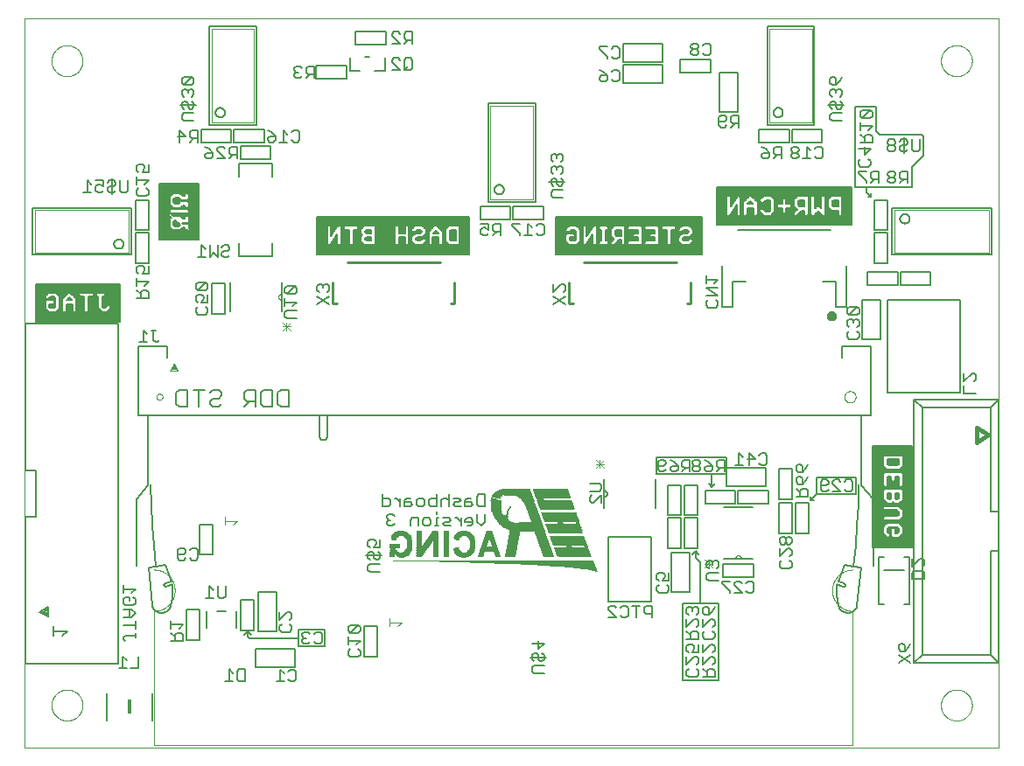
<source format=gbo>
G75*
%MOIN*%
%OFA0B0*%
%FSLAX25Y25*%
%IPPOS*%
%LPD*%
%AMOC8*
5,1,8,0,0,1.08239X$1,22.5*
%
%ADD10C,0.00000*%
%ADD11R,0.00200X0.00100*%
%ADD12R,0.00400X0.00100*%
%ADD13R,0.00600X0.00100*%
%ADD14R,0.01000X0.00100*%
%ADD15R,0.01300X0.00100*%
%ADD16R,0.01700X0.00100*%
%ADD17R,0.02100X0.00100*%
%ADD18R,0.02700X0.00100*%
%ADD19R,0.03100X0.00100*%
%ADD20R,0.03800X0.00100*%
%ADD21R,0.04300X0.00100*%
%ADD22R,0.05100X0.00100*%
%ADD23R,0.05800X0.00100*%
%ADD24R,0.06600X0.00100*%
%ADD25R,0.07500X0.00100*%
%ADD26R,0.08500X0.00100*%
%ADD27R,0.09400X0.00100*%
%ADD28R,0.10500X0.00100*%
%ADD29R,0.11700X0.00100*%
%ADD30R,0.12800X0.00100*%
%ADD31R,0.14200X0.00100*%
%ADD32R,0.15500X0.00100*%
%ADD33R,0.17000X0.00100*%
%ADD34R,0.18600X0.00100*%
%ADD35R,0.20200X0.00100*%
%ADD36R,0.21900X0.00100*%
%ADD37R,0.23800X0.00100*%
%ADD38R,0.25800X0.00100*%
%ADD39R,0.27900X0.00100*%
%ADD40R,0.30200X0.00100*%
%ADD41R,0.32500X0.00100*%
%ADD42R,0.35000X0.00100*%
%ADD43R,0.37800X0.00100*%
%ADD44R,0.40600X0.00100*%
%ADD45R,0.43700X0.00100*%
%ADD46R,0.47000X0.00100*%
%ADD47R,0.50700X0.00100*%
%ADD48R,0.54600X0.00100*%
%ADD49R,0.58900X0.00100*%
%ADD50R,0.63800X0.00100*%
%ADD51R,0.69400X0.00100*%
%ADD52R,0.76200X0.00100*%
%ADD53R,0.02000X0.00100*%
%ADD54R,0.01800X0.00100*%
%ADD55R,0.04100X0.00100*%
%ADD56R,0.04000X0.00100*%
%ADD57R,0.01900X0.00100*%
%ADD58R,0.02800X0.00100*%
%ADD59R,0.02500X0.00100*%
%ADD60R,0.01600X0.00100*%
%ADD61R,0.12900X0.00100*%
%ADD62R,0.04200X0.00100*%
%ADD63R,0.02200X0.00100*%
%ADD64R,0.03400X0.00100*%
%ADD65R,0.03000X0.00100*%
%ADD66R,0.03900X0.00100*%
%ADD67R,0.13000X0.00100*%
%ADD68R,0.04700X0.00100*%
%ADD69R,0.02300X0.00100*%
%ADD70R,0.04900X0.00100*%
%ADD71R,0.02400X0.00100*%
%ADD72R,0.05300X0.00100*%
%ADD73R,0.04600X0.00100*%
%ADD74R,0.05500X0.00100*%
%ADD75R,0.04800X0.00100*%
%ADD76R,0.05700X0.00100*%
%ADD77R,0.02600X0.00100*%
%ADD78R,0.05000X0.00100*%
%ADD79R,0.05900X0.00100*%
%ADD80R,0.05200X0.00100*%
%ADD81R,0.06100X0.00100*%
%ADD82R,0.05400X0.00100*%
%ADD83R,0.06300X0.00100*%
%ADD84R,0.06500X0.00100*%
%ADD85R,0.02900X0.00100*%
%ADD86R,0.07600X0.00100*%
%ADD87R,0.06800X0.00100*%
%ADD88R,0.07000X0.00100*%
%ADD89R,0.07700X0.00100*%
%ADD90R,0.03200X0.00100*%
%ADD91R,0.03700X0.00100*%
%ADD92R,0.03300X0.00100*%
%ADD93R,0.03500X0.00100*%
%ADD94R,0.07400X0.00100*%
%ADD95R,0.07300X0.00100*%
%ADD96R,0.03600X0.00100*%
%ADD97R,0.07200X0.00100*%
%ADD98R,0.07100X0.00100*%
%ADD99R,0.06900X0.00100*%
%ADD100R,0.06700X0.00100*%
%ADD101R,0.01500X0.00100*%
%ADD102R,0.01100X0.00100*%
%ADD103R,0.06400X0.00100*%
%ADD104R,0.00500X0.00100*%
%ADD105R,0.04400X0.00100*%
%ADD106R,0.00100X0.00100*%
%ADD107R,0.04500X0.00100*%
%ADD108R,0.00300X0.00100*%
%ADD109R,0.00700X0.00100*%
%ADD110R,0.01200X0.00100*%
%ADD111R,0.06200X0.00100*%
%ADD112R,0.13500X0.00100*%
%ADD113R,0.13400X0.00100*%
%ADD114R,0.13300X0.00100*%
%ADD115R,0.13100X0.00100*%
%ADD116R,0.13200X0.00100*%
%ADD117R,0.13600X0.00100*%
%ADD118R,0.14000X0.00100*%
%ADD119R,0.14400X0.00100*%
%ADD120R,0.14500X0.00100*%
%ADD121R,0.14700X0.00100*%
%ADD122R,0.14800X0.00100*%
%ADD123R,0.15000X0.00100*%
%ADD124R,0.15200X0.00100*%
%ADD125R,0.15400X0.00100*%
%ADD126R,0.15600X0.00100*%
%ADD127R,0.15700X0.00100*%
%ADD128R,0.15800X0.00100*%
%ADD129R,0.16000X0.00100*%
%ADD130R,0.16100X0.00100*%
%ADD131R,0.16200X0.00100*%
%ADD132R,0.16300X0.00100*%
%ADD133R,0.16400X0.00100*%
%ADD134R,0.16500X0.00100*%
%ADD135R,0.16600X0.00100*%
%ADD136R,0.00800X0.00100*%
%ADD137R,0.00900X0.00100*%
%ADD138R,0.06000X0.00100*%
%ADD139R,0.10800X0.00100*%
%ADD140R,0.11200X0.00100*%
%ADD141R,0.14600X0.00100*%
%ADD142R,0.14300X0.00100*%
%ADD143R,0.13900X0.00100*%
%ADD144R,0.13800X0.00100*%
%ADD145R,0.12700X0.00100*%
%ADD146R,0.12400X0.00100*%
%ADD147R,0.12100X0.00100*%
%ADD148R,0.11800X0.00100*%
%ADD149R,0.11500X0.00100*%
%ADD150R,0.11100X0.00100*%
%ADD151R,0.10600X0.00100*%
%ADD152R,0.10100X0.00100*%
%ADD153R,0.09100X0.00100*%
%ADD154C,0.00500*%
%ADD155C,0.00800*%
%ADD156R,0.01575X0.05512*%
%ADD157C,0.00600*%
%ADD158C,0.00200*%
%ADD159C,0.00400*%
%ADD160C,0.00300*%
%ADD161R,0.01000X0.02000*%
%ADD162R,0.00500X0.01500*%
%ADD163R,0.01000X0.01000*%
%ADD164C,0.01600*%
%ADD165C,0.01000*%
%ADD166C,0.01750*%
D10*
X0007875Y0004375D02*
X0007875Y0282466D01*
X0379027Y0282466D01*
X0379027Y0004375D01*
X0007875Y0004375D01*
X0018219Y0020625D02*
X0018221Y0020778D01*
X0018227Y0020932D01*
X0018237Y0021085D01*
X0018251Y0021237D01*
X0018269Y0021390D01*
X0018291Y0021541D01*
X0018316Y0021692D01*
X0018346Y0021843D01*
X0018380Y0021993D01*
X0018417Y0022141D01*
X0018458Y0022289D01*
X0018503Y0022435D01*
X0018552Y0022581D01*
X0018605Y0022725D01*
X0018661Y0022867D01*
X0018721Y0023008D01*
X0018785Y0023148D01*
X0018852Y0023286D01*
X0018923Y0023422D01*
X0018998Y0023556D01*
X0019075Y0023688D01*
X0019157Y0023818D01*
X0019241Y0023946D01*
X0019329Y0024072D01*
X0019420Y0024195D01*
X0019514Y0024316D01*
X0019612Y0024434D01*
X0019712Y0024550D01*
X0019816Y0024663D01*
X0019922Y0024774D01*
X0020031Y0024882D01*
X0020143Y0024987D01*
X0020257Y0025088D01*
X0020375Y0025187D01*
X0020494Y0025283D01*
X0020616Y0025376D01*
X0020741Y0025465D01*
X0020868Y0025552D01*
X0020997Y0025634D01*
X0021128Y0025714D01*
X0021261Y0025790D01*
X0021396Y0025863D01*
X0021533Y0025932D01*
X0021672Y0025997D01*
X0021812Y0026059D01*
X0021954Y0026117D01*
X0022097Y0026172D01*
X0022242Y0026223D01*
X0022388Y0026270D01*
X0022535Y0026313D01*
X0022683Y0026352D01*
X0022832Y0026388D01*
X0022982Y0026419D01*
X0023133Y0026447D01*
X0023284Y0026471D01*
X0023437Y0026491D01*
X0023589Y0026507D01*
X0023742Y0026519D01*
X0023895Y0026527D01*
X0024048Y0026531D01*
X0024202Y0026531D01*
X0024355Y0026527D01*
X0024508Y0026519D01*
X0024661Y0026507D01*
X0024813Y0026491D01*
X0024966Y0026471D01*
X0025117Y0026447D01*
X0025268Y0026419D01*
X0025418Y0026388D01*
X0025567Y0026352D01*
X0025715Y0026313D01*
X0025862Y0026270D01*
X0026008Y0026223D01*
X0026153Y0026172D01*
X0026296Y0026117D01*
X0026438Y0026059D01*
X0026578Y0025997D01*
X0026717Y0025932D01*
X0026854Y0025863D01*
X0026989Y0025790D01*
X0027122Y0025714D01*
X0027253Y0025634D01*
X0027382Y0025552D01*
X0027509Y0025465D01*
X0027634Y0025376D01*
X0027756Y0025283D01*
X0027875Y0025187D01*
X0027993Y0025088D01*
X0028107Y0024987D01*
X0028219Y0024882D01*
X0028328Y0024774D01*
X0028434Y0024663D01*
X0028538Y0024550D01*
X0028638Y0024434D01*
X0028736Y0024316D01*
X0028830Y0024195D01*
X0028921Y0024072D01*
X0029009Y0023946D01*
X0029093Y0023818D01*
X0029175Y0023688D01*
X0029252Y0023556D01*
X0029327Y0023422D01*
X0029398Y0023286D01*
X0029465Y0023148D01*
X0029529Y0023008D01*
X0029589Y0022867D01*
X0029645Y0022725D01*
X0029698Y0022581D01*
X0029747Y0022435D01*
X0029792Y0022289D01*
X0029833Y0022141D01*
X0029870Y0021993D01*
X0029904Y0021843D01*
X0029934Y0021692D01*
X0029959Y0021541D01*
X0029981Y0021390D01*
X0029999Y0021237D01*
X0030013Y0021085D01*
X0030023Y0020932D01*
X0030029Y0020778D01*
X0030031Y0020625D01*
X0030029Y0020472D01*
X0030023Y0020318D01*
X0030013Y0020165D01*
X0029999Y0020013D01*
X0029981Y0019860D01*
X0029959Y0019709D01*
X0029934Y0019558D01*
X0029904Y0019407D01*
X0029870Y0019257D01*
X0029833Y0019109D01*
X0029792Y0018961D01*
X0029747Y0018815D01*
X0029698Y0018669D01*
X0029645Y0018525D01*
X0029589Y0018383D01*
X0029529Y0018242D01*
X0029465Y0018102D01*
X0029398Y0017964D01*
X0029327Y0017828D01*
X0029252Y0017694D01*
X0029175Y0017562D01*
X0029093Y0017432D01*
X0029009Y0017304D01*
X0028921Y0017178D01*
X0028830Y0017055D01*
X0028736Y0016934D01*
X0028638Y0016816D01*
X0028538Y0016700D01*
X0028434Y0016587D01*
X0028328Y0016476D01*
X0028219Y0016368D01*
X0028107Y0016263D01*
X0027993Y0016162D01*
X0027875Y0016063D01*
X0027756Y0015967D01*
X0027634Y0015874D01*
X0027509Y0015785D01*
X0027382Y0015698D01*
X0027253Y0015616D01*
X0027122Y0015536D01*
X0026989Y0015460D01*
X0026854Y0015387D01*
X0026717Y0015318D01*
X0026578Y0015253D01*
X0026438Y0015191D01*
X0026296Y0015133D01*
X0026153Y0015078D01*
X0026008Y0015027D01*
X0025862Y0014980D01*
X0025715Y0014937D01*
X0025567Y0014898D01*
X0025418Y0014862D01*
X0025268Y0014831D01*
X0025117Y0014803D01*
X0024966Y0014779D01*
X0024813Y0014759D01*
X0024661Y0014743D01*
X0024508Y0014731D01*
X0024355Y0014723D01*
X0024202Y0014719D01*
X0024048Y0014719D01*
X0023895Y0014723D01*
X0023742Y0014731D01*
X0023589Y0014743D01*
X0023437Y0014759D01*
X0023284Y0014779D01*
X0023133Y0014803D01*
X0022982Y0014831D01*
X0022832Y0014862D01*
X0022683Y0014898D01*
X0022535Y0014937D01*
X0022388Y0014980D01*
X0022242Y0015027D01*
X0022097Y0015078D01*
X0021954Y0015133D01*
X0021812Y0015191D01*
X0021672Y0015253D01*
X0021533Y0015318D01*
X0021396Y0015387D01*
X0021261Y0015460D01*
X0021128Y0015536D01*
X0020997Y0015616D01*
X0020868Y0015698D01*
X0020741Y0015785D01*
X0020616Y0015874D01*
X0020494Y0015967D01*
X0020375Y0016063D01*
X0020257Y0016162D01*
X0020143Y0016263D01*
X0020031Y0016368D01*
X0019922Y0016476D01*
X0019816Y0016587D01*
X0019712Y0016700D01*
X0019612Y0016816D01*
X0019514Y0016934D01*
X0019420Y0017055D01*
X0019329Y0017178D01*
X0019241Y0017304D01*
X0019157Y0017432D01*
X0019075Y0017562D01*
X0018998Y0017694D01*
X0018923Y0017828D01*
X0018852Y0017964D01*
X0018785Y0018102D01*
X0018721Y0018242D01*
X0018661Y0018383D01*
X0018605Y0018525D01*
X0018552Y0018669D01*
X0018503Y0018815D01*
X0018458Y0018961D01*
X0018417Y0019109D01*
X0018380Y0019257D01*
X0018346Y0019407D01*
X0018316Y0019558D01*
X0018291Y0019709D01*
X0018269Y0019860D01*
X0018251Y0020013D01*
X0018237Y0020165D01*
X0018227Y0020318D01*
X0018221Y0020472D01*
X0018219Y0020625D01*
X0057250Y0005330D02*
X0323392Y0005330D01*
X0323392Y0056511D01*
X0323450Y0056518D02*
X0323450Y0056598D01*
X0323392Y0056511D02*
X0323200Y0056513D01*
X0323009Y0056520D01*
X0322817Y0056532D01*
X0322626Y0056548D01*
X0322436Y0056569D01*
X0322246Y0056595D01*
X0322056Y0056625D01*
X0321868Y0056660D01*
X0321680Y0056699D01*
X0321493Y0056743D01*
X0321308Y0056792D01*
X0321124Y0056845D01*
X0320941Y0056902D01*
X0320759Y0056964D01*
X0320579Y0057031D01*
X0320401Y0057101D01*
X0320224Y0057176D01*
X0320050Y0057256D01*
X0319877Y0057339D01*
X0319707Y0057427D01*
X0319538Y0057518D01*
X0319372Y0057614D01*
X0319209Y0057714D01*
X0319047Y0057818D01*
X0318889Y0057926D01*
X0318733Y0058037D01*
X0318580Y0058153D01*
X0318429Y0058272D01*
X0318282Y0058394D01*
X0318138Y0058521D01*
X0317996Y0058650D01*
X0317858Y0058783D01*
X0317723Y0058920D01*
X0317592Y0059060D01*
X0317464Y0059202D01*
X0317340Y0059348D01*
X0317219Y0059497D01*
X0317102Y0059649D01*
X0316988Y0059803D01*
X0316878Y0059961D01*
X0316773Y0060121D01*
X0316671Y0060283D01*
X0316573Y0060448D01*
X0316479Y0060615D01*
X0316389Y0060785D01*
X0316304Y0060956D01*
X0316222Y0061130D01*
X0316145Y0061305D01*
X0316072Y0061483D01*
X0316004Y0061662D01*
X0315940Y0061843D01*
X0315880Y0062025D01*
X0315825Y0062208D01*
X0315774Y0062393D01*
X0315728Y0062579D01*
X0315686Y0062767D01*
X0315649Y0062955D01*
X0315616Y0063144D01*
X0315589Y0063333D01*
X0315565Y0063524D01*
X0315547Y0063715D01*
X0315533Y0063906D01*
X0315523Y0064097D01*
X0315519Y0064289D01*
X0315519Y0064481D01*
X0315523Y0064673D01*
X0315533Y0064864D01*
X0315547Y0065055D01*
X0315565Y0065246D01*
X0315589Y0065437D01*
X0315616Y0065626D01*
X0315649Y0065815D01*
X0315686Y0066003D01*
X0315728Y0066191D01*
X0315774Y0066377D01*
X0315825Y0066562D01*
X0315880Y0066745D01*
X0315940Y0066927D01*
X0316004Y0067108D01*
X0316072Y0067287D01*
X0316145Y0067465D01*
X0316222Y0067640D01*
X0316304Y0067814D01*
X0316389Y0067985D01*
X0316479Y0068155D01*
X0316573Y0068322D01*
X0316671Y0068487D01*
X0316773Y0068649D01*
X0316878Y0068809D01*
X0316988Y0068967D01*
X0317102Y0069121D01*
X0317219Y0069273D01*
X0317340Y0069422D01*
X0317464Y0069568D01*
X0317592Y0069710D01*
X0317723Y0069850D01*
X0317858Y0069987D01*
X0317996Y0070120D01*
X0318138Y0070249D01*
X0318282Y0070376D01*
X0318429Y0070498D01*
X0318580Y0070617D01*
X0318733Y0070733D01*
X0318889Y0070844D01*
X0319047Y0070952D01*
X0319209Y0071056D01*
X0319372Y0071156D01*
X0319538Y0071252D01*
X0319707Y0071343D01*
X0319877Y0071431D01*
X0320050Y0071514D01*
X0320224Y0071594D01*
X0320401Y0071669D01*
X0320579Y0071739D01*
X0320759Y0071806D01*
X0320941Y0071868D01*
X0321124Y0071925D01*
X0321308Y0071978D01*
X0321493Y0072027D01*
X0321680Y0072071D01*
X0321868Y0072110D01*
X0322056Y0072145D01*
X0322246Y0072175D01*
X0322436Y0072201D01*
X0322626Y0072222D01*
X0322817Y0072238D01*
X0323009Y0072250D01*
X0323200Y0072257D01*
X0323392Y0072259D01*
X0280950Y0076450D02*
X0280948Y0076519D01*
X0280942Y0076587D01*
X0280932Y0076655D01*
X0280919Y0076722D01*
X0280901Y0076788D01*
X0280880Y0076853D01*
X0280855Y0076917D01*
X0280827Y0076979D01*
X0280795Y0077040D01*
X0280760Y0077099D01*
X0280721Y0077155D01*
X0280679Y0077210D01*
X0280634Y0077261D01*
X0280586Y0077311D01*
X0280536Y0077357D01*
X0280483Y0077400D01*
X0280427Y0077441D01*
X0280370Y0077478D01*
X0280310Y0077511D01*
X0280248Y0077542D01*
X0280185Y0077568D01*
X0280121Y0077591D01*
X0280055Y0077611D01*
X0279988Y0077626D01*
X0279921Y0077638D01*
X0279853Y0077646D01*
X0279784Y0077650D01*
X0279716Y0077650D01*
X0279647Y0077646D01*
X0279579Y0077638D01*
X0279512Y0077626D01*
X0279445Y0077611D01*
X0279379Y0077591D01*
X0279315Y0077568D01*
X0279252Y0077542D01*
X0279190Y0077511D01*
X0279130Y0077478D01*
X0279073Y0077441D01*
X0279017Y0077400D01*
X0278964Y0077357D01*
X0278914Y0077311D01*
X0278866Y0077261D01*
X0278821Y0077210D01*
X0278779Y0077155D01*
X0278740Y0077099D01*
X0278705Y0077040D01*
X0278673Y0076979D01*
X0278645Y0076917D01*
X0278620Y0076853D01*
X0278599Y0076788D01*
X0278581Y0076722D01*
X0278568Y0076655D01*
X0278558Y0076587D01*
X0278552Y0076519D01*
X0278550Y0076450D01*
X0356969Y0020625D02*
X0356971Y0020778D01*
X0356977Y0020932D01*
X0356987Y0021085D01*
X0357001Y0021237D01*
X0357019Y0021390D01*
X0357041Y0021541D01*
X0357066Y0021692D01*
X0357096Y0021843D01*
X0357130Y0021993D01*
X0357167Y0022141D01*
X0357208Y0022289D01*
X0357253Y0022435D01*
X0357302Y0022581D01*
X0357355Y0022725D01*
X0357411Y0022867D01*
X0357471Y0023008D01*
X0357535Y0023148D01*
X0357602Y0023286D01*
X0357673Y0023422D01*
X0357748Y0023556D01*
X0357825Y0023688D01*
X0357907Y0023818D01*
X0357991Y0023946D01*
X0358079Y0024072D01*
X0358170Y0024195D01*
X0358264Y0024316D01*
X0358362Y0024434D01*
X0358462Y0024550D01*
X0358566Y0024663D01*
X0358672Y0024774D01*
X0358781Y0024882D01*
X0358893Y0024987D01*
X0359007Y0025088D01*
X0359125Y0025187D01*
X0359244Y0025283D01*
X0359366Y0025376D01*
X0359491Y0025465D01*
X0359618Y0025552D01*
X0359747Y0025634D01*
X0359878Y0025714D01*
X0360011Y0025790D01*
X0360146Y0025863D01*
X0360283Y0025932D01*
X0360422Y0025997D01*
X0360562Y0026059D01*
X0360704Y0026117D01*
X0360847Y0026172D01*
X0360992Y0026223D01*
X0361138Y0026270D01*
X0361285Y0026313D01*
X0361433Y0026352D01*
X0361582Y0026388D01*
X0361732Y0026419D01*
X0361883Y0026447D01*
X0362034Y0026471D01*
X0362187Y0026491D01*
X0362339Y0026507D01*
X0362492Y0026519D01*
X0362645Y0026527D01*
X0362798Y0026531D01*
X0362952Y0026531D01*
X0363105Y0026527D01*
X0363258Y0026519D01*
X0363411Y0026507D01*
X0363563Y0026491D01*
X0363716Y0026471D01*
X0363867Y0026447D01*
X0364018Y0026419D01*
X0364168Y0026388D01*
X0364317Y0026352D01*
X0364465Y0026313D01*
X0364612Y0026270D01*
X0364758Y0026223D01*
X0364903Y0026172D01*
X0365046Y0026117D01*
X0365188Y0026059D01*
X0365328Y0025997D01*
X0365467Y0025932D01*
X0365604Y0025863D01*
X0365739Y0025790D01*
X0365872Y0025714D01*
X0366003Y0025634D01*
X0366132Y0025552D01*
X0366259Y0025465D01*
X0366384Y0025376D01*
X0366506Y0025283D01*
X0366625Y0025187D01*
X0366743Y0025088D01*
X0366857Y0024987D01*
X0366969Y0024882D01*
X0367078Y0024774D01*
X0367184Y0024663D01*
X0367288Y0024550D01*
X0367388Y0024434D01*
X0367486Y0024316D01*
X0367580Y0024195D01*
X0367671Y0024072D01*
X0367759Y0023946D01*
X0367843Y0023818D01*
X0367925Y0023688D01*
X0368002Y0023556D01*
X0368077Y0023422D01*
X0368148Y0023286D01*
X0368215Y0023148D01*
X0368279Y0023008D01*
X0368339Y0022867D01*
X0368395Y0022725D01*
X0368448Y0022581D01*
X0368497Y0022435D01*
X0368542Y0022289D01*
X0368583Y0022141D01*
X0368620Y0021993D01*
X0368654Y0021843D01*
X0368684Y0021692D01*
X0368709Y0021541D01*
X0368731Y0021390D01*
X0368749Y0021237D01*
X0368763Y0021085D01*
X0368773Y0020932D01*
X0368779Y0020778D01*
X0368781Y0020625D01*
X0368779Y0020472D01*
X0368773Y0020318D01*
X0368763Y0020165D01*
X0368749Y0020013D01*
X0368731Y0019860D01*
X0368709Y0019709D01*
X0368684Y0019558D01*
X0368654Y0019407D01*
X0368620Y0019257D01*
X0368583Y0019109D01*
X0368542Y0018961D01*
X0368497Y0018815D01*
X0368448Y0018669D01*
X0368395Y0018525D01*
X0368339Y0018383D01*
X0368279Y0018242D01*
X0368215Y0018102D01*
X0368148Y0017964D01*
X0368077Y0017828D01*
X0368002Y0017694D01*
X0367925Y0017562D01*
X0367843Y0017432D01*
X0367759Y0017304D01*
X0367671Y0017178D01*
X0367580Y0017055D01*
X0367486Y0016934D01*
X0367388Y0016816D01*
X0367288Y0016700D01*
X0367184Y0016587D01*
X0367078Y0016476D01*
X0366969Y0016368D01*
X0366857Y0016263D01*
X0366743Y0016162D01*
X0366625Y0016063D01*
X0366506Y0015967D01*
X0366384Y0015874D01*
X0366259Y0015785D01*
X0366132Y0015698D01*
X0366003Y0015616D01*
X0365872Y0015536D01*
X0365739Y0015460D01*
X0365604Y0015387D01*
X0365467Y0015318D01*
X0365328Y0015253D01*
X0365188Y0015191D01*
X0365046Y0015133D01*
X0364903Y0015078D01*
X0364758Y0015027D01*
X0364612Y0014980D01*
X0364465Y0014937D01*
X0364317Y0014898D01*
X0364168Y0014862D01*
X0364018Y0014831D01*
X0363867Y0014803D01*
X0363716Y0014779D01*
X0363563Y0014759D01*
X0363411Y0014743D01*
X0363258Y0014731D01*
X0363105Y0014723D01*
X0362952Y0014719D01*
X0362798Y0014719D01*
X0362645Y0014723D01*
X0362492Y0014731D01*
X0362339Y0014743D01*
X0362187Y0014759D01*
X0362034Y0014779D01*
X0361883Y0014803D01*
X0361732Y0014831D01*
X0361582Y0014862D01*
X0361433Y0014898D01*
X0361285Y0014937D01*
X0361138Y0014980D01*
X0360992Y0015027D01*
X0360847Y0015078D01*
X0360704Y0015133D01*
X0360562Y0015191D01*
X0360422Y0015253D01*
X0360283Y0015318D01*
X0360146Y0015387D01*
X0360011Y0015460D01*
X0359878Y0015536D01*
X0359747Y0015616D01*
X0359618Y0015698D01*
X0359491Y0015785D01*
X0359366Y0015874D01*
X0359244Y0015967D01*
X0359125Y0016063D01*
X0359007Y0016162D01*
X0358893Y0016263D01*
X0358781Y0016368D01*
X0358672Y0016476D01*
X0358566Y0016587D01*
X0358462Y0016700D01*
X0358362Y0016816D01*
X0358264Y0016934D01*
X0358170Y0017055D01*
X0358079Y0017178D01*
X0357991Y0017304D01*
X0357907Y0017432D01*
X0357825Y0017562D01*
X0357748Y0017694D01*
X0357673Y0017828D01*
X0357602Y0017964D01*
X0357535Y0018102D01*
X0357471Y0018242D01*
X0357411Y0018383D01*
X0357355Y0018525D01*
X0357302Y0018669D01*
X0357253Y0018815D01*
X0357208Y0018961D01*
X0357167Y0019109D01*
X0357130Y0019257D01*
X0357096Y0019407D01*
X0357066Y0019558D01*
X0357041Y0019709D01*
X0357019Y0019860D01*
X0357001Y0020013D01*
X0356987Y0020165D01*
X0356977Y0020318D01*
X0356971Y0020472D01*
X0356969Y0020625D01*
X0320144Y0138125D02*
X0320146Y0138218D01*
X0320152Y0138310D01*
X0320162Y0138402D01*
X0320176Y0138493D01*
X0320193Y0138584D01*
X0320215Y0138674D01*
X0320240Y0138763D01*
X0320269Y0138851D01*
X0320302Y0138937D01*
X0320339Y0139022D01*
X0320379Y0139106D01*
X0320423Y0139187D01*
X0320470Y0139267D01*
X0320520Y0139345D01*
X0320574Y0139420D01*
X0320631Y0139493D01*
X0320691Y0139563D01*
X0320754Y0139631D01*
X0320820Y0139696D01*
X0320888Y0139758D01*
X0320959Y0139818D01*
X0321033Y0139874D01*
X0321109Y0139927D01*
X0321187Y0139976D01*
X0321267Y0140023D01*
X0321349Y0140065D01*
X0321433Y0140105D01*
X0321518Y0140140D01*
X0321605Y0140172D01*
X0321693Y0140201D01*
X0321782Y0140225D01*
X0321872Y0140246D01*
X0321963Y0140262D01*
X0322055Y0140275D01*
X0322147Y0140284D01*
X0322240Y0140289D01*
X0322332Y0140290D01*
X0322425Y0140287D01*
X0322517Y0140280D01*
X0322609Y0140269D01*
X0322700Y0140254D01*
X0322791Y0140236D01*
X0322881Y0140213D01*
X0322969Y0140187D01*
X0323057Y0140157D01*
X0323143Y0140123D01*
X0323227Y0140086D01*
X0323310Y0140044D01*
X0323391Y0140000D01*
X0323471Y0139952D01*
X0323548Y0139901D01*
X0323622Y0139846D01*
X0323695Y0139788D01*
X0323765Y0139728D01*
X0323832Y0139664D01*
X0323896Y0139598D01*
X0323958Y0139528D01*
X0324016Y0139457D01*
X0324071Y0139383D01*
X0324123Y0139306D01*
X0324172Y0139227D01*
X0324218Y0139147D01*
X0324260Y0139064D01*
X0324298Y0138980D01*
X0324333Y0138894D01*
X0324364Y0138807D01*
X0324391Y0138719D01*
X0324414Y0138629D01*
X0324434Y0138539D01*
X0324450Y0138448D01*
X0324462Y0138356D01*
X0324470Y0138264D01*
X0324474Y0138171D01*
X0324474Y0138079D01*
X0324470Y0137986D01*
X0324462Y0137894D01*
X0324450Y0137802D01*
X0324434Y0137711D01*
X0324414Y0137621D01*
X0324391Y0137531D01*
X0324364Y0137443D01*
X0324333Y0137356D01*
X0324298Y0137270D01*
X0324260Y0137186D01*
X0324218Y0137103D01*
X0324172Y0137023D01*
X0324123Y0136944D01*
X0324071Y0136867D01*
X0324016Y0136793D01*
X0323958Y0136722D01*
X0323896Y0136652D01*
X0323832Y0136586D01*
X0323765Y0136522D01*
X0323695Y0136462D01*
X0323622Y0136404D01*
X0323548Y0136349D01*
X0323471Y0136298D01*
X0323392Y0136250D01*
X0323310Y0136206D01*
X0323227Y0136164D01*
X0323143Y0136127D01*
X0323057Y0136093D01*
X0322969Y0136063D01*
X0322881Y0136037D01*
X0322791Y0136014D01*
X0322700Y0135996D01*
X0322609Y0135981D01*
X0322517Y0135970D01*
X0322425Y0135963D01*
X0322332Y0135960D01*
X0322240Y0135961D01*
X0322147Y0135966D01*
X0322055Y0135975D01*
X0321963Y0135988D01*
X0321872Y0136004D01*
X0321782Y0136025D01*
X0321693Y0136049D01*
X0321605Y0136078D01*
X0321518Y0136110D01*
X0321433Y0136145D01*
X0321349Y0136185D01*
X0321267Y0136227D01*
X0321187Y0136274D01*
X0321109Y0136323D01*
X0321033Y0136376D01*
X0320959Y0136432D01*
X0320888Y0136492D01*
X0320820Y0136554D01*
X0320754Y0136619D01*
X0320691Y0136687D01*
X0320631Y0136757D01*
X0320574Y0136830D01*
X0320520Y0136905D01*
X0320470Y0136983D01*
X0320423Y0137063D01*
X0320379Y0137144D01*
X0320339Y0137228D01*
X0320302Y0137313D01*
X0320269Y0137399D01*
X0320240Y0137487D01*
X0320215Y0137576D01*
X0320193Y0137666D01*
X0320176Y0137757D01*
X0320162Y0137848D01*
X0320152Y0137940D01*
X0320146Y0138032D01*
X0320144Y0138125D01*
X0105800Y0175050D02*
X0105731Y0175052D01*
X0105663Y0175058D01*
X0105595Y0175068D01*
X0105528Y0175081D01*
X0105462Y0175099D01*
X0105397Y0175120D01*
X0105333Y0175145D01*
X0105271Y0175173D01*
X0105210Y0175205D01*
X0105151Y0175240D01*
X0105095Y0175279D01*
X0105040Y0175321D01*
X0104989Y0175366D01*
X0104939Y0175414D01*
X0104893Y0175464D01*
X0104850Y0175517D01*
X0104809Y0175573D01*
X0104772Y0175630D01*
X0104739Y0175690D01*
X0104708Y0175752D01*
X0104682Y0175815D01*
X0104659Y0175879D01*
X0104639Y0175945D01*
X0104624Y0176012D01*
X0104612Y0176079D01*
X0104604Y0176147D01*
X0104600Y0176216D01*
X0104600Y0176284D01*
X0104604Y0176353D01*
X0104612Y0176421D01*
X0104624Y0176488D01*
X0104639Y0176555D01*
X0104659Y0176621D01*
X0104682Y0176685D01*
X0104708Y0176748D01*
X0104739Y0176810D01*
X0104772Y0176870D01*
X0104809Y0176927D01*
X0104850Y0176983D01*
X0104893Y0177036D01*
X0104939Y0177086D01*
X0104989Y0177134D01*
X0105040Y0177179D01*
X0105095Y0177221D01*
X0105151Y0177260D01*
X0105210Y0177295D01*
X0105271Y0177327D01*
X0105333Y0177355D01*
X0105397Y0177380D01*
X0105462Y0177401D01*
X0105528Y0177419D01*
X0105595Y0177432D01*
X0105663Y0177442D01*
X0105731Y0177448D01*
X0105800Y0177450D01*
X0058136Y0138125D02*
X0058138Y0138194D01*
X0058144Y0138262D01*
X0058154Y0138330D01*
X0058168Y0138397D01*
X0058186Y0138464D01*
X0058207Y0138529D01*
X0058233Y0138593D01*
X0058262Y0138655D01*
X0058294Y0138715D01*
X0058330Y0138774D01*
X0058370Y0138830D01*
X0058412Y0138884D01*
X0058458Y0138935D01*
X0058507Y0138984D01*
X0058558Y0139030D01*
X0058612Y0139072D01*
X0058668Y0139112D01*
X0058726Y0139148D01*
X0058787Y0139180D01*
X0058849Y0139209D01*
X0058913Y0139235D01*
X0058978Y0139256D01*
X0059045Y0139274D01*
X0059112Y0139288D01*
X0059180Y0139298D01*
X0059248Y0139304D01*
X0059317Y0139306D01*
X0059386Y0139304D01*
X0059454Y0139298D01*
X0059522Y0139288D01*
X0059589Y0139274D01*
X0059656Y0139256D01*
X0059721Y0139235D01*
X0059785Y0139209D01*
X0059847Y0139180D01*
X0059907Y0139148D01*
X0059966Y0139112D01*
X0060022Y0139072D01*
X0060076Y0139030D01*
X0060127Y0138984D01*
X0060176Y0138935D01*
X0060222Y0138884D01*
X0060264Y0138830D01*
X0060304Y0138774D01*
X0060340Y0138715D01*
X0060372Y0138655D01*
X0060401Y0138593D01*
X0060427Y0138529D01*
X0060448Y0138464D01*
X0060466Y0138397D01*
X0060480Y0138330D01*
X0060490Y0138262D01*
X0060496Y0138194D01*
X0060498Y0138125D01*
X0060496Y0138056D01*
X0060490Y0137988D01*
X0060480Y0137920D01*
X0060466Y0137853D01*
X0060448Y0137786D01*
X0060427Y0137721D01*
X0060401Y0137657D01*
X0060372Y0137595D01*
X0060340Y0137534D01*
X0060304Y0137476D01*
X0060264Y0137420D01*
X0060222Y0137366D01*
X0060176Y0137315D01*
X0060127Y0137266D01*
X0060076Y0137220D01*
X0060022Y0137178D01*
X0059966Y0137138D01*
X0059908Y0137102D01*
X0059847Y0137070D01*
X0059785Y0137041D01*
X0059721Y0137015D01*
X0059656Y0136994D01*
X0059589Y0136976D01*
X0059522Y0136962D01*
X0059454Y0136952D01*
X0059386Y0136946D01*
X0059317Y0136944D01*
X0059248Y0136946D01*
X0059180Y0136952D01*
X0059112Y0136962D01*
X0059045Y0136976D01*
X0058978Y0136994D01*
X0058913Y0137015D01*
X0058849Y0137041D01*
X0058787Y0137070D01*
X0058726Y0137102D01*
X0058668Y0137138D01*
X0058612Y0137178D01*
X0058558Y0137220D01*
X0058507Y0137266D01*
X0058458Y0137315D01*
X0058412Y0137366D01*
X0058370Y0137420D01*
X0058330Y0137476D01*
X0058294Y0137534D01*
X0058262Y0137595D01*
X0058233Y0137657D01*
X0058207Y0137721D01*
X0058186Y0137786D01*
X0058168Y0137853D01*
X0058154Y0137920D01*
X0058144Y0137988D01*
X0058138Y0138056D01*
X0058136Y0138125D01*
X0057250Y0072259D02*
X0057442Y0072257D01*
X0057633Y0072250D01*
X0057825Y0072238D01*
X0058016Y0072222D01*
X0058206Y0072201D01*
X0058396Y0072175D01*
X0058586Y0072145D01*
X0058774Y0072110D01*
X0058962Y0072071D01*
X0059149Y0072027D01*
X0059334Y0071978D01*
X0059518Y0071925D01*
X0059701Y0071868D01*
X0059883Y0071806D01*
X0060063Y0071739D01*
X0060241Y0071669D01*
X0060418Y0071594D01*
X0060592Y0071514D01*
X0060765Y0071431D01*
X0060935Y0071343D01*
X0061104Y0071252D01*
X0061270Y0071156D01*
X0061433Y0071056D01*
X0061595Y0070952D01*
X0061753Y0070844D01*
X0061909Y0070733D01*
X0062062Y0070617D01*
X0062213Y0070498D01*
X0062360Y0070376D01*
X0062504Y0070249D01*
X0062646Y0070120D01*
X0062784Y0069987D01*
X0062919Y0069850D01*
X0063050Y0069710D01*
X0063178Y0069568D01*
X0063302Y0069422D01*
X0063423Y0069273D01*
X0063540Y0069121D01*
X0063654Y0068967D01*
X0063764Y0068809D01*
X0063869Y0068649D01*
X0063971Y0068487D01*
X0064069Y0068322D01*
X0064163Y0068155D01*
X0064253Y0067985D01*
X0064338Y0067814D01*
X0064420Y0067640D01*
X0064497Y0067465D01*
X0064570Y0067287D01*
X0064638Y0067108D01*
X0064702Y0066927D01*
X0064762Y0066745D01*
X0064817Y0066562D01*
X0064868Y0066377D01*
X0064914Y0066191D01*
X0064956Y0066003D01*
X0064993Y0065815D01*
X0065026Y0065626D01*
X0065053Y0065437D01*
X0065077Y0065246D01*
X0065095Y0065055D01*
X0065109Y0064864D01*
X0065119Y0064673D01*
X0065123Y0064481D01*
X0065123Y0064289D01*
X0065119Y0064097D01*
X0065109Y0063906D01*
X0065095Y0063715D01*
X0065077Y0063524D01*
X0065053Y0063333D01*
X0065026Y0063144D01*
X0064993Y0062955D01*
X0064956Y0062767D01*
X0064914Y0062579D01*
X0064868Y0062393D01*
X0064817Y0062208D01*
X0064762Y0062025D01*
X0064702Y0061843D01*
X0064638Y0061662D01*
X0064570Y0061483D01*
X0064497Y0061305D01*
X0064420Y0061130D01*
X0064338Y0060956D01*
X0064253Y0060785D01*
X0064163Y0060615D01*
X0064069Y0060448D01*
X0063971Y0060283D01*
X0063869Y0060121D01*
X0063764Y0059961D01*
X0063654Y0059803D01*
X0063540Y0059649D01*
X0063423Y0059497D01*
X0063302Y0059348D01*
X0063178Y0059202D01*
X0063050Y0059060D01*
X0062919Y0058920D01*
X0062784Y0058783D01*
X0062646Y0058650D01*
X0062504Y0058521D01*
X0062360Y0058394D01*
X0062213Y0058272D01*
X0062062Y0058153D01*
X0061909Y0058037D01*
X0061753Y0057926D01*
X0061595Y0057818D01*
X0061433Y0057714D01*
X0061270Y0057614D01*
X0061104Y0057518D01*
X0060935Y0057427D01*
X0060765Y0057339D01*
X0060592Y0057256D01*
X0060418Y0057176D01*
X0060241Y0057101D01*
X0060063Y0057031D01*
X0059883Y0056964D01*
X0059701Y0056902D01*
X0059518Y0056845D01*
X0059334Y0056792D01*
X0059149Y0056743D01*
X0058962Y0056699D01*
X0058774Y0056660D01*
X0058586Y0056625D01*
X0058396Y0056595D01*
X0058206Y0056569D01*
X0058016Y0056548D01*
X0057825Y0056532D01*
X0057633Y0056520D01*
X0057442Y0056513D01*
X0057250Y0056511D01*
X0057250Y0005330D01*
X0018219Y0266250D02*
X0018221Y0266403D01*
X0018227Y0266557D01*
X0018237Y0266710D01*
X0018251Y0266862D01*
X0018269Y0267015D01*
X0018291Y0267166D01*
X0018316Y0267317D01*
X0018346Y0267468D01*
X0018380Y0267618D01*
X0018417Y0267766D01*
X0018458Y0267914D01*
X0018503Y0268060D01*
X0018552Y0268206D01*
X0018605Y0268350D01*
X0018661Y0268492D01*
X0018721Y0268633D01*
X0018785Y0268773D01*
X0018852Y0268911D01*
X0018923Y0269047D01*
X0018998Y0269181D01*
X0019075Y0269313D01*
X0019157Y0269443D01*
X0019241Y0269571D01*
X0019329Y0269697D01*
X0019420Y0269820D01*
X0019514Y0269941D01*
X0019612Y0270059D01*
X0019712Y0270175D01*
X0019816Y0270288D01*
X0019922Y0270399D01*
X0020031Y0270507D01*
X0020143Y0270612D01*
X0020257Y0270713D01*
X0020375Y0270812D01*
X0020494Y0270908D01*
X0020616Y0271001D01*
X0020741Y0271090D01*
X0020868Y0271177D01*
X0020997Y0271259D01*
X0021128Y0271339D01*
X0021261Y0271415D01*
X0021396Y0271488D01*
X0021533Y0271557D01*
X0021672Y0271622D01*
X0021812Y0271684D01*
X0021954Y0271742D01*
X0022097Y0271797D01*
X0022242Y0271848D01*
X0022388Y0271895D01*
X0022535Y0271938D01*
X0022683Y0271977D01*
X0022832Y0272013D01*
X0022982Y0272044D01*
X0023133Y0272072D01*
X0023284Y0272096D01*
X0023437Y0272116D01*
X0023589Y0272132D01*
X0023742Y0272144D01*
X0023895Y0272152D01*
X0024048Y0272156D01*
X0024202Y0272156D01*
X0024355Y0272152D01*
X0024508Y0272144D01*
X0024661Y0272132D01*
X0024813Y0272116D01*
X0024966Y0272096D01*
X0025117Y0272072D01*
X0025268Y0272044D01*
X0025418Y0272013D01*
X0025567Y0271977D01*
X0025715Y0271938D01*
X0025862Y0271895D01*
X0026008Y0271848D01*
X0026153Y0271797D01*
X0026296Y0271742D01*
X0026438Y0271684D01*
X0026578Y0271622D01*
X0026717Y0271557D01*
X0026854Y0271488D01*
X0026989Y0271415D01*
X0027122Y0271339D01*
X0027253Y0271259D01*
X0027382Y0271177D01*
X0027509Y0271090D01*
X0027634Y0271001D01*
X0027756Y0270908D01*
X0027875Y0270812D01*
X0027993Y0270713D01*
X0028107Y0270612D01*
X0028219Y0270507D01*
X0028328Y0270399D01*
X0028434Y0270288D01*
X0028538Y0270175D01*
X0028638Y0270059D01*
X0028736Y0269941D01*
X0028830Y0269820D01*
X0028921Y0269697D01*
X0029009Y0269571D01*
X0029093Y0269443D01*
X0029175Y0269313D01*
X0029252Y0269181D01*
X0029327Y0269047D01*
X0029398Y0268911D01*
X0029465Y0268773D01*
X0029529Y0268633D01*
X0029589Y0268492D01*
X0029645Y0268350D01*
X0029698Y0268206D01*
X0029747Y0268060D01*
X0029792Y0267914D01*
X0029833Y0267766D01*
X0029870Y0267618D01*
X0029904Y0267468D01*
X0029934Y0267317D01*
X0029959Y0267166D01*
X0029981Y0267015D01*
X0029999Y0266862D01*
X0030013Y0266710D01*
X0030023Y0266557D01*
X0030029Y0266403D01*
X0030031Y0266250D01*
X0030029Y0266097D01*
X0030023Y0265943D01*
X0030013Y0265790D01*
X0029999Y0265638D01*
X0029981Y0265485D01*
X0029959Y0265334D01*
X0029934Y0265183D01*
X0029904Y0265032D01*
X0029870Y0264882D01*
X0029833Y0264734D01*
X0029792Y0264586D01*
X0029747Y0264440D01*
X0029698Y0264294D01*
X0029645Y0264150D01*
X0029589Y0264008D01*
X0029529Y0263867D01*
X0029465Y0263727D01*
X0029398Y0263589D01*
X0029327Y0263453D01*
X0029252Y0263319D01*
X0029175Y0263187D01*
X0029093Y0263057D01*
X0029009Y0262929D01*
X0028921Y0262803D01*
X0028830Y0262680D01*
X0028736Y0262559D01*
X0028638Y0262441D01*
X0028538Y0262325D01*
X0028434Y0262212D01*
X0028328Y0262101D01*
X0028219Y0261993D01*
X0028107Y0261888D01*
X0027993Y0261787D01*
X0027875Y0261688D01*
X0027756Y0261592D01*
X0027634Y0261499D01*
X0027509Y0261410D01*
X0027382Y0261323D01*
X0027253Y0261241D01*
X0027122Y0261161D01*
X0026989Y0261085D01*
X0026854Y0261012D01*
X0026717Y0260943D01*
X0026578Y0260878D01*
X0026438Y0260816D01*
X0026296Y0260758D01*
X0026153Y0260703D01*
X0026008Y0260652D01*
X0025862Y0260605D01*
X0025715Y0260562D01*
X0025567Y0260523D01*
X0025418Y0260487D01*
X0025268Y0260456D01*
X0025117Y0260428D01*
X0024966Y0260404D01*
X0024813Y0260384D01*
X0024661Y0260368D01*
X0024508Y0260356D01*
X0024355Y0260348D01*
X0024202Y0260344D01*
X0024048Y0260344D01*
X0023895Y0260348D01*
X0023742Y0260356D01*
X0023589Y0260368D01*
X0023437Y0260384D01*
X0023284Y0260404D01*
X0023133Y0260428D01*
X0022982Y0260456D01*
X0022832Y0260487D01*
X0022683Y0260523D01*
X0022535Y0260562D01*
X0022388Y0260605D01*
X0022242Y0260652D01*
X0022097Y0260703D01*
X0021954Y0260758D01*
X0021812Y0260816D01*
X0021672Y0260878D01*
X0021533Y0260943D01*
X0021396Y0261012D01*
X0021261Y0261085D01*
X0021128Y0261161D01*
X0020997Y0261241D01*
X0020868Y0261323D01*
X0020741Y0261410D01*
X0020616Y0261499D01*
X0020494Y0261592D01*
X0020375Y0261688D01*
X0020257Y0261787D01*
X0020143Y0261888D01*
X0020031Y0261993D01*
X0019922Y0262101D01*
X0019816Y0262212D01*
X0019712Y0262325D01*
X0019612Y0262441D01*
X0019514Y0262559D01*
X0019420Y0262680D01*
X0019329Y0262803D01*
X0019241Y0262929D01*
X0019157Y0263057D01*
X0019075Y0263187D01*
X0018998Y0263319D01*
X0018923Y0263453D01*
X0018852Y0263589D01*
X0018785Y0263727D01*
X0018721Y0263867D01*
X0018661Y0264008D01*
X0018605Y0264150D01*
X0018552Y0264294D01*
X0018503Y0264440D01*
X0018458Y0264586D01*
X0018417Y0264734D01*
X0018380Y0264882D01*
X0018346Y0265032D01*
X0018316Y0265183D01*
X0018291Y0265334D01*
X0018269Y0265485D01*
X0018251Y0265638D01*
X0018237Y0265790D01*
X0018227Y0265943D01*
X0018221Y0266097D01*
X0018219Y0266250D01*
X0356969Y0266250D02*
X0356971Y0266403D01*
X0356977Y0266557D01*
X0356987Y0266710D01*
X0357001Y0266862D01*
X0357019Y0267015D01*
X0357041Y0267166D01*
X0357066Y0267317D01*
X0357096Y0267468D01*
X0357130Y0267618D01*
X0357167Y0267766D01*
X0357208Y0267914D01*
X0357253Y0268060D01*
X0357302Y0268206D01*
X0357355Y0268350D01*
X0357411Y0268492D01*
X0357471Y0268633D01*
X0357535Y0268773D01*
X0357602Y0268911D01*
X0357673Y0269047D01*
X0357748Y0269181D01*
X0357825Y0269313D01*
X0357907Y0269443D01*
X0357991Y0269571D01*
X0358079Y0269697D01*
X0358170Y0269820D01*
X0358264Y0269941D01*
X0358362Y0270059D01*
X0358462Y0270175D01*
X0358566Y0270288D01*
X0358672Y0270399D01*
X0358781Y0270507D01*
X0358893Y0270612D01*
X0359007Y0270713D01*
X0359125Y0270812D01*
X0359244Y0270908D01*
X0359366Y0271001D01*
X0359491Y0271090D01*
X0359618Y0271177D01*
X0359747Y0271259D01*
X0359878Y0271339D01*
X0360011Y0271415D01*
X0360146Y0271488D01*
X0360283Y0271557D01*
X0360422Y0271622D01*
X0360562Y0271684D01*
X0360704Y0271742D01*
X0360847Y0271797D01*
X0360992Y0271848D01*
X0361138Y0271895D01*
X0361285Y0271938D01*
X0361433Y0271977D01*
X0361582Y0272013D01*
X0361732Y0272044D01*
X0361883Y0272072D01*
X0362034Y0272096D01*
X0362187Y0272116D01*
X0362339Y0272132D01*
X0362492Y0272144D01*
X0362645Y0272152D01*
X0362798Y0272156D01*
X0362952Y0272156D01*
X0363105Y0272152D01*
X0363258Y0272144D01*
X0363411Y0272132D01*
X0363563Y0272116D01*
X0363716Y0272096D01*
X0363867Y0272072D01*
X0364018Y0272044D01*
X0364168Y0272013D01*
X0364317Y0271977D01*
X0364465Y0271938D01*
X0364612Y0271895D01*
X0364758Y0271848D01*
X0364903Y0271797D01*
X0365046Y0271742D01*
X0365188Y0271684D01*
X0365328Y0271622D01*
X0365467Y0271557D01*
X0365604Y0271488D01*
X0365739Y0271415D01*
X0365872Y0271339D01*
X0366003Y0271259D01*
X0366132Y0271177D01*
X0366259Y0271090D01*
X0366384Y0271001D01*
X0366506Y0270908D01*
X0366625Y0270812D01*
X0366743Y0270713D01*
X0366857Y0270612D01*
X0366969Y0270507D01*
X0367078Y0270399D01*
X0367184Y0270288D01*
X0367288Y0270175D01*
X0367388Y0270059D01*
X0367486Y0269941D01*
X0367580Y0269820D01*
X0367671Y0269697D01*
X0367759Y0269571D01*
X0367843Y0269443D01*
X0367925Y0269313D01*
X0368002Y0269181D01*
X0368077Y0269047D01*
X0368148Y0268911D01*
X0368215Y0268773D01*
X0368279Y0268633D01*
X0368339Y0268492D01*
X0368395Y0268350D01*
X0368448Y0268206D01*
X0368497Y0268060D01*
X0368542Y0267914D01*
X0368583Y0267766D01*
X0368620Y0267618D01*
X0368654Y0267468D01*
X0368684Y0267317D01*
X0368709Y0267166D01*
X0368731Y0267015D01*
X0368749Y0266862D01*
X0368763Y0266710D01*
X0368773Y0266557D01*
X0368779Y0266403D01*
X0368781Y0266250D01*
X0368779Y0266097D01*
X0368773Y0265943D01*
X0368763Y0265790D01*
X0368749Y0265638D01*
X0368731Y0265485D01*
X0368709Y0265334D01*
X0368684Y0265183D01*
X0368654Y0265032D01*
X0368620Y0264882D01*
X0368583Y0264734D01*
X0368542Y0264586D01*
X0368497Y0264440D01*
X0368448Y0264294D01*
X0368395Y0264150D01*
X0368339Y0264008D01*
X0368279Y0263867D01*
X0368215Y0263727D01*
X0368148Y0263589D01*
X0368077Y0263453D01*
X0368002Y0263319D01*
X0367925Y0263187D01*
X0367843Y0263057D01*
X0367759Y0262929D01*
X0367671Y0262803D01*
X0367580Y0262680D01*
X0367486Y0262559D01*
X0367388Y0262441D01*
X0367288Y0262325D01*
X0367184Y0262212D01*
X0367078Y0262101D01*
X0366969Y0261993D01*
X0366857Y0261888D01*
X0366743Y0261787D01*
X0366625Y0261688D01*
X0366506Y0261592D01*
X0366384Y0261499D01*
X0366259Y0261410D01*
X0366132Y0261323D01*
X0366003Y0261241D01*
X0365872Y0261161D01*
X0365739Y0261085D01*
X0365604Y0261012D01*
X0365467Y0260943D01*
X0365328Y0260878D01*
X0365188Y0260816D01*
X0365046Y0260758D01*
X0364903Y0260703D01*
X0364758Y0260652D01*
X0364612Y0260605D01*
X0364465Y0260562D01*
X0364317Y0260523D01*
X0364168Y0260487D01*
X0364018Y0260456D01*
X0363867Y0260428D01*
X0363716Y0260404D01*
X0363563Y0260384D01*
X0363411Y0260368D01*
X0363258Y0260356D01*
X0363105Y0260348D01*
X0362952Y0260344D01*
X0362798Y0260344D01*
X0362645Y0260348D01*
X0362492Y0260356D01*
X0362339Y0260368D01*
X0362187Y0260384D01*
X0362034Y0260404D01*
X0361883Y0260428D01*
X0361732Y0260456D01*
X0361582Y0260487D01*
X0361433Y0260523D01*
X0361285Y0260562D01*
X0361138Y0260605D01*
X0360992Y0260652D01*
X0360847Y0260703D01*
X0360704Y0260758D01*
X0360562Y0260816D01*
X0360422Y0260878D01*
X0360283Y0260943D01*
X0360146Y0261012D01*
X0360011Y0261085D01*
X0359878Y0261161D01*
X0359747Y0261241D01*
X0359618Y0261323D01*
X0359491Y0261410D01*
X0359366Y0261499D01*
X0359244Y0261592D01*
X0359125Y0261688D01*
X0359007Y0261787D01*
X0358893Y0261888D01*
X0358781Y0261993D01*
X0358672Y0262101D01*
X0358566Y0262212D01*
X0358462Y0262325D01*
X0358362Y0262441D01*
X0358264Y0262559D01*
X0358170Y0262680D01*
X0358079Y0262803D01*
X0357991Y0262929D01*
X0357907Y0263057D01*
X0357825Y0263187D01*
X0357748Y0263319D01*
X0357673Y0263453D01*
X0357602Y0263589D01*
X0357535Y0263727D01*
X0357471Y0263867D01*
X0357411Y0264008D01*
X0357355Y0264150D01*
X0357302Y0264294D01*
X0357253Y0264440D01*
X0357208Y0264586D01*
X0357167Y0264734D01*
X0357130Y0264882D01*
X0357096Y0265032D01*
X0357066Y0265183D01*
X0357041Y0265334D01*
X0357019Y0265485D01*
X0357001Y0265638D01*
X0356987Y0265790D01*
X0356977Y0265943D01*
X0356971Y0266097D01*
X0356969Y0266250D01*
D11*
X0193075Y0096175D03*
X0225875Y0071375D03*
D12*
X0225775Y0071475D03*
X0191875Y0093475D03*
X0191875Y0093575D03*
X0192975Y0095975D03*
X0173275Y0083275D03*
D13*
X0191675Y0093075D03*
X0191775Y0093175D03*
X0191875Y0093675D03*
X0191875Y0093775D03*
X0191875Y0093875D03*
X0192875Y0095775D03*
X0225575Y0071575D03*
D14*
X0225375Y0071675D03*
X0172975Y0083475D03*
X0191675Y0100375D03*
D15*
X0225225Y0071775D03*
D16*
X0224925Y0071875D03*
D17*
X0224725Y0071975D03*
X0184925Y0086675D03*
X0183825Y0083675D03*
X0183725Y0083375D03*
X0183625Y0083075D03*
X0183525Y0082875D03*
X0183525Y0082775D03*
X0183425Y0082575D03*
X0183425Y0082475D03*
X0183325Y0082275D03*
X0183325Y0082175D03*
X0183225Y0081975D03*
X0183225Y0081875D03*
X0183125Y0081675D03*
X0183125Y0081575D03*
X0183025Y0081375D03*
X0183025Y0081275D03*
X0182925Y0081175D03*
X0182925Y0081075D03*
X0182925Y0080975D03*
X0182825Y0080875D03*
X0182825Y0080775D03*
X0182225Y0078975D03*
X0182125Y0078675D03*
X0182025Y0078375D03*
X0181925Y0078075D03*
X0181525Y0076975D03*
X0178625Y0081275D03*
X0178625Y0081375D03*
X0178625Y0081475D03*
X0178625Y0081575D03*
X0178625Y0082075D03*
X0178625Y0082175D03*
X0178625Y0082275D03*
X0178625Y0082375D03*
X0164425Y0082375D03*
X0164425Y0082275D03*
X0164425Y0082175D03*
X0164425Y0082075D03*
X0164425Y0081975D03*
X0164425Y0081875D03*
X0164425Y0081775D03*
X0164425Y0081675D03*
X0164425Y0081575D03*
X0164425Y0081475D03*
X0164425Y0081375D03*
X0164425Y0081275D03*
X0164425Y0081175D03*
X0164425Y0081075D03*
X0164425Y0080975D03*
X0164425Y0080875D03*
X0164425Y0080775D03*
X0164425Y0080675D03*
X0164425Y0080575D03*
X0164425Y0080475D03*
X0164425Y0080375D03*
X0164425Y0080275D03*
X0164425Y0080175D03*
X0164425Y0080075D03*
X0164425Y0079975D03*
X0164425Y0079875D03*
X0164425Y0079775D03*
X0164425Y0079675D03*
X0164425Y0079575D03*
X0164425Y0079475D03*
X0164425Y0079375D03*
X0164425Y0079275D03*
X0164425Y0079175D03*
X0164425Y0079075D03*
X0164425Y0078975D03*
X0164425Y0078875D03*
X0164425Y0078775D03*
X0164425Y0078675D03*
X0164425Y0078575D03*
X0164425Y0078475D03*
X0164425Y0078375D03*
X0164425Y0078275D03*
X0164425Y0078175D03*
X0164425Y0078075D03*
X0164425Y0077975D03*
X0164425Y0077875D03*
X0164425Y0077775D03*
X0164425Y0077675D03*
X0164425Y0077575D03*
X0164425Y0077475D03*
X0164425Y0077375D03*
X0164425Y0077275D03*
X0164425Y0077175D03*
X0164425Y0077075D03*
X0158225Y0077075D03*
X0158225Y0080775D03*
X0158225Y0080875D03*
X0158225Y0080975D03*
X0158225Y0081075D03*
X0158225Y0081175D03*
X0158225Y0081275D03*
X0158225Y0081375D03*
X0158225Y0081475D03*
X0158225Y0081575D03*
X0158225Y0081675D03*
X0158225Y0081775D03*
X0158225Y0081875D03*
X0158225Y0081975D03*
X0158225Y0082075D03*
X0158225Y0082175D03*
X0158225Y0082275D03*
X0158225Y0082375D03*
X0158225Y0082475D03*
X0158225Y0082575D03*
X0158225Y0082675D03*
X0158225Y0082775D03*
X0158225Y0082875D03*
X0158225Y0082975D03*
X0158225Y0083075D03*
X0158225Y0083175D03*
X0158225Y0083275D03*
X0158225Y0083375D03*
X0158225Y0083475D03*
X0158225Y0083575D03*
X0158225Y0083675D03*
X0158225Y0083775D03*
X0158225Y0083875D03*
X0158225Y0083975D03*
X0158225Y0084075D03*
X0158225Y0084175D03*
X0158225Y0084275D03*
X0158225Y0084375D03*
X0158225Y0084475D03*
X0158225Y0084575D03*
X0158225Y0084675D03*
X0158225Y0084775D03*
X0158225Y0084875D03*
X0158225Y0084975D03*
X0158225Y0085075D03*
X0158225Y0085175D03*
X0158225Y0085275D03*
X0158225Y0085375D03*
X0158225Y0085475D03*
X0158225Y0085575D03*
X0158225Y0085675D03*
X0158225Y0085775D03*
X0158225Y0085875D03*
X0158225Y0085975D03*
X0158225Y0086075D03*
X0158225Y0086175D03*
X0158225Y0086275D03*
X0158225Y0086375D03*
X0158225Y0086475D03*
X0158225Y0086575D03*
X0154625Y0082475D03*
X0154625Y0082375D03*
X0154625Y0081375D03*
X0148225Y0080175D03*
X0148225Y0080075D03*
X0164425Y0082475D03*
X0164425Y0082575D03*
X0164425Y0082675D03*
X0164425Y0082775D03*
X0164425Y0082875D03*
X0164425Y0082975D03*
X0164325Y0086675D03*
X0186625Y0098875D03*
D18*
X0204225Y0099375D03*
X0204425Y0098875D03*
X0204525Y0098575D03*
X0184925Y0085775D03*
X0177725Y0084775D03*
X0177625Y0084875D03*
X0173125Y0084875D03*
X0173025Y0084775D03*
X0177625Y0078775D03*
X0164125Y0085875D03*
X0164125Y0085975D03*
X0158525Y0077975D03*
X0158525Y0077875D03*
X0153825Y0078975D03*
X0153725Y0078875D03*
X0148525Y0079075D03*
X0149125Y0084875D03*
X0153725Y0084775D03*
X0224425Y0072075D03*
D19*
X0224125Y0072175D03*
X0184925Y0085175D03*
X0184925Y0085275D03*
X0173425Y0078575D03*
X0163925Y0085275D03*
X0163925Y0085375D03*
X0158725Y0078575D03*
X0158725Y0078475D03*
X0153425Y0084975D03*
X0148725Y0078775D03*
X0187025Y0098575D03*
D20*
X0187975Y0100175D03*
X0187975Y0100275D03*
X0187675Y0094975D03*
X0187675Y0094875D03*
X0187675Y0094775D03*
X0188375Y0092975D03*
X0201475Y0094375D03*
X0201575Y0094075D03*
X0201675Y0093875D03*
X0201775Y0093575D03*
X0201875Y0093375D03*
X0201875Y0093275D03*
X0201975Y0093075D03*
X0201975Y0092975D03*
X0202075Y0092875D03*
X0202075Y0092775D03*
X0202175Y0092575D03*
X0202175Y0092475D03*
X0202275Y0092275D03*
X0202275Y0092175D03*
X0202375Y0091975D03*
X0202375Y0091875D03*
X0202475Y0091775D03*
X0202475Y0091675D03*
X0202475Y0091575D03*
X0202575Y0091475D03*
X0202575Y0091375D03*
X0202675Y0091175D03*
X0202675Y0091075D03*
X0202775Y0090875D03*
X0202775Y0090775D03*
X0202875Y0090675D03*
X0202875Y0090575D03*
X0202875Y0090475D03*
X0202975Y0090375D03*
X0202975Y0090275D03*
X0184875Y0084275D03*
X0184875Y0084175D03*
X0163575Y0084275D03*
X0159075Y0079575D03*
X0151675Y0077275D03*
X0149075Y0080275D03*
X0149075Y0080375D03*
X0149075Y0080475D03*
X0149075Y0080575D03*
X0149075Y0080675D03*
X0149075Y0080775D03*
X0149075Y0080875D03*
X0149075Y0080975D03*
X0149075Y0081075D03*
X0149075Y0081175D03*
X0149075Y0081275D03*
X0149075Y0081375D03*
X0149075Y0081475D03*
X0149075Y0081575D03*
X0149075Y0081675D03*
X0149075Y0081775D03*
X0223775Y0072275D03*
D21*
X0223425Y0072375D03*
X0202825Y0090175D03*
X0200025Y0097875D03*
X0199925Y0098075D03*
X0199825Y0098275D03*
X0175325Y0086375D03*
X0175325Y0077275D03*
X0163325Y0083475D03*
X0159325Y0080375D03*
X0159325Y0080275D03*
X0151725Y0077475D03*
X0151325Y0086375D03*
D22*
X0151325Y0086075D03*
X0189525Y0091975D03*
X0189525Y0092075D03*
X0190725Y0090275D03*
X0199025Y0099475D03*
X0223025Y0072475D03*
D23*
X0222675Y0072575D03*
X0191275Y0089975D03*
D24*
X0175375Y0085375D03*
X0175375Y0078275D03*
X0184875Y0080275D03*
X0222175Y0072675D03*
X0197975Y0100375D03*
X0151375Y0085375D03*
D25*
X0150925Y0078175D03*
X0221725Y0072775D03*
D26*
X0221225Y0072875D03*
X0200725Y0089975D03*
D27*
X0220675Y0072975D03*
D28*
X0220125Y0073075D03*
D29*
X0219525Y0073175D03*
D30*
X0218875Y0073275D03*
X0194275Y0101975D03*
D31*
X0193875Y0101175D03*
X0218175Y0073375D03*
D32*
X0217425Y0073475D03*
X0197825Y0088475D03*
D33*
X0216675Y0073575D03*
D34*
X0215875Y0073675D03*
D35*
X0214975Y0073775D03*
D36*
X0214125Y0073875D03*
D37*
X0213175Y0073975D03*
D38*
X0212075Y0074075D03*
D39*
X0211025Y0074175D03*
D40*
X0209875Y0074275D03*
D41*
X0208625Y0074375D03*
D42*
X0207375Y0074475D03*
D43*
X0205975Y0074575D03*
D44*
X0204475Y0074675D03*
D45*
X0202925Y0074775D03*
D46*
X0201175Y0074875D03*
D47*
X0199325Y0074975D03*
D48*
X0197375Y0075075D03*
D49*
X0195125Y0075175D03*
D50*
X0192675Y0075275D03*
D51*
X0189875Y0075375D03*
D52*
X0186375Y0075475D03*
D53*
X0188275Y0077175D03*
X0188275Y0077275D03*
X0188175Y0077375D03*
X0188175Y0077475D03*
X0188175Y0077575D03*
X0188075Y0077675D03*
X0188075Y0077775D03*
X0188075Y0077875D03*
X0187975Y0077975D03*
X0187975Y0078075D03*
X0187975Y0078175D03*
X0187875Y0078275D03*
X0187875Y0078375D03*
X0187875Y0078475D03*
X0187775Y0078575D03*
X0187775Y0078675D03*
X0187675Y0078875D03*
X0187675Y0078975D03*
X0186975Y0080975D03*
X0186875Y0081175D03*
X0186875Y0081275D03*
X0186775Y0081475D03*
X0186775Y0081575D03*
X0186675Y0081775D03*
X0186675Y0081875D03*
X0186575Y0082075D03*
X0186475Y0082375D03*
X0186375Y0082675D03*
X0186275Y0082975D03*
X0186175Y0083275D03*
X0186075Y0083575D03*
X0185975Y0083775D03*
X0183875Y0083775D03*
X0183875Y0083875D03*
X0183775Y0083575D03*
X0183775Y0083475D03*
X0183675Y0083275D03*
X0183675Y0083175D03*
X0183575Y0082975D03*
X0183475Y0082675D03*
X0183375Y0082375D03*
X0183275Y0082075D03*
X0183175Y0081775D03*
X0183075Y0081475D03*
X0175275Y0076875D03*
X0172375Y0080175D03*
X0168575Y0076975D03*
X0168575Y0086675D03*
X0175275Y0086775D03*
X0188175Y0099575D03*
X0151275Y0086775D03*
X0148575Y0083675D03*
D54*
X0148075Y0078075D03*
X0148075Y0077975D03*
X0148075Y0077875D03*
X0148075Y0077775D03*
X0148075Y0077675D03*
X0148075Y0077575D03*
X0148075Y0077475D03*
X0148075Y0077375D03*
X0148075Y0077275D03*
X0148075Y0077175D03*
X0148075Y0077075D03*
X0151575Y0076875D03*
X0172675Y0083675D03*
X0186475Y0098975D03*
X0211875Y0090375D03*
X0215375Y0080775D03*
D55*
X0207225Y0078075D03*
X0207125Y0078375D03*
X0207025Y0078575D03*
X0206925Y0078875D03*
X0206825Y0079175D03*
X0206725Y0079475D03*
X0206525Y0079975D03*
X0206425Y0080275D03*
X0206325Y0080575D03*
X0206125Y0081075D03*
X0206025Y0081375D03*
X0205925Y0081675D03*
X0205725Y0082175D03*
X0205625Y0082475D03*
X0205525Y0082775D03*
X0205325Y0083275D03*
X0205225Y0083575D03*
X0205125Y0083875D03*
X0204825Y0084675D03*
X0204725Y0084975D03*
X0204425Y0085775D03*
X0204325Y0086075D03*
X0194625Y0086275D03*
X0194625Y0086375D03*
X0194525Y0085775D03*
X0194525Y0085675D03*
X0194425Y0085275D03*
X0194425Y0085175D03*
X0194325Y0084775D03*
X0194325Y0084675D03*
X0194325Y0084575D03*
X0194225Y0084175D03*
X0194225Y0084075D03*
X0194125Y0083675D03*
X0194125Y0083575D03*
X0194025Y0083175D03*
X0194025Y0083075D03*
X0194025Y0082975D03*
X0193925Y0082575D03*
X0193925Y0082475D03*
X0193825Y0082075D03*
X0193825Y0081975D03*
X0193825Y0081875D03*
X0193725Y0081575D03*
X0193725Y0081475D03*
X0193725Y0081375D03*
X0193625Y0080975D03*
X0193625Y0080875D03*
X0193525Y0080475D03*
X0193525Y0080375D03*
X0193525Y0080275D03*
X0193425Y0079875D03*
X0193425Y0079775D03*
X0193325Y0079375D03*
X0193325Y0079275D03*
X0193325Y0079175D03*
X0193225Y0078875D03*
X0193225Y0078775D03*
X0193225Y0078675D03*
X0193125Y0078275D03*
X0193125Y0078175D03*
X0193025Y0077775D03*
X0193025Y0077675D03*
X0193025Y0077575D03*
X0192925Y0077275D03*
X0192925Y0077175D03*
X0192925Y0077075D03*
X0207325Y0077775D03*
X0207425Y0077475D03*
X0207525Y0077275D03*
X0207625Y0076975D03*
X0200525Y0096775D03*
X0200425Y0096975D03*
X0200425Y0097075D03*
X0200325Y0097175D03*
X0200325Y0097275D03*
X0200225Y0097475D03*
X0187525Y0098175D03*
X0187425Y0097975D03*
X0187425Y0097875D03*
X0187425Y0097775D03*
X0187425Y0097675D03*
X0187425Y0097575D03*
X0187425Y0097475D03*
X0187425Y0097375D03*
X0187425Y0097275D03*
X0187425Y0097175D03*
X0187425Y0097075D03*
X0187425Y0096975D03*
X0187425Y0096875D03*
X0187425Y0096775D03*
X0187425Y0096675D03*
X0163425Y0083875D03*
X0163425Y0083775D03*
X0159225Y0080075D03*
X0159225Y0079975D03*
X0151725Y0077375D03*
D56*
X0159175Y0079875D03*
X0163475Y0083975D03*
X0184875Y0083975D03*
X0193875Y0082375D03*
X0193875Y0082275D03*
X0193875Y0082175D03*
X0193775Y0081775D03*
X0193775Y0081675D03*
X0193675Y0081275D03*
X0193675Y0081175D03*
X0193675Y0081075D03*
X0193575Y0080775D03*
X0193575Y0080675D03*
X0193575Y0080575D03*
X0193475Y0080175D03*
X0193475Y0080075D03*
X0193475Y0079975D03*
X0193375Y0079675D03*
X0193375Y0079575D03*
X0193375Y0079475D03*
X0193275Y0079075D03*
X0193275Y0078975D03*
X0193175Y0078575D03*
X0193175Y0078475D03*
X0193175Y0078375D03*
X0193075Y0078075D03*
X0193075Y0077975D03*
X0193075Y0077875D03*
X0192975Y0077475D03*
X0192975Y0077375D03*
X0192875Y0076975D03*
X0193975Y0082675D03*
X0193975Y0082775D03*
X0193975Y0082875D03*
X0194075Y0083275D03*
X0194075Y0083375D03*
X0194075Y0083475D03*
X0194175Y0083775D03*
X0194175Y0083875D03*
X0194175Y0083975D03*
X0194275Y0084275D03*
X0194275Y0084375D03*
X0194275Y0084475D03*
X0194375Y0084875D03*
X0194375Y0084975D03*
X0194375Y0085075D03*
X0194475Y0085375D03*
X0194475Y0085475D03*
X0194475Y0085575D03*
X0194575Y0085875D03*
X0194575Y0085975D03*
X0194575Y0086075D03*
X0194575Y0086175D03*
X0194675Y0086475D03*
X0194675Y0086575D03*
X0201075Y0095375D03*
X0200975Y0095675D03*
X0200875Y0095875D03*
X0200875Y0095975D03*
X0200775Y0096075D03*
X0200775Y0096175D03*
X0200675Y0096275D03*
X0200675Y0096375D03*
X0200675Y0096475D03*
X0200575Y0096575D03*
X0200575Y0096675D03*
X0200475Y0096875D03*
X0187975Y0100075D03*
X0187475Y0096575D03*
X0187475Y0096475D03*
X0187475Y0096375D03*
X0187475Y0096275D03*
X0187475Y0096175D03*
X0187475Y0096075D03*
X0187475Y0095975D03*
X0187575Y0095475D03*
D57*
X0191725Y0100475D03*
X0211925Y0090275D03*
X0211925Y0090175D03*
X0212025Y0090075D03*
X0212025Y0089975D03*
X0212025Y0089875D03*
X0212125Y0089775D03*
X0212125Y0089675D03*
X0212125Y0089575D03*
X0215125Y0081375D03*
X0215225Y0081275D03*
X0215225Y0081175D03*
X0215225Y0081075D03*
X0215325Y0080975D03*
X0215325Y0080875D03*
X0215425Y0080675D03*
X0215425Y0080575D03*
X0188325Y0077075D03*
X0188325Y0076975D03*
X0187725Y0078775D03*
X0187625Y0079075D03*
X0187025Y0080775D03*
X0187025Y0080875D03*
X0186925Y0081075D03*
X0186825Y0081375D03*
X0186725Y0081675D03*
X0186625Y0081975D03*
X0186525Y0082175D03*
X0186525Y0082275D03*
X0186425Y0082475D03*
X0186425Y0082575D03*
X0186325Y0082775D03*
X0186325Y0082875D03*
X0186225Y0083075D03*
X0186225Y0083175D03*
X0186125Y0083375D03*
X0186125Y0083475D03*
X0186025Y0083675D03*
X0185925Y0083875D03*
X0164425Y0076975D03*
X0158225Y0076975D03*
X0158225Y0086675D03*
D58*
X0153575Y0084875D03*
X0151275Y0086675D03*
X0149275Y0084975D03*
X0148575Y0078975D03*
X0158575Y0078075D03*
X0164075Y0085775D03*
X0173175Y0078675D03*
X0175275Y0076975D03*
X0175275Y0086675D03*
X0184875Y0085675D03*
X0184875Y0085575D03*
X0186875Y0098675D03*
X0187575Y0099775D03*
X0204275Y0099275D03*
X0204275Y0099175D03*
X0204375Y0099075D03*
X0204375Y0098975D03*
X0204475Y0098775D03*
X0204475Y0098675D03*
D59*
X0184925Y0086075D03*
X0177925Y0084575D03*
X0177825Y0084675D03*
X0172925Y0084675D03*
X0172825Y0084575D03*
X0172925Y0078875D03*
X0177925Y0079075D03*
X0164225Y0086175D03*
X0164225Y0086275D03*
X0161925Y0082775D03*
X0161725Y0082475D03*
X0161525Y0082175D03*
X0161325Y0081875D03*
X0161125Y0081575D03*
X0160925Y0081275D03*
X0160725Y0080975D03*
X0158425Y0077675D03*
X0154125Y0079375D03*
X0154025Y0079275D03*
X0154025Y0079175D03*
X0153925Y0079075D03*
X0151625Y0076975D03*
X0148425Y0079275D03*
X0148925Y0084675D03*
X0149025Y0084775D03*
X0153825Y0084675D03*
X0153925Y0084575D03*
D60*
X0148075Y0076975D03*
X0218375Y0090375D03*
X0218475Y0090075D03*
X0218575Y0089875D03*
X0218575Y0089775D03*
X0218675Y0089575D03*
X0221775Y0080975D03*
D61*
X0216625Y0079375D03*
X0216725Y0079075D03*
X0216825Y0078775D03*
X0217025Y0078275D03*
X0217125Y0077975D03*
X0217225Y0077675D03*
X0217325Y0077375D03*
X0217425Y0077175D03*
X0217425Y0077075D03*
X0216425Y0079875D03*
X0216325Y0080175D03*
X0216225Y0080475D03*
X0215825Y0081575D03*
X0215525Y0082375D03*
X0215425Y0082675D03*
X0215025Y0083775D03*
X0214625Y0084875D03*
D62*
X0205875Y0081875D03*
X0205875Y0081775D03*
X0205775Y0081975D03*
X0205775Y0082075D03*
X0205675Y0082275D03*
X0205675Y0082375D03*
X0205575Y0082575D03*
X0205575Y0082675D03*
X0205475Y0082875D03*
X0205475Y0082975D03*
X0205375Y0083075D03*
X0205375Y0083175D03*
X0205275Y0083375D03*
X0205275Y0083475D03*
X0205175Y0083675D03*
X0205175Y0083775D03*
X0205075Y0083975D03*
X0205075Y0084075D03*
X0204975Y0084175D03*
X0204975Y0084275D03*
X0204975Y0084375D03*
X0204875Y0084475D03*
X0204875Y0084575D03*
X0204775Y0084775D03*
X0204775Y0084875D03*
X0204675Y0085075D03*
X0204675Y0085175D03*
X0204575Y0085275D03*
X0204575Y0085375D03*
X0204575Y0085475D03*
X0204475Y0085575D03*
X0204475Y0085675D03*
X0204375Y0085875D03*
X0204375Y0085975D03*
X0204275Y0086175D03*
X0204275Y0086275D03*
X0204175Y0086375D03*
X0204175Y0086475D03*
X0204175Y0086575D03*
X0205975Y0081575D03*
X0205975Y0081475D03*
X0206075Y0081275D03*
X0206075Y0081175D03*
X0206175Y0080975D03*
X0206175Y0080875D03*
X0206275Y0080775D03*
X0206275Y0080675D03*
X0206375Y0080475D03*
X0206375Y0080375D03*
X0206475Y0080175D03*
X0206475Y0080075D03*
X0206575Y0079875D03*
X0206575Y0079775D03*
X0206675Y0079675D03*
X0206675Y0079575D03*
X0206775Y0079375D03*
X0206775Y0079275D03*
X0206875Y0079075D03*
X0206875Y0078975D03*
X0206975Y0078775D03*
X0206975Y0078675D03*
X0207075Y0078475D03*
X0207175Y0078275D03*
X0207175Y0078175D03*
X0207275Y0077975D03*
X0207275Y0077875D03*
X0207375Y0077675D03*
X0207375Y0077575D03*
X0207475Y0077375D03*
X0207575Y0077175D03*
X0207575Y0077075D03*
X0200275Y0097375D03*
X0200175Y0097575D03*
X0200075Y0097675D03*
X0200075Y0097775D03*
X0199975Y0097975D03*
X0187475Y0098075D03*
X0163375Y0083675D03*
X0163375Y0083575D03*
X0159275Y0080175D03*
D63*
X0158275Y0077275D03*
X0158275Y0077175D03*
X0154375Y0079975D03*
X0154475Y0080275D03*
X0154475Y0080375D03*
X0154475Y0080475D03*
X0154575Y0080675D03*
X0154575Y0080775D03*
X0154575Y0080875D03*
X0154575Y0080975D03*
X0154575Y0081075D03*
X0154575Y0081175D03*
X0154575Y0081275D03*
X0154675Y0081475D03*
X0154675Y0081575D03*
X0154675Y0081675D03*
X0154675Y0081775D03*
X0154675Y0081875D03*
X0154675Y0081975D03*
X0154675Y0082075D03*
X0154675Y0082175D03*
X0154675Y0082275D03*
X0154575Y0082575D03*
X0154575Y0082675D03*
X0154575Y0082775D03*
X0154575Y0082875D03*
X0154575Y0082975D03*
X0154575Y0083075D03*
X0154475Y0083175D03*
X0154475Y0083275D03*
X0154475Y0083375D03*
X0154475Y0083475D03*
X0154375Y0083675D03*
X0148575Y0083975D03*
X0148575Y0084075D03*
X0148475Y0083875D03*
X0148475Y0083775D03*
X0148275Y0079975D03*
X0148275Y0079875D03*
X0148275Y0079775D03*
X0168575Y0079775D03*
X0168575Y0079875D03*
X0168575Y0079975D03*
X0168575Y0080075D03*
X0168575Y0080175D03*
X0168575Y0080275D03*
X0168575Y0080375D03*
X0168575Y0080475D03*
X0168575Y0080575D03*
X0168575Y0080675D03*
X0168575Y0080775D03*
X0168575Y0080875D03*
X0168575Y0080975D03*
X0168575Y0081075D03*
X0168575Y0081175D03*
X0168575Y0081275D03*
X0168575Y0081375D03*
X0168575Y0081475D03*
X0168575Y0081575D03*
X0168575Y0081675D03*
X0168575Y0081775D03*
X0168575Y0081875D03*
X0168575Y0081975D03*
X0168575Y0082075D03*
X0168575Y0082175D03*
X0168575Y0082275D03*
X0168575Y0082375D03*
X0168575Y0082475D03*
X0168575Y0082575D03*
X0168575Y0082675D03*
X0168575Y0082775D03*
X0168575Y0082875D03*
X0168575Y0082975D03*
X0168575Y0083075D03*
X0168575Y0083175D03*
X0168575Y0083275D03*
X0168575Y0083375D03*
X0168575Y0083475D03*
X0168575Y0083575D03*
X0168575Y0083675D03*
X0168575Y0083775D03*
X0168575Y0083875D03*
X0168575Y0083975D03*
X0168575Y0084075D03*
X0168575Y0084175D03*
X0168575Y0084275D03*
X0168575Y0084375D03*
X0168575Y0084475D03*
X0168575Y0084575D03*
X0168575Y0084675D03*
X0168575Y0084775D03*
X0168575Y0084875D03*
X0168575Y0084975D03*
X0168575Y0085075D03*
X0168575Y0085175D03*
X0168575Y0085275D03*
X0168575Y0085375D03*
X0168575Y0085475D03*
X0168575Y0085575D03*
X0168575Y0085675D03*
X0168575Y0085775D03*
X0168575Y0085875D03*
X0168575Y0085975D03*
X0168575Y0086075D03*
X0168575Y0086175D03*
X0168575Y0086275D03*
X0168575Y0086375D03*
X0168575Y0086475D03*
X0168575Y0086575D03*
X0172475Y0083775D03*
X0172375Y0080075D03*
X0172375Y0079975D03*
X0172375Y0079875D03*
X0172475Y0079775D03*
X0172475Y0079675D03*
X0172575Y0079475D03*
X0168575Y0079475D03*
X0168575Y0079575D03*
X0168575Y0079675D03*
X0168575Y0079375D03*
X0168575Y0079275D03*
X0168575Y0079175D03*
X0168575Y0079075D03*
X0168575Y0078975D03*
X0168575Y0078875D03*
X0168575Y0078775D03*
X0168575Y0078675D03*
X0168575Y0078575D03*
X0168575Y0078475D03*
X0168575Y0078375D03*
X0168575Y0078275D03*
X0168575Y0078175D03*
X0168575Y0078075D03*
X0168575Y0077975D03*
X0168575Y0077875D03*
X0168575Y0077775D03*
X0168575Y0077675D03*
X0168575Y0077575D03*
X0168575Y0077475D03*
X0168575Y0077375D03*
X0168575Y0077275D03*
X0168575Y0077175D03*
X0168575Y0077075D03*
X0178375Y0079975D03*
X0178475Y0080275D03*
X0178475Y0080375D03*
X0178475Y0080475D03*
X0178575Y0080575D03*
X0178575Y0080675D03*
X0178575Y0080775D03*
X0178575Y0080875D03*
X0178575Y0080975D03*
X0178575Y0081075D03*
X0178575Y0081175D03*
X0178675Y0081675D03*
X0178675Y0081775D03*
X0178675Y0081875D03*
X0178675Y0081975D03*
X0178575Y0082475D03*
X0178575Y0082575D03*
X0178575Y0082675D03*
X0178575Y0082775D03*
X0178575Y0082875D03*
X0178575Y0082975D03*
X0178575Y0083075D03*
X0178475Y0083175D03*
X0178475Y0083275D03*
X0178475Y0083375D03*
X0178475Y0083475D03*
X0178375Y0083575D03*
X0178375Y0083675D03*
X0182275Y0079075D03*
X0182175Y0078875D03*
X0182175Y0078775D03*
X0182075Y0078575D03*
X0182075Y0078475D03*
X0181975Y0078275D03*
X0181975Y0078175D03*
X0181875Y0077975D03*
X0181875Y0077875D03*
X0181775Y0077775D03*
X0181775Y0077675D03*
X0181775Y0077575D03*
X0181675Y0077475D03*
X0181675Y0077375D03*
X0181675Y0077275D03*
X0181575Y0077175D03*
X0181575Y0077075D03*
X0184875Y0086475D03*
X0184875Y0086575D03*
D64*
X0184875Y0084875D03*
X0184875Y0084775D03*
X0175275Y0086575D03*
X0175275Y0077075D03*
X0163775Y0084875D03*
X0158875Y0078975D03*
X0153275Y0078575D03*
X0151675Y0077175D03*
X0151275Y0086575D03*
X0188075Y0100675D03*
D65*
X0184875Y0085375D03*
X0177475Y0084975D03*
X0163975Y0085475D03*
X0158675Y0078375D03*
X0153475Y0078675D03*
X0151675Y0077075D03*
D66*
X0159125Y0079675D03*
X0159125Y0079775D03*
X0163525Y0084075D03*
X0163525Y0084175D03*
X0151325Y0086475D03*
X0175325Y0086475D03*
X0184925Y0084075D03*
X0202725Y0090975D03*
X0202625Y0091275D03*
X0202325Y0092075D03*
X0202225Y0092375D03*
X0202125Y0092675D03*
X0201925Y0093175D03*
X0201825Y0093475D03*
X0201725Y0093675D03*
X0201725Y0093775D03*
X0201625Y0093975D03*
X0201525Y0094175D03*
X0201525Y0094275D03*
X0201425Y0094475D03*
X0201425Y0094575D03*
X0201325Y0094675D03*
X0201325Y0094775D03*
X0201325Y0094875D03*
X0201225Y0094975D03*
X0201225Y0095075D03*
X0201125Y0095175D03*
X0201125Y0095275D03*
X0201025Y0095475D03*
X0201025Y0095575D03*
X0200925Y0095775D03*
X0187625Y0095375D03*
X0187625Y0095275D03*
X0187625Y0095175D03*
X0187625Y0095075D03*
X0187525Y0095575D03*
X0187525Y0095675D03*
X0187525Y0095775D03*
X0187525Y0095875D03*
X0187425Y0098275D03*
X0187925Y0099975D03*
X0175325Y0077175D03*
D67*
X0212275Y0091275D03*
X0212275Y0091375D03*
X0212375Y0091175D03*
X0212375Y0091075D03*
X0212475Y0090875D03*
X0212475Y0090775D03*
X0212575Y0090575D03*
X0212575Y0090475D03*
X0212975Y0089475D03*
X0212975Y0089375D03*
X0213075Y0089175D03*
X0213075Y0089075D03*
X0213175Y0088975D03*
X0213175Y0088875D03*
X0213175Y0088775D03*
X0213275Y0088675D03*
X0213275Y0088575D03*
X0213375Y0088375D03*
X0213375Y0088275D03*
X0213475Y0088075D03*
X0213475Y0087975D03*
X0213575Y0087875D03*
X0213575Y0087775D03*
X0213575Y0087675D03*
X0213675Y0087575D03*
X0213675Y0087475D03*
X0213775Y0087275D03*
X0213775Y0087175D03*
X0213875Y0086975D03*
X0213875Y0086875D03*
X0213975Y0086775D03*
X0213975Y0086675D03*
X0213975Y0086575D03*
X0214075Y0086475D03*
X0214075Y0086375D03*
X0214075Y0086275D03*
X0214175Y0086175D03*
X0214675Y0084775D03*
X0214675Y0084675D03*
X0214775Y0084575D03*
X0214775Y0084475D03*
X0214775Y0084375D03*
X0214875Y0084275D03*
X0214875Y0084175D03*
X0214875Y0084075D03*
X0214975Y0083975D03*
X0214975Y0083875D03*
X0215075Y0083675D03*
X0215075Y0083575D03*
X0215175Y0083475D03*
X0215175Y0083375D03*
X0215175Y0083275D03*
X0215275Y0083175D03*
X0215275Y0083075D03*
X0215275Y0082975D03*
X0215375Y0082875D03*
X0215375Y0082775D03*
X0215475Y0082575D03*
X0215475Y0082475D03*
X0215575Y0082275D03*
X0215575Y0082175D03*
X0215675Y0082075D03*
X0215675Y0081975D03*
X0215675Y0081875D03*
X0215775Y0081775D03*
X0215775Y0081675D03*
X0215875Y0081475D03*
X0216275Y0080375D03*
X0216275Y0080275D03*
X0216375Y0080075D03*
X0216375Y0079975D03*
X0216475Y0079775D03*
X0216475Y0079675D03*
X0216575Y0079575D03*
X0216575Y0079475D03*
X0216675Y0079275D03*
X0216675Y0079175D03*
X0216775Y0078975D03*
X0216775Y0078875D03*
X0216875Y0078675D03*
X0216875Y0078575D03*
X0216975Y0078475D03*
X0216975Y0078375D03*
X0217075Y0078175D03*
X0217075Y0078075D03*
X0217175Y0077875D03*
X0217175Y0077775D03*
X0217275Y0077575D03*
X0217275Y0077475D03*
X0217375Y0077275D03*
X0212175Y0091575D03*
X0212175Y0091675D03*
X0212075Y0091875D03*
X0212075Y0091975D03*
X0211975Y0092175D03*
X0211975Y0092275D03*
X0211875Y0092475D03*
X0211775Y0092675D03*
X0211775Y0092775D03*
X0211675Y0092975D03*
X0211675Y0093075D03*
X0211575Y0093275D03*
X0211575Y0093375D03*
X0211475Y0093575D03*
X0211375Y0093775D03*
X0211375Y0093875D03*
X0210875Y0095175D03*
X0210875Y0095275D03*
X0210775Y0095475D03*
X0210775Y0095575D03*
X0210675Y0095775D03*
X0210575Y0096075D03*
X0210475Y0096275D03*
X0210475Y0096375D03*
X0210375Y0096575D03*
X0210375Y0096675D03*
X0210275Y0096875D03*
X0210175Y0097175D03*
X0210075Y0097475D03*
X0209975Y0097675D03*
X0209975Y0097775D03*
X0209875Y0097975D03*
X0209775Y0098275D03*
X0209275Y0099675D03*
X0209175Y0099975D03*
X0209075Y0100175D03*
X0208975Y0100475D03*
X0208875Y0100775D03*
X0208775Y0101075D03*
X0208575Y0101575D03*
X0208475Y0101875D03*
X0208375Y0102175D03*
X0208175Y0102675D03*
X0194175Y0101875D03*
D68*
X0199325Y0099075D03*
X0199425Y0098975D03*
X0175325Y0077375D03*
D69*
X0172725Y0079175D03*
X0172625Y0079375D03*
X0172525Y0079575D03*
X0172525Y0083875D03*
X0172525Y0083975D03*
X0172625Y0084075D03*
X0172625Y0084175D03*
X0178125Y0084275D03*
X0178225Y0084075D03*
X0178225Y0083975D03*
X0178325Y0083875D03*
X0178325Y0083775D03*
X0178425Y0080175D03*
X0178425Y0080075D03*
X0178325Y0079875D03*
X0178325Y0079775D03*
X0178225Y0079675D03*
X0178225Y0079575D03*
X0178125Y0079375D03*
X0184925Y0086375D03*
X0164325Y0086475D03*
X0164325Y0086575D03*
X0154425Y0083575D03*
X0154325Y0083775D03*
X0154325Y0083875D03*
X0154225Y0083975D03*
X0154225Y0084075D03*
X0154525Y0080575D03*
X0154425Y0080175D03*
X0154425Y0080075D03*
X0154325Y0079875D03*
X0154325Y0079775D03*
X0158325Y0077375D03*
X0148325Y0079575D03*
X0148325Y0079675D03*
X0148625Y0084175D03*
X0148725Y0084275D03*
X0148725Y0084375D03*
D70*
X0151325Y0086175D03*
X0175325Y0077475D03*
X0190125Y0090875D03*
X0190225Y0090775D03*
X0190325Y0090675D03*
X0190425Y0090575D03*
X0189925Y0091175D03*
X0189825Y0091375D03*
X0189725Y0091475D03*
X0189725Y0091575D03*
X0199225Y0099275D03*
D71*
X0187875Y0099675D03*
X0186775Y0098775D03*
X0184875Y0086275D03*
X0184875Y0086175D03*
X0178175Y0084175D03*
X0178075Y0084375D03*
X0177975Y0084475D03*
X0178175Y0079475D03*
X0178075Y0079275D03*
X0177975Y0079175D03*
X0172875Y0078975D03*
X0172775Y0079075D03*
X0172675Y0079275D03*
X0172675Y0084275D03*
X0172775Y0084375D03*
X0172775Y0084475D03*
X0164275Y0086375D03*
X0162075Y0082975D03*
X0161975Y0082875D03*
X0161875Y0082675D03*
X0161775Y0082575D03*
X0161675Y0082375D03*
X0161575Y0082275D03*
X0161475Y0082075D03*
X0161375Y0081975D03*
X0161275Y0081775D03*
X0161175Y0081675D03*
X0161075Y0081475D03*
X0160975Y0081375D03*
X0160875Y0081175D03*
X0160775Y0081075D03*
X0160675Y0080875D03*
X0160575Y0080775D03*
X0158375Y0077575D03*
X0158375Y0077475D03*
X0154175Y0079475D03*
X0154175Y0079575D03*
X0154275Y0079675D03*
X0154175Y0084175D03*
X0154075Y0084275D03*
X0154075Y0084375D03*
X0153975Y0084475D03*
X0148875Y0084575D03*
X0148775Y0084475D03*
X0148375Y0079475D03*
X0148375Y0079375D03*
D72*
X0175325Y0077575D03*
X0189325Y0092575D03*
X0198825Y0099675D03*
D73*
X0199475Y0098875D03*
X0175275Y0086275D03*
X0163175Y0083075D03*
X0159475Y0080675D03*
X0151775Y0077575D03*
X0151275Y0086275D03*
D74*
X0151325Y0085975D03*
X0151825Y0078075D03*
X0175325Y0077675D03*
X0175325Y0085975D03*
X0198625Y0099875D03*
D75*
X0199275Y0099175D03*
X0189875Y0091275D03*
X0189975Y0091075D03*
X0190075Y0090975D03*
X0151775Y0077675D03*
D76*
X0151325Y0085875D03*
X0175325Y0085875D03*
X0175325Y0077775D03*
X0198525Y0099975D03*
D77*
X0184875Y0085975D03*
X0184875Y0085875D03*
X0177875Y0078975D03*
X0177775Y0078875D03*
X0173075Y0078775D03*
X0164175Y0086075D03*
X0158475Y0077775D03*
X0148475Y0079175D03*
D78*
X0151775Y0077775D03*
X0175275Y0086175D03*
X0190475Y0090475D03*
X0190575Y0090375D03*
X0189675Y0091675D03*
X0189575Y0091775D03*
X0189575Y0091875D03*
X0199075Y0099375D03*
D79*
X0198425Y0100075D03*
X0175325Y0085775D03*
X0175325Y0077875D03*
X0151325Y0085775D03*
D80*
X0151775Y0077875D03*
X0175275Y0086075D03*
X0190875Y0090175D03*
X0189475Y0092175D03*
X0189475Y0092275D03*
X0189375Y0092375D03*
X0189375Y0092475D03*
X0198975Y0099575D03*
D81*
X0175325Y0085675D03*
X0175325Y0077975D03*
X0151325Y0085675D03*
D82*
X0151775Y0077975D03*
X0189275Y0092675D03*
X0189275Y0092775D03*
X0189275Y0092875D03*
X0191075Y0090075D03*
X0198775Y0099775D03*
D83*
X0175325Y0085575D03*
X0175325Y0078075D03*
X0184925Y0080675D03*
D84*
X0184925Y0080375D03*
X0175325Y0078175D03*
X0175325Y0085475D03*
D85*
X0173225Y0084975D03*
X0177525Y0078675D03*
X0184925Y0085475D03*
X0164025Y0085575D03*
X0164025Y0085675D03*
X0158625Y0078275D03*
X0158625Y0078175D03*
X0153625Y0078775D03*
X0148625Y0078875D03*
D86*
X0150975Y0078375D03*
X0150975Y0078275D03*
D87*
X0151375Y0085175D03*
X0151375Y0085275D03*
X0175375Y0085275D03*
X0175375Y0078375D03*
X0184875Y0079975D03*
D88*
X0184875Y0079675D03*
X0175375Y0078475D03*
X0175375Y0085075D03*
X0201475Y0090075D03*
X0151375Y0085075D03*
D89*
X0151025Y0078475D03*
D90*
X0158775Y0078675D03*
X0163875Y0085175D03*
X0177275Y0078575D03*
X0184875Y0085075D03*
X0187475Y0099875D03*
D91*
X0188025Y0100375D03*
X0187725Y0094675D03*
X0187725Y0094575D03*
X0187725Y0094475D03*
X0187725Y0094375D03*
X0187825Y0094175D03*
X0188225Y0093175D03*
X0188325Y0093075D03*
X0184925Y0084375D03*
X0163625Y0084375D03*
X0163625Y0084475D03*
X0159025Y0079475D03*
X0159025Y0079375D03*
X0149025Y0078575D03*
D92*
X0148825Y0078675D03*
X0158825Y0078775D03*
X0158825Y0078875D03*
X0163825Y0084975D03*
X0163825Y0085075D03*
X0184925Y0084975D03*
X0187125Y0098475D03*
D93*
X0188025Y0100575D03*
X0187925Y0093775D03*
X0184925Y0084675D03*
X0163725Y0084675D03*
X0163725Y0084775D03*
X0158925Y0079175D03*
X0158925Y0079075D03*
D94*
X0184875Y0079175D03*
D95*
X0184925Y0079275D03*
D96*
X0184875Y0084475D03*
X0184875Y0084575D03*
X0188175Y0093275D03*
X0188075Y0093375D03*
X0188075Y0093475D03*
X0187975Y0093575D03*
X0187975Y0093675D03*
X0187875Y0093875D03*
X0187875Y0093975D03*
X0187875Y0094075D03*
X0187775Y0094275D03*
X0187275Y0098375D03*
X0187975Y0100475D03*
X0163675Y0084575D03*
X0158975Y0079275D03*
D97*
X0184875Y0079375D03*
X0184875Y0079475D03*
D98*
X0184925Y0079575D03*
D99*
X0184925Y0079775D03*
X0184925Y0079875D03*
X0175325Y0085175D03*
X0197725Y0100475D03*
D100*
X0184925Y0080175D03*
X0184925Y0080075D03*
D101*
X0172625Y0080275D03*
X0172825Y0083575D03*
X0148725Y0083575D03*
X0186325Y0099075D03*
X0188425Y0099475D03*
X0218425Y0090275D03*
X0218425Y0090175D03*
X0218525Y0089975D03*
X0218625Y0089675D03*
X0221625Y0081375D03*
X0221625Y0081275D03*
X0221725Y0081175D03*
X0221725Y0081075D03*
X0221825Y0080875D03*
X0221825Y0080775D03*
X0221925Y0080675D03*
X0221925Y0080575D03*
D102*
X0188725Y0099375D03*
X0186225Y0099175D03*
X0172825Y0080375D03*
D103*
X0184875Y0080475D03*
X0184875Y0080575D03*
X0151375Y0085475D03*
D104*
X0173025Y0080475D03*
X0191825Y0093275D03*
X0191825Y0093375D03*
X0192925Y0095875D03*
X0185925Y0099375D03*
D105*
X0199675Y0098575D03*
X0199775Y0098375D03*
X0199875Y0098175D03*
X0163275Y0083375D03*
X0163275Y0083275D03*
X0159375Y0080475D03*
D106*
X0173225Y0080575D03*
X0185825Y0099475D03*
D107*
X0199525Y0098775D03*
X0199625Y0098675D03*
X0199725Y0098475D03*
X0163225Y0083175D03*
X0159425Y0080575D03*
D108*
X0149225Y0083275D03*
X0189325Y0099175D03*
X0193025Y0096075D03*
D109*
X0192825Y0095675D03*
X0192725Y0095575D03*
X0192625Y0095475D03*
X0191925Y0094175D03*
X0191925Y0094075D03*
X0191925Y0093975D03*
X0189025Y0099275D03*
X0173125Y0083375D03*
X0149025Y0083375D03*
D110*
X0148875Y0083475D03*
D111*
X0151375Y0085575D03*
X0198175Y0100275D03*
D112*
X0194025Y0101575D03*
X0199425Y0086775D03*
X0199425Y0086675D03*
D113*
X0199375Y0086875D03*
X0194075Y0101675D03*
D114*
X0194125Y0101775D03*
X0199425Y0087075D03*
X0199425Y0086975D03*
D115*
X0212225Y0091475D03*
X0212125Y0091775D03*
X0212025Y0092075D03*
X0211925Y0092375D03*
X0211825Y0092575D03*
X0211725Y0092875D03*
X0211625Y0093175D03*
X0211525Y0093475D03*
X0211425Y0093675D03*
X0210825Y0095375D03*
X0210725Y0095675D03*
X0210625Y0095875D03*
X0210625Y0095975D03*
X0210525Y0096175D03*
X0210425Y0096475D03*
X0210325Y0096775D03*
X0210225Y0096975D03*
X0210225Y0097075D03*
X0210125Y0097275D03*
X0210125Y0097375D03*
X0210025Y0097575D03*
X0209925Y0097875D03*
X0209825Y0098075D03*
X0209825Y0098175D03*
X0209725Y0098375D03*
X0209725Y0098475D03*
X0209325Y0099475D03*
X0209325Y0099575D03*
X0209225Y0099775D03*
X0209225Y0099875D03*
X0209125Y0100075D03*
X0209025Y0100275D03*
X0209025Y0100375D03*
X0208925Y0100575D03*
X0208925Y0100675D03*
X0208825Y0100875D03*
X0208825Y0100975D03*
X0208725Y0101175D03*
X0208725Y0101275D03*
X0208625Y0101375D03*
X0208625Y0101475D03*
X0208525Y0101675D03*
X0208525Y0101775D03*
X0208425Y0101975D03*
X0208425Y0102075D03*
X0208325Y0102275D03*
X0208325Y0102375D03*
X0208225Y0102475D03*
X0208225Y0102575D03*
X0208125Y0102775D03*
X0208125Y0102875D03*
X0212425Y0090975D03*
X0212525Y0090675D03*
X0213025Y0089275D03*
X0213325Y0088475D03*
X0213425Y0088175D03*
X0213725Y0087375D03*
X0213825Y0087075D03*
D116*
X0199375Y0087175D03*
X0199375Y0087275D03*
X0199375Y0087375D03*
D117*
X0199075Y0087475D03*
D118*
X0198875Y0087575D03*
X0193875Y0101275D03*
D119*
X0193775Y0100975D03*
X0198675Y0087675D03*
D120*
X0198525Y0087775D03*
D121*
X0198425Y0087875D03*
D122*
X0198275Y0087975D03*
D123*
X0198175Y0088075D03*
D124*
X0198075Y0088175D03*
X0197975Y0088275D03*
D125*
X0197875Y0088375D03*
D126*
X0197675Y0088575D03*
D127*
X0197625Y0088675D03*
D128*
X0197575Y0088775D03*
X0197475Y0088875D03*
D129*
X0197375Y0088975D03*
D130*
X0197325Y0089075D03*
X0197225Y0089175D03*
D131*
X0197175Y0089275D03*
X0197075Y0089375D03*
D132*
X0197025Y0089475D03*
D133*
X0196975Y0089575D03*
X0196875Y0089675D03*
D134*
X0196825Y0089775D03*
D135*
X0196775Y0089875D03*
D136*
X0191575Y0092975D03*
X0191975Y0094275D03*
X0191975Y0094375D03*
X0192375Y0095175D03*
X0192475Y0095275D03*
X0192575Y0095375D03*
X0186075Y0099275D03*
D137*
X0192225Y0094975D03*
X0192225Y0094875D03*
X0192125Y0094775D03*
X0192125Y0094675D03*
X0192025Y0094575D03*
X0192025Y0094475D03*
X0192325Y0095075D03*
D138*
X0198275Y0100175D03*
D139*
X0195775Y0100575D03*
D140*
X0195575Y0100675D03*
D141*
X0193775Y0100775D03*
X0193775Y0100875D03*
D142*
X0193825Y0101075D03*
D143*
X0193925Y0101375D03*
D144*
X0193975Y0101475D03*
D145*
X0194325Y0102075D03*
D146*
X0194375Y0102175D03*
D147*
X0194525Y0102275D03*
D148*
X0194575Y0102375D03*
D149*
X0194725Y0102475D03*
D150*
X0194925Y0102575D03*
D151*
X0195075Y0102675D03*
D152*
X0195325Y0102775D03*
D153*
X0195825Y0102875D03*
D154*
X0183300Y0101004D02*
X0183300Y0096500D01*
X0181048Y0096500D01*
X0180297Y0097251D01*
X0180297Y0100253D01*
X0181048Y0101004D01*
X0183300Y0101004D01*
X0177945Y0099503D02*
X0176444Y0099503D01*
X0175694Y0098752D01*
X0175694Y0096500D01*
X0177945Y0096500D01*
X0178696Y0097251D01*
X0177945Y0098001D01*
X0175694Y0098001D01*
X0174092Y0098752D02*
X0173342Y0099503D01*
X0171090Y0099503D01*
X0171840Y0098001D02*
X0173342Y0098001D01*
X0174092Y0098752D01*
X0174092Y0096500D02*
X0171840Y0096500D01*
X0171090Y0097251D01*
X0171840Y0098001D01*
X0169488Y0098752D02*
X0168738Y0099503D01*
X0167236Y0099503D01*
X0166486Y0098752D01*
X0166486Y0096500D01*
X0164884Y0096500D02*
X0162632Y0096500D01*
X0161882Y0097251D01*
X0161882Y0098752D01*
X0162632Y0099503D01*
X0164884Y0099503D01*
X0164884Y0101004D02*
X0164884Y0096500D01*
X0164901Y0094254D02*
X0164901Y0093504D01*
X0164901Y0092003D02*
X0164901Y0089000D01*
X0165652Y0089000D02*
X0164150Y0089000D01*
X0162582Y0089751D02*
X0161832Y0089000D01*
X0160330Y0089000D01*
X0159580Y0089751D01*
X0159580Y0091252D01*
X0160330Y0092003D01*
X0161832Y0092003D01*
X0162582Y0091252D01*
X0162582Y0089751D01*
X0164901Y0092003D02*
X0165652Y0092003D01*
X0167253Y0092003D02*
X0169505Y0092003D01*
X0170256Y0091252D01*
X0169505Y0090501D01*
X0168004Y0090501D01*
X0167253Y0089751D01*
X0168004Y0089000D01*
X0170256Y0089000D01*
X0171840Y0092003D02*
X0172591Y0092003D01*
X0174092Y0090501D01*
X0174092Y0089000D02*
X0174092Y0092003D01*
X0175694Y0091252D02*
X0175694Y0090501D01*
X0178696Y0090501D01*
X0178696Y0089751D02*
X0178696Y0091252D01*
X0177945Y0092003D01*
X0176444Y0092003D01*
X0175694Y0091252D01*
X0176444Y0089000D02*
X0177945Y0089000D01*
X0178696Y0089751D01*
X0180297Y0090501D02*
X0180297Y0093504D01*
X0180297Y0090501D02*
X0181799Y0089000D01*
X0183300Y0090501D01*
X0183300Y0093504D01*
X0169488Y0096500D02*
X0169488Y0101004D01*
X0160280Y0098752D02*
X0160280Y0097251D01*
X0159530Y0096500D01*
X0158028Y0096500D01*
X0157278Y0097251D01*
X0157278Y0098752D01*
X0158028Y0099503D01*
X0159530Y0099503D01*
X0160280Y0098752D01*
X0155676Y0097251D02*
X0154926Y0098001D01*
X0152674Y0098001D01*
X0152674Y0098752D02*
X0152674Y0096500D01*
X0154926Y0096500D01*
X0155676Y0097251D01*
X0154926Y0099503D02*
X0153425Y0099503D01*
X0152674Y0098752D01*
X0151073Y0099503D02*
X0151073Y0096500D01*
X0151073Y0098001D02*
X0149571Y0099503D01*
X0148821Y0099503D01*
X0147236Y0098752D02*
X0146485Y0099503D01*
X0144233Y0099503D01*
X0144233Y0101004D02*
X0144233Y0096500D01*
X0146485Y0096500D01*
X0147236Y0097251D01*
X0147236Y0098752D01*
X0146519Y0093504D02*
X0145768Y0092753D01*
X0145768Y0092003D01*
X0146519Y0091252D01*
X0145768Y0090501D01*
X0145768Y0089751D01*
X0146519Y0089000D01*
X0148020Y0089000D01*
X0148771Y0089751D01*
X0147269Y0091252D02*
X0146519Y0091252D01*
X0146519Y0093504D02*
X0148020Y0093504D01*
X0148771Y0092753D01*
X0154976Y0091252D02*
X0154976Y0089000D01*
X0154976Y0091252D02*
X0155727Y0092003D01*
X0157978Y0092003D01*
X0157978Y0089000D01*
X0143254Y0083710D02*
X0143254Y0080708D01*
X0141002Y0080708D01*
X0141753Y0082209D01*
X0141753Y0082960D01*
X0141002Y0083710D01*
X0139501Y0083710D01*
X0138750Y0082960D01*
X0138750Y0081458D01*
X0139501Y0080708D01*
X0139501Y0079106D02*
X0140251Y0079106D01*
X0141002Y0078356D01*
X0141002Y0076855D01*
X0141753Y0076104D01*
X0142503Y0076104D01*
X0143254Y0076855D01*
X0143254Y0078356D01*
X0142503Y0079106D01*
X0144004Y0077605D02*
X0137999Y0077605D01*
X0138750Y0076855D02*
X0138750Y0078356D01*
X0139501Y0079106D01*
X0138750Y0076855D02*
X0139501Y0076104D01*
X0139501Y0074503D02*
X0143254Y0074503D01*
X0143254Y0071500D02*
X0139501Y0071500D01*
X0138750Y0072251D01*
X0138750Y0073752D01*
X0139501Y0074503D01*
X0109504Y0055398D02*
X0109504Y0053897D01*
X0108753Y0053146D01*
X0108753Y0051545D02*
X0109504Y0050794D01*
X0109504Y0049293D01*
X0108753Y0048542D01*
X0105751Y0048542D01*
X0105000Y0049293D01*
X0105000Y0050794D01*
X0105751Y0051545D01*
X0105000Y0053146D02*
X0108003Y0056149D01*
X0108753Y0056149D01*
X0109504Y0055398D01*
X0105000Y0056149D02*
X0105000Y0053146D01*
X0112250Y0049375D02*
X0122250Y0049375D01*
X0122250Y0043125D01*
X0112250Y0043125D01*
X0112250Y0046250D01*
X0093500Y0046250D01*
X0092875Y0046875D01*
X0092875Y0048750D01*
X0091625Y0047500D01*
X0092875Y0048750D02*
X0094125Y0047500D01*
X0112250Y0046250D02*
X0112250Y0049375D01*
X0113601Y0047753D02*
X0113601Y0047003D01*
X0114352Y0046252D01*
X0113601Y0045501D01*
X0113601Y0044751D01*
X0114352Y0044000D01*
X0115853Y0044000D01*
X0116604Y0044751D01*
X0118205Y0044751D02*
X0118956Y0044000D01*
X0120457Y0044000D01*
X0121208Y0044751D01*
X0121208Y0047753D01*
X0120457Y0048504D01*
X0118956Y0048504D01*
X0118205Y0047753D01*
X0116604Y0047753D02*
X0115853Y0048504D01*
X0114352Y0048504D01*
X0113601Y0047753D01*
X0114352Y0046252D02*
X0115103Y0046252D01*
X0131250Y0046606D02*
X0131250Y0043604D01*
X0131250Y0045105D02*
X0135754Y0045105D01*
X0134253Y0043604D01*
X0135003Y0042003D02*
X0135754Y0041252D01*
X0135754Y0039751D01*
X0135003Y0039000D01*
X0132001Y0039000D01*
X0131250Y0039751D01*
X0131250Y0041252D01*
X0132001Y0042003D01*
X0132001Y0048208D02*
X0135003Y0051210D01*
X0132001Y0051210D01*
X0131250Y0050460D01*
X0131250Y0048958D01*
X0132001Y0048208D01*
X0135003Y0048208D01*
X0135754Y0048958D01*
X0135754Y0050460D01*
X0135003Y0051210D01*
X0111375Y0033378D02*
X0111375Y0030376D01*
X0110624Y0029625D01*
X0109123Y0029625D01*
X0108372Y0030376D01*
X0106771Y0029625D02*
X0103769Y0029625D01*
X0105270Y0029625D02*
X0105270Y0034129D01*
X0106771Y0032628D01*
X0108372Y0033378D02*
X0109123Y0034129D01*
X0110624Y0034129D01*
X0111375Y0033378D01*
X0091956Y0034316D02*
X0091956Y0029812D01*
X0089704Y0029812D01*
X0088953Y0030563D01*
X0088953Y0033565D01*
X0089704Y0034316D01*
X0091956Y0034316D01*
X0087352Y0032815D02*
X0085851Y0034316D01*
X0085851Y0029812D01*
X0087352Y0029812D02*
X0084349Y0029812D01*
X0068254Y0045250D02*
X0068254Y0047502D01*
X0067503Y0048253D01*
X0066002Y0048253D01*
X0065251Y0047502D01*
X0065251Y0045250D01*
X0063750Y0045250D02*
X0068254Y0045250D01*
X0065251Y0046751D02*
X0063750Y0048253D01*
X0063750Y0049854D02*
X0063750Y0052856D01*
X0063750Y0051355D02*
X0068254Y0051355D01*
X0066753Y0049854D01*
X0050129Y0049604D02*
X0050129Y0052606D01*
X0050129Y0051105D02*
X0045625Y0051105D01*
X0045625Y0054208D02*
X0048628Y0054208D01*
X0050129Y0055709D01*
X0048628Y0057210D01*
X0045625Y0057210D01*
X0046376Y0058812D02*
X0045625Y0059562D01*
X0045625Y0061064D01*
X0046376Y0061814D01*
X0047877Y0061814D01*
X0047877Y0060313D01*
X0049378Y0058812D02*
X0050129Y0059562D01*
X0050129Y0061064D01*
X0049378Y0061814D01*
X0048628Y0063416D02*
X0050129Y0064917D01*
X0045625Y0064917D01*
X0045625Y0063416D02*
X0045625Y0066418D01*
X0046376Y0058812D02*
X0049378Y0058812D01*
X0047877Y0057210D02*
X0047877Y0054208D01*
X0050129Y0048003D02*
X0050129Y0046501D01*
X0050129Y0047252D02*
X0046376Y0047252D01*
X0045625Y0046501D01*
X0045625Y0045751D01*
X0046376Y0045000D01*
X0045270Y0039129D02*
X0045270Y0034625D01*
X0046771Y0034625D02*
X0043769Y0034625D01*
X0046771Y0037628D02*
X0045270Y0039129D01*
X0048372Y0034625D02*
X0051375Y0034625D01*
X0051375Y0039129D01*
X0056635Y0025118D02*
X0056635Y0014882D01*
X0039115Y0014882D02*
X0039115Y0025118D01*
X0076851Y0061500D02*
X0079854Y0061500D01*
X0078353Y0061500D02*
X0078353Y0066004D01*
X0079854Y0064503D01*
X0081455Y0066004D02*
X0081455Y0062251D01*
X0082206Y0061500D01*
X0083707Y0061500D01*
X0084458Y0062251D01*
X0084458Y0066004D01*
X0073875Y0076626D02*
X0073124Y0075875D01*
X0071623Y0075875D01*
X0070872Y0076626D01*
X0069271Y0076626D02*
X0068520Y0075875D01*
X0067019Y0075875D01*
X0066269Y0076626D01*
X0066269Y0079628D01*
X0067019Y0080379D01*
X0068520Y0080379D01*
X0069271Y0079628D01*
X0069271Y0078878D01*
X0068520Y0078127D01*
X0066269Y0078127D01*
X0070872Y0079628D02*
X0071623Y0080379D01*
X0073124Y0080379D01*
X0073875Y0079628D01*
X0073875Y0076626D01*
X0201250Y0044210D02*
X0205754Y0044210D01*
X0203502Y0041958D01*
X0203502Y0044960D01*
X0202751Y0040356D02*
X0203502Y0039606D01*
X0203502Y0038105D01*
X0204253Y0037354D01*
X0205003Y0037354D01*
X0205754Y0038105D01*
X0205754Y0039606D01*
X0205003Y0040356D01*
X0206504Y0038855D02*
X0200499Y0038855D01*
X0201250Y0038105D02*
X0201250Y0039606D01*
X0202001Y0040356D01*
X0202751Y0040356D01*
X0201250Y0038105D02*
X0202001Y0037354D01*
X0202001Y0035753D02*
X0205754Y0035753D01*
X0205754Y0032750D02*
X0202001Y0032750D01*
X0201250Y0033501D01*
X0201250Y0035002D01*
X0202001Y0035753D01*
X0230186Y0054000D02*
X0233188Y0054000D01*
X0230186Y0057003D01*
X0230186Y0057753D01*
X0230936Y0058504D01*
X0232438Y0058504D01*
X0233188Y0057753D01*
X0234790Y0057753D02*
X0235540Y0058504D01*
X0237042Y0058504D01*
X0237792Y0057753D01*
X0237792Y0054751D01*
X0237042Y0054000D01*
X0235540Y0054000D01*
X0234790Y0054751D01*
X0239394Y0058504D02*
X0242396Y0058504D01*
X0240895Y0058504D02*
X0240895Y0054000D01*
X0243997Y0056252D02*
X0244748Y0055501D01*
X0247000Y0055501D01*
X0247000Y0054000D02*
X0247000Y0058504D01*
X0244748Y0058504D01*
X0243997Y0057753D01*
X0243997Y0056252D01*
X0249501Y0063542D02*
X0248750Y0064293D01*
X0248750Y0065794D01*
X0249501Y0066545D01*
X0249501Y0068146D02*
X0248750Y0068897D01*
X0248750Y0070398D01*
X0249501Y0071149D01*
X0251002Y0071149D01*
X0251753Y0070398D01*
X0251753Y0069647D01*
X0251002Y0068146D01*
X0253254Y0068146D01*
X0253254Y0071149D01*
X0252503Y0066545D02*
X0253254Y0065794D01*
X0253254Y0064293D01*
X0252503Y0063542D01*
X0249501Y0063542D01*
X0258500Y0059375D02*
X0258500Y0030000D01*
X0272250Y0030000D01*
X0272250Y0059375D01*
X0265375Y0059375D01*
X0265375Y0075000D01*
X0263500Y0076875D01*
X0263500Y0079375D01*
X0262250Y0078125D01*
X0263500Y0079375D02*
X0264750Y0078125D01*
X0267675Y0074956D02*
X0267675Y0073455D01*
X0268426Y0072704D01*
X0268426Y0071103D02*
X0272179Y0071103D01*
X0271428Y0072704D02*
X0272179Y0073455D01*
X0272179Y0074956D01*
X0271428Y0075706D01*
X0270678Y0075706D01*
X0269927Y0074956D01*
X0269176Y0075706D01*
X0268426Y0075706D01*
X0267675Y0074956D01*
X0269927Y0074956D02*
X0269927Y0074205D01*
X0268426Y0071103D02*
X0267675Y0070352D01*
X0267675Y0068851D01*
X0268426Y0068100D01*
X0272179Y0068100D01*
X0273540Y0067879D02*
X0273540Y0067128D01*
X0276542Y0064126D01*
X0276542Y0063375D01*
X0278144Y0063375D02*
X0281146Y0063375D01*
X0278144Y0066378D01*
X0278144Y0067128D01*
X0278894Y0067879D01*
X0280395Y0067879D01*
X0281146Y0067128D01*
X0282747Y0067128D02*
X0283498Y0067879D01*
X0284999Y0067879D01*
X0285750Y0067128D01*
X0285750Y0064126D01*
X0284999Y0063375D01*
X0283498Y0063375D01*
X0282747Y0064126D01*
X0276542Y0067879D02*
X0273540Y0067879D01*
X0270754Y0058085D02*
X0270003Y0056584D01*
X0268502Y0055083D01*
X0268502Y0057335D01*
X0267751Y0058085D01*
X0267001Y0058085D01*
X0266250Y0057335D01*
X0266250Y0055833D01*
X0267001Y0055083D01*
X0268502Y0055083D01*
X0269253Y0053481D02*
X0266250Y0050479D01*
X0266250Y0053481D01*
X0264504Y0052731D02*
X0264504Y0051230D01*
X0263753Y0050479D01*
X0263753Y0048878D02*
X0262252Y0048878D01*
X0261501Y0048127D01*
X0261501Y0045875D01*
X0260000Y0045875D02*
X0264504Y0045875D01*
X0264504Y0048127D01*
X0263753Y0048878D01*
X0266250Y0048127D02*
X0267001Y0048878D01*
X0266250Y0048127D02*
X0266250Y0046626D01*
X0267001Y0045875D01*
X0270003Y0045875D01*
X0270754Y0046626D01*
X0270754Y0048127D01*
X0270003Y0048878D01*
X0270003Y0050479D02*
X0270754Y0051230D01*
X0270754Y0052731D01*
X0270003Y0053481D01*
X0269253Y0053481D01*
X0264504Y0052731D02*
X0263753Y0053481D01*
X0263003Y0053481D01*
X0260000Y0050479D01*
X0260000Y0053481D01*
X0260751Y0055083D02*
X0260000Y0055833D01*
X0260000Y0057335D01*
X0260751Y0058085D01*
X0261501Y0058085D01*
X0262252Y0057335D01*
X0262252Y0056584D01*
X0262252Y0057335D02*
X0263003Y0058085D01*
X0263753Y0058085D01*
X0264504Y0057335D01*
X0264504Y0055833D01*
X0263753Y0055083D01*
X0265375Y0059375D02*
X0258500Y0059375D01*
X0260000Y0048878D02*
X0261501Y0047376D01*
X0260751Y0043710D02*
X0260000Y0042960D01*
X0260000Y0041458D01*
X0260751Y0040708D01*
X0262252Y0040708D02*
X0263003Y0042209D01*
X0263003Y0042960D01*
X0262252Y0043710D01*
X0260751Y0043710D01*
X0262252Y0040708D02*
X0264504Y0040708D01*
X0264504Y0043710D01*
X0266250Y0043710D02*
X0266250Y0040708D01*
X0269253Y0043710D01*
X0270003Y0043710D01*
X0270754Y0042960D01*
X0270754Y0041458D01*
X0270003Y0040708D01*
X0270003Y0039106D02*
X0270754Y0038356D01*
X0270754Y0036855D01*
X0270003Y0036104D01*
X0270003Y0034503D02*
X0268502Y0034503D01*
X0267751Y0033752D01*
X0267751Y0031500D01*
X0266250Y0031500D02*
X0270754Y0031500D01*
X0270754Y0033752D01*
X0270003Y0034503D01*
X0267751Y0033001D02*
X0266250Y0034503D01*
X0266250Y0036104D02*
X0269253Y0039106D01*
X0270003Y0039106D01*
X0266250Y0039106D02*
X0266250Y0036104D01*
X0264504Y0036855D02*
X0263753Y0036104D01*
X0264504Y0036855D02*
X0264504Y0038356D01*
X0263753Y0039106D01*
X0263003Y0039106D01*
X0260000Y0036104D01*
X0260000Y0039106D01*
X0260751Y0034503D02*
X0260000Y0033752D01*
X0260000Y0032251D01*
X0260751Y0031500D01*
X0263753Y0031500D01*
X0264504Y0032251D01*
X0264504Y0033752D01*
X0263753Y0034503D01*
X0296376Y0072688D02*
X0295625Y0073439D01*
X0295625Y0074940D01*
X0296376Y0075691D01*
X0295625Y0077292D02*
X0298628Y0080295D01*
X0299378Y0080295D01*
X0300129Y0079544D01*
X0300129Y0078043D01*
X0299378Y0077292D01*
X0299378Y0075691D02*
X0300129Y0074940D01*
X0300129Y0073439D01*
X0299378Y0072688D01*
X0296376Y0072688D01*
X0295625Y0077292D02*
X0295625Y0080295D01*
X0296376Y0081896D02*
X0297126Y0081896D01*
X0297877Y0082647D01*
X0297877Y0084148D01*
X0297126Y0084899D01*
X0296376Y0084899D01*
X0295625Y0084148D01*
X0295625Y0082647D01*
X0296376Y0081896D01*
X0297877Y0082647D02*
X0298628Y0081896D01*
X0299378Y0081896D01*
X0300129Y0082647D01*
X0300129Y0084148D01*
X0299378Y0084899D01*
X0298628Y0084899D01*
X0297877Y0084148D01*
X0301875Y0100250D02*
X0306379Y0100250D01*
X0306379Y0102502D01*
X0305628Y0103253D01*
X0304127Y0103253D01*
X0303376Y0102502D01*
X0303376Y0100250D01*
X0303376Y0101751D02*
X0301875Y0103253D01*
X0302626Y0104854D02*
X0301875Y0105605D01*
X0301875Y0107106D01*
X0302626Y0107856D01*
X0303376Y0107856D01*
X0304127Y0107106D01*
X0304127Y0104854D01*
X0302626Y0104854D01*
X0304127Y0104854D02*
X0305628Y0106355D01*
X0306379Y0107856D01*
X0304127Y0109458D02*
X0304127Y0111710D01*
X0303376Y0112460D01*
X0302626Y0112460D01*
X0301875Y0111710D01*
X0301875Y0110208D01*
X0302626Y0109458D01*
X0304127Y0109458D01*
X0305628Y0110959D01*
X0306379Y0112460D01*
X0309750Y0107500D02*
X0309750Y0101250D01*
X0324750Y0101250D01*
X0324750Y0107500D01*
X0309750Y0107500D01*
X0311101Y0105878D02*
X0311852Y0106629D01*
X0313353Y0106629D01*
X0314104Y0105878D01*
X0314104Y0105128D01*
X0313353Y0104377D01*
X0311101Y0104377D01*
X0311101Y0102876D02*
X0311101Y0105878D01*
X0311101Y0102876D02*
X0311852Y0102125D01*
X0313353Y0102125D01*
X0314104Y0102876D01*
X0315705Y0102125D02*
X0318708Y0102125D01*
X0315705Y0105128D01*
X0315705Y0105878D01*
X0316456Y0106629D01*
X0317957Y0106629D01*
X0318708Y0105878D01*
X0320309Y0105878D02*
X0321060Y0106629D01*
X0322561Y0106629D01*
X0323312Y0105878D01*
X0323312Y0102876D01*
X0322561Y0102125D01*
X0321060Y0102125D01*
X0320309Y0102876D01*
X0309750Y0101250D02*
X0307250Y0098750D01*
X0307250Y0100000D01*
X0307250Y0098750D02*
X0308500Y0098750D01*
X0334995Y0098900D02*
X0334995Y0102516D01*
X0335464Y0102984D01*
X0335750Y0102984D01*
X0335750Y0103893D01*
X0335464Y0103893D01*
X0335250Y0104106D01*
X0335250Y0102770D01*
X0335750Y0102984D02*
X0336250Y0102984D01*
X0336250Y0104016D01*
X0336126Y0103893D02*
X0335750Y0103893D01*
X0336126Y0103893D02*
X0336595Y0104362D01*
X0336595Y0107829D01*
X0336750Y0107829D01*
X0336750Y0102984D01*
X0337250Y0102984D01*
X0337250Y0107829D01*
X0336750Y0107829D01*
X0337250Y0107829D02*
X0337750Y0107829D01*
X0337750Y0102984D01*
X0338250Y0102984D01*
X0338250Y0106027D01*
X0337948Y0106330D01*
X0337948Y0107829D01*
X0337750Y0107829D01*
X0337750Y0109429D02*
X0337750Y0110338D01*
X0337250Y0110338D01*
X0337250Y0109429D01*
X0337750Y0109429D01*
X0338250Y0109429D01*
X0338250Y0110338D01*
X0337750Y0110338D01*
X0337250Y0110338D02*
X0336750Y0110338D01*
X0336750Y0109429D01*
X0337250Y0109429D01*
X0336750Y0109429D02*
X0336250Y0109429D01*
X0336250Y0110536D01*
X0335750Y0111036D01*
X0335750Y0109429D01*
X0336250Y0109429D01*
X0335750Y0109429D02*
X0335464Y0109429D01*
X0334995Y0108961D01*
X0334995Y0104362D01*
X0335250Y0104106D01*
X0336250Y0102984D02*
X0336750Y0102984D01*
X0337250Y0102984D02*
X0337750Y0102984D01*
X0338250Y0102984D02*
X0338750Y0102984D01*
X0338750Y0105861D01*
X0338416Y0105861D01*
X0338250Y0106027D01*
X0338750Y0105861D02*
X0339079Y0105861D01*
X0339548Y0106330D01*
X0339548Y0107829D01*
X0339750Y0107829D01*
X0339750Y0102984D01*
X0340250Y0102984D01*
X0340250Y0107829D01*
X0339750Y0107829D01*
X0340250Y0107829D02*
X0340750Y0107829D01*
X0340750Y0102984D01*
X0341250Y0102984D01*
X0341250Y0104012D01*
X0341369Y0103893D02*
X0340900Y0104362D01*
X0340900Y0107829D01*
X0340750Y0107829D01*
X0340750Y0109429D02*
X0340750Y0110338D01*
X0340250Y0110338D01*
X0340250Y0109429D01*
X0340750Y0109429D01*
X0341250Y0109429D01*
X0341250Y0110541D01*
X0341047Y0110338D01*
X0340750Y0110338D01*
X0340250Y0110338D02*
X0339750Y0110338D01*
X0339750Y0109429D01*
X0340250Y0109429D01*
X0339750Y0109429D02*
X0339250Y0109429D01*
X0339250Y0110338D01*
X0338750Y0110338D01*
X0338750Y0109429D01*
X0339250Y0109429D01*
X0338750Y0109429D02*
X0338250Y0109429D01*
X0338250Y0110338D02*
X0338750Y0110338D01*
X0339250Y0110338D02*
X0339750Y0110338D01*
X0341250Y0110541D02*
X0341750Y0111041D01*
X0341750Y0109429D01*
X0342031Y0109429D01*
X0342250Y0109211D01*
X0342250Y0111541D01*
X0341750Y0111041D01*
X0342250Y0111541D02*
X0342500Y0111791D01*
X0342500Y0115406D01*
X0342250Y0115656D01*
X0342250Y0119375D01*
X0341750Y0119375D01*
X0341750Y0115875D01*
X0342031Y0115875D01*
X0342250Y0115656D01*
X0341750Y0115875D02*
X0341250Y0115875D01*
X0341250Y0119375D01*
X0340750Y0119375D01*
X0340750Y0115875D01*
X0341250Y0115875D01*
X0340750Y0115875D02*
X0340250Y0115875D01*
X0340250Y0119375D01*
X0339750Y0119375D01*
X0339750Y0115875D01*
X0340250Y0115875D01*
X0339750Y0115875D02*
X0339250Y0115875D01*
X0339250Y0119375D01*
X0338750Y0119375D01*
X0338750Y0115875D01*
X0339250Y0115875D01*
X0338750Y0115875D02*
X0338250Y0115875D01*
X0338250Y0119375D01*
X0337750Y0119375D01*
X0337750Y0115875D01*
X0338250Y0115875D01*
X0337750Y0115875D02*
X0337250Y0115875D01*
X0337250Y0119375D01*
X0336750Y0119375D01*
X0336750Y0115875D01*
X0337250Y0115875D01*
X0336750Y0115875D02*
X0336250Y0115875D01*
X0336250Y0119375D01*
X0335750Y0119375D01*
X0335750Y0115875D01*
X0336250Y0115875D01*
X0335750Y0115875D02*
X0335464Y0115875D01*
X0334995Y0115406D01*
X0334995Y0111791D01*
X0335250Y0111536D01*
X0335250Y0109216D01*
X0336448Y0110338D02*
X0336250Y0110536D01*
X0336448Y0110338D02*
X0336750Y0110338D01*
X0335750Y0111036D02*
X0335250Y0111536D01*
X0336595Y0112454D02*
X0337111Y0111938D01*
X0337250Y0111938D01*
X0337250Y0114275D01*
X0336750Y0114275D01*
X0336750Y0112299D01*
X0336595Y0112454D02*
X0336595Y0114275D01*
X0336750Y0114275D01*
X0337250Y0114275D02*
X0337750Y0114275D01*
X0337750Y0111938D01*
X0338250Y0111938D01*
X0338250Y0114275D01*
X0337750Y0114275D01*
X0338250Y0114275D02*
X0338750Y0114275D01*
X0338750Y0111938D01*
X0339250Y0111938D01*
X0339250Y0114275D01*
X0338750Y0114275D01*
X0339250Y0114275D02*
X0339750Y0114275D01*
X0339750Y0111938D01*
X0340250Y0111938D01*
X0340250Y0114275D01*
X0339750Y0114275D01*
X0340250Y0114275D02*
X0340750Y0114275D01*
X0340750Y0112304D01*
X0340900Y0112454D01*
X0340900Y0114275D01*
X0340750Y0114275D01*
X0340750Y0112304D02*
X0340385Y0111938D01*
X0340250Y0111938D01*
X0339750Y0111938D02*
X0339250Y0111938D01*
X0338750Y0111938D02*
X0338250Y0111938D01*
X0337750Y0111938D02*
X0337250Y0111938D01*
X0335250Y0115661D02*
X0335250Y0119375D01*
X0334750Y0119375D01*
X0334750Y0080625D01*
X0335250Y0080625D01*
X0335250Y0085754D01*
X0334995Y0086009D01*
X0334995Y0088640D01*
X0336437Y0090082D01*
X0336448Y0090093D01*
X0336750Y0090093D01*
X0336750Y0091002D01*
X0336250Y0091002D01*
X0336250Y0089895D01*
X0336750Y0090093D02*
X0337250Y0090093D01*
X0337250Y0091002D01*
X0336750Y0091002D01*
X0336250Y0091002D02*
X0335750Y0091002D01*
X0335750Y0089395D01*
X0335250Y0088895D02*
X0335250Y0091216D01*
X0335464Y0091002D02*
X0334995Y0091470D01*
X0334995Y0092133D01*
X0335464Y0092602D01*
X0335750Y0092602D01*
X0335750Y0094938D01*
X0335464Y0094938D01*
X0335250Y0095152D01*
X0335250Y0092388D01*
X0335750Y0092602D02*
X0336250Y0092602D01*
X0336250Y0094938D01*
X0335750Y0094938D01*
X0336250Y0094938D02*
X0336750Y0094938D01*
X0336750Y0092602D01*
X0337250Y0092602D01*
X0337250Y0094938D01*
X0336750Y0094938D01*
X0337250Y0094938D02*
X0337750Y0094938D01*
X0337750Y0092602D01*
X0338250Y0092602D01*
X0338250Y0094938D01*
X0337750Y0094938D01*
X0338250Y0094938D02*
X0338750Y0094938D01*
X0338750Y0092602D01*
X0339250Y0092602D01*
X0339250Y0094938D01*
X0338750Y0094938D01*
X0339250Y0094938D02*
X0339750Y0094938D01*
X0339750Y0092602D01*
X0340250Y0092602D01*
X0340250Y0094938D01*
X0339750Y0094938D01*
X0340250Y0094938D02*
X0340385Y0094938D01*
X0340750Y0094573D01*
X0340750Y0092968D01*
X0340900Y0093118D02*
X0340900Y0094423D01*
X0340750Y0094573D01*
X0340900Y0093118D02*
X0340385Y0092602D01*
X0340250Y0092602D01*
X0339750Y0092602D02*
X0339250Y0092602D01*
X0338750Y0092602D02*
X0338250Y0092602D01*
X0337750Y0092602D02*
X0337250Y0092602D01*
X0336750Y0092602D02*
X0336250Y0092602D01*
X0335750Y0091002D02*
X0335464Y0091002D01*
X0337250Y0091002D02*
X0337750Y0091002D01*
X0337750Y0090093D01*
X0338250Y0090093D01*
X0338250Y0091002D01*
X0337750Y0091002D01*
X0338250Y0091002D02*
X0338750Y0091002D01*
X0338750Y0090093D01*
X0339250Y0090093D01*
X0339250Y0091002D01*
X0338750Y0091002D01*
X0339250Y0091002D02*
X0339750Y0091002D01*
X0339750Y0090093D01*
X0340250Y0090093D01*
X0340250Y0091002D01*
X0339750Y0091002D01*
X0340250Y0091002D02*
X0340750Y0091002D01*
X0340750Y0090093D01*
X0341047Y0090093D01*
X0341250Y0089890D01*
X0341250Y0091205D01*
X0341047Y0091002D01*
X0340750Y0091002D01*
X0341250Y0091205D02*
X0341750Y0091705D01*
X0341750Y0089390D01*
X0342250Y0088890D01*
X0342250Y0092205D01*
X0341750Y0091705D01*
X0342250Y0092205D02*
X0342500Y0092455D01*
X0342500Y0095086D01*
X0342031Y0095555D01*
X0341047Y0096538D01*
X0340750Y0096538D01*
X0340750Y0097447D01*
X0340250Y0097447D01*
X0340250Y0096538D01*
X0340750Y0096538D01*
X0340250Y0096538D02*
X0339750Y0096538D01*
X0339750Y0097447D01*
X0339400Y0097447D01*
X0339390Y0097458D01*
X0338748Y0098100D01*
X0338094Y0097447D01*
X0337750Y0097447D01*
X0337750Y0096538D01*
X0338250Y0096538D01*
X0338250Y0097603D01*
X0337750Y0097447D02*
X0337250Y0097447D01*
X0337250Y0096538D01*
X0337750Y0096538D01*
X0338250Y0096538D02*
X0338750Y0096538D01*
X0338750Y0098097D01*
X0339250Y0097597D02*
X0339250Y0096538D01*
X0339750Y0096538D01*
X0339250Y0096538D02*
X0338750Y0096538D01*
X0339750Y0097447D02*
X0340250Y0097447D01*
X0340750Y0097447D02*
X0341047Y0097447D01*
X0342031Y0098431D01*
X0342500Y0098900D01*
X0342500Y0102516D01*
X0342250Y0102766D01*
X0342250Y0104112D01*
X0342031Y0103893D02*
X0341750Y0103893D01*
X0341750Y0102984D01*
X0342031Y0102984D01*
X0342250Y0102766D01*
X0341750Y0102984D02*
X0341250Y0102984D01*
X0340750Y0102984D02*
X0340250Y0102984D01*
X0339750Y0102984D02*
X0339250Y0102984D01*
X0339250Y0106032D01*
X0341369Y0103893D02*
X0341750Y0103893D01*
X0342031Y0103893D02*
X0342500Y0104362D01*
X0342500Y0108961D01*
X0342250Y0109211D01*
X0341750Y0109429D02*
X0341250Y0109429D01*
X0339250Y0102984D02*
X0338750Y0102984D01*
X0339548Y0101384D02*
X0339548Y0099563D01*
X0339750Y0099360D01*
X0339750Y0101384D01*
X0339548Y0101384D01*
X0339750Y0101384D02*
X0340250Y0101384D01*
X0340250Y0099047D01*
X0340385Y0099047D01*
X0340750Y0099413D01*
X0340750Y0101384D01*
X0340250Y0101384D01*
X0340750Y0101384D02*
X0340900Y0101384D01*
X0340900Y0099563D01*
X0340750Y0099413D01*
X0340250Y0099047D02*
X0340063Y0099047D01*
X0339750Y0099360D01*
X0337948Y0099563D02*
X0337948Y0101384D01*
X0337750Y0101384D01*
X0337750Y0099365D01*
X0337948Y0099563D02*
X0337432Y0099047D01*
X0337250Y0099047D01*
X0337250Y0101384D01*
X0336750Y0101384D01*
X0336750Y0099408D01*
X0336595Y0099563D02*
X0337111Y0099047D01*
X0337250Y0099047D01*
X0336595Y0099563D02*
X0336595Y0101384D01*
X0336750Y0101384D01*
X0337250Y0101384D02*
X0337750Y0101384D01*
X0335250Y0098645D02*
X0335250Y0096325D01*
X0335464Y0096538D02*
X0335750Y0096538D01*
X0335750Y0098145D01*
X0335464Y0098431D02*
X0335250Y0098645D01*
X0334995Y0098900D01*
X0335464Y0098431D02*
X0336437Y0097458D01*
X0336448Y0097447D01*
X0336750Y0097447D01*
X0336750Y0096538D01*
X0337250Y0096538D01*
X0336750Y0096538D02*
X0336250Y0096538D01*
X0336250Y0097645D01*
X0336750Y0097447D02*
X0337250Y0097447D01*
X0336250Y0096538D02*
X0335750Y0096538D01*
X0335464Y0096538D02*
X0334995Y0096070D01*
X0334995Y0095407D01*
X0335250Y0095152D01*
X0337250Y0090093D02*
X0337750Y0090093D01*
X0338250Y0090093D02*
X0338750Y0090093D01*
X0339250Y0090093D02*
X0339750Y0090093D01*
X0340250Y0090093D02*
X0340750Y0090093D01*
X0341250Y0089890D02*
X0341750Y0089390D01*
X0342250Y0088890D02*
X0342500Y0088640D01*
X0342500Y0086009D01*
X0342250Y0085759D01*
X0342250Y0080625D01*
X0342750Y0080625D01*
X0342750Y0119375D01*
X0342250Y0119375D01*
X0341750Y0119375D02*
X0341250Y0119375D01*
X0340750Y0119375D02*
X0340250Y0119375D01*
X0339750Y0119375D02*
X0339250Y0119375D01*
X0338750Y0119375D02*
X0338250Y0119375D01*
X0337750Y0119375D02*
X0337250Y0119375D01*
X0336750Y0119375D02*
X0336250Y0119375D01*
X0335750Y0119375D02*
X0335250Y0119375D01*
X0334750Y0119375D02*
X0334250Y0119375D01*
X0334250Y0080625D01*
X0334750Y0080625D01*
X0335250Y0080625D02*
X0335750Y0080625D01*
X0335750Y0085254D01*
X0335250Y0085754D01*
X0335750Y0085254D02*
X0336250Y0084754D01*
X0336250Y0080625D01*
X0336750Y0080625D01*
X0336750Y0084556D01*
X0336448Y0084556D01*
X0336250Y0084754D01*
X0336750Y0084556D02*
X0337111Y0084556D01*
X0337250Y0084696D01*
X0337250Y0080625D01*
X0337750Y0080625D01*
X0337750Y0088493D01*
X0337250Y0088493D01*
X0337250Y0086017D01*
X0337579Y0085688D01*
X0337579Y0085025D01*
X0337250Y0084696D01*
X0337948Y0085025D02*
X0337948Y0087656D01*
X0338250Y0087958D01*
X0338250Y0088493D01*
X0337750Y0088493D01*
X0337250Y0088493D02*
X0337111Y0088493D01*
X0336750Y0088132D01*
X0336750Y0086517D01*
X0337250Y0086017D01*
X0336750Y0086517D02*
X0336595Y0086672D01*
X0336595Y0087977D01*
X0336750Y0088132D01*
X0338250Y0087958D02*
X0338416Y0088125D01*
X0338750Y0088125D01*
X0338750Y0088493D01*
X0338250Y0088493D01*
X0338750Y0088493D02*
X0339250Y0088493D01*
X0339250Y0087953D01*
X0339079Y0088125D02*
X0339548Y0087656D01*
X0339548Y0086156D01*
X0339750Y0086156D01*
X0339750Y0088493D01*
X0339250Y0088493D01*
X0339079Y0088125D02*
X0338750Y0088125D01*
X0339750Y0088493D02*
X0340250Y0088493D01*
X0340250Y0086156D01*
X0340385Y0086156D01*
X0340750Y0086522D01*
X0340750Y0088127D01*
X0340900Y0087977D02*
X0340385Y0088493D01*
X0340250Y0088493D01*
X0340900Y0087977D02*
X0340900Y0086672D01*
X0340750Y0086522D01*
X0340250Y0086156D02*
X0339750Y0086156D01*
X0339750Y0084556D02*
X0339750Y0080625D01*
X0340250Y0080625D01*
X0340250Y0084556D01*
X0339750Y0084556D01*
X0339250Y0084556D01*
X0339250Y0080625D01*
X0339750Y0080625D01*
X0340250Y0080625D02*
X0340750Y0080625D01*
X0340750Y0084556D01*
X0340250Y0084556D01*
X0340750Y0084556D02*
X0341047Y0084556D01*
X0341250Y0084759D01*
X0341250Y0080625D01*
X0341750Y0080625D01*
X0341750Y0085259D01*
X0341250Y0084759D01*
X0341750Y0085259D02*
X0342250Y0085759D01*
X0339250Y0084556D02*
X0338750Y0084556D01*
X0338750Y0080625D01*
X0339250Y0080625D01*
X0338750Y0080625D02*
X0338250Y0080625D01*
X0338250Y0084723D01*
X0337948Y0085025D01*
X0338250Y0084723D02*
X0338416Y0084556D01*
X0338750Y0084556D01*
X0338250Y0080625D02*
X0337750Y0080625D01*
X0337250Y0080625D02*
X0336750Y0080625D01*
X0336250Y0080625D02*
X0335750Y0080625D01*
X0334250Y0080625D02*
X0333750Y0080625D01*
X0333750Y0119375D01*
X0333250Y0119375D01*
X0333250Y0080625D01*
X0333750Y0080625D01*
X0333250Y0080625D02*
X0332750Y0080625D01*
X0332750Y0119375D01*
X0332250Y0119375D01*
X0332250Y0080625D01*
X0332750Y0080625D01*
X0332250Y0080625D02*
X0331750Y0080625D01*
X0331750Y0119375D01*
X0331250Y0119375D01*
X0331250Y0080625D01*
X0331750Y0080625D01*
X0331250Y0080625D02*
X0331000Y0080625D01*
X0331000Y0119375D01*
X0331250Y0119375D01*
X0331750Y0119375D02*
X0332250Y0119375D01*
X0332750Y0119375D02*
X0333250Y0119375D01*
X0333750Y0119375D02*
X0334250Y0119375D01*
X0342750Y0119375D02*
X0343250Y0119375D01*
X0343250Y0080625D01*
X0343750Y0080625D01*
X0343750Y0119375D01*
X0343250Y0119375D01*
X0343750Y0119375D02*
X0344250Y0119375D01*
X0344250Y0080625D01*
X0344750Y0080625D01*
X0344750Y0119375D01*
X0344250Y0119375D01*
X0344750Y0119375D02*
X0345250Y0119375D01*
X0345250Y0080625D01*
X0345750Y0080625D01*
X0345750Y0119375D01*
X0345250Y0119375D01*
X0345750Y0119375D02*
X0346000Y0119375D01*
X0346000Y0080625D01*
X0345750Y0080625D01*
X0345250Y0080625D02*
X0344750Y0080625D01*
X0344250Y0080625D02*
X0343750Y0080625D01*
X0343250Y0080625D02*
X0342750Y0080625D01*
X0342250Y0080625D02*
X0341750Y0080625D01*
X0341250Y0080625D02*
X0340750Y0080625D01*
X0346000Y0076399D02*
X0346000Y0073396D01*
X0349003Y0076399D01*
X0349753Y0076399D01*
X0350504Y0075648D01*
X0350504Y0074147D01*
X0349753Y0073396D01*
X0349753Y0071795D02*
X0346751Y0071795D01*
X0346000Y0071044D01*
X0346000Y0068792D01*
X0350504Y0068792D01*
X0350504Y0071044D01*
X0349753Y0071795D01*
X0342250Y0095336D02*
X0342250Y0098650D01*
X0341750Y0098150D02*
X0341750Y0095836D01*
X0341250Y0096336D02*
X0341250Y0097650D01*
X0290750Y0112876D02*
X0289999Y0112125D01*
X0288498Y0112125D01*
X0287747Y0112876D01*
X0286146Y0114377D02*
X0283894Y0116629D01*
X0283894Y0112125D01*
X0281542Y0112125D02*
X0278540Y0112125D01*
X0280041Y0112125D02*
X0280041Y0116629D01*
X0281542Y0115128D01*
X0283144Y0114377D02*
X0286146Y0114377D01*
X0287747Y0115878D02*
X0288498Y0116629D01*
X0289999Y0116629D01*
X0290750Y0115878D01*
X0290750Y0112876D01*
X0275375Y0115000D02*
X0275375Y0108750D01*
X0269750Y0108750D01*
X0269750Y0103750D01*
X0268500Y0105000D01*
X0269750Y0103750D02*
X0271000Y0105000D01*
X0269750Y0108750D02*
X0248500Y0108750D01*
X0248500Y0115000D01*
X0275375Y0115000D01*
X0274500Y0114129D02*
X0272248Y0114129D01*
X0271497Y0113378D01*
X0271497Y0111877D01*
X0272248Y0111126D01*
X0274500Y0111126D01*
X0274500Y0109625D02*
X0274500Y0114129D01*
X0272999Y0111126D02*
X0271497Y0109625D01*
X0269896Y0110376D02*
X0269145Y0109625D01*
X0267644Y0109625D01*
X0266894Y0110376D01*
X0266894Y0111126D01*
X0267644Y0111877D01*
X0269896Y0111877D01*
X0269896Y0110376D01*
X0269896Y0111877D02*
X0268395Y0113378D01*
X0266894Y0114129D01*
X0265292Y0113378D02*
X0265292Y0112628D01*
X0264542Y0111877D01*
X0263040Y0111877D01*
X0262290Y0111126D01*
X0262290Y0110376D01*
X0263040Y0109625D01*
X0264542Y0109625D01*
X0265292Y0110376D01*
X0265292Y0111126D01*
X0264542Y0111877D01*
X0263040Y0111877D02*
X0262290Y0112628D01*
X0262290Y0113378D01*
X0263040Y0114129D01*
X0264542Y0114129D01*
X0265292Y0113378D01*
X0261375Y0114129D02*
X0259123Y0114129D01*
X0258372Y0113378D01*
X0258372Y0111877D01*
X0259123Y0111126D01*
X0261375Y0111126D01*
X0261375Y0109625D02*
X0261375Y0114129D01*
X0259874Y0111126D02*
X0258372Y0109625D01*
X0256771Y0110376D02*
X0256020Y0109625D01*
X0254519Y0109625D01*
X0253769Y0110376D01*
X0253769Y0111126D01*
X0254519Y0111877D01*
X0256771Y0111877D01*
X0256771Y0110376D01*
X0256771Y0111877D02*
X0255270Y0113378D01*
X0253769Y0114129D01*
X0252167Y0113378D02*
X0252167Y0112628D01*
X0251417Y0111877D01*
X0249165Y0111877D01*
X0249165Y0113378D02*
X0249915Y0114129D01*
X0251417Y0114129D01*
X0252167Y0113378D01*
X0252167Y0110376D02*
X0251417Y0109625D01*
X0249915Y0109625D01*
X0249165Y0110376D01*
X0249165Y0113378D01*
X0227625Y0104474D02*
X0227625Y0102973D01*
X0226874Y0102222D01*
X0223121Y0102222D01*
X0223872Y0100621D02*
X0223121Y0099870D01*
X0223121Y0098369D01*
X0223872Y0097619D01*
X0224622Y0097619D01*
X0227625Y0100621D01*
X0227625Y0097619D01*
X0227625Y0104474D02*
X0226874Y0105225D01*
X0223121Y0105225D01*
X0321250Y0160939D02*
X0322001Y0160188D01*
X0325003Y0160188D01*
X0325754Y0160939D01*
X0325754Y0162440D01*
X0325003Y0163191D01*
X0325003Y0164792D02*
X0325754Y0165543D01*
X0325754Y0167044D01*
X0325003Y0167795D01*
X0324253Y0167795D01*
X0323502Y0167044D01*
X0322751Y0167795D01*
X0322001Y0167795D01*
X0321250Y0167044D01*
X0321250Y0165543D01*
X0322001Y0164792D01*
X0322001Y0163191D02*
X0321250Y0162440D01*
X0321250Y0160939D01*
X0323502Y0166293D02*
X0323502Y0167044D01*
X0325003Y0169396D02*
X0325754Y0170147D01*
X0325754Y0171648D01*
X0325003Y0172399D01*
X0322001Y0169396D01*
X0321250Y0170147D01*
X0321250Y0171648D01*
X0322001Y0172399D01*
X0325003Y0172399D01*
X0325003Y0169396D02*
X0322001Y0169396D01*
X0365748Y0147108D02*
X0365748Y0144106D01*
X0368751Y0147108D01*
X0369501Y0147108D01*
X0370252Y0146358D01*
X0370252Y0144857D01*
X0369501Y0144106D01*
X0365748Y0142505D02*
X0365748Y0139502D01*
X0370252Y0139502D01*
X0272004Y0172939D02*
X0271253Y0172188D01*
X0268251Y0172188D01*
X0267500Y0172939D01*
X0267500Y0174440D01*
X0268251Y0175191D01*
X0267500Y0176792D02*
X0272004Y0176792D01*
X0267500Y0179795D01*
X0272004Y0179795D01*
X0270503Y0181396D02*
X0272004Y0182897D01*
X0267500Y0182897D01*
X0267500Y0181396D02*
X0267500Y0184399D01*
X0266000Y0192500D02*
X0266000Y0192750D01*
X0210375Y0192750D01*
X0210375Y0192500D01*
X0266000Y0192500D01*
X0266000Y0192750D02*
X0266000Y0193250D01*
X0210375Y0193250D01*
X0210375Y0192750D01*
X0210375Y0193250D02*
X0210375Y0193750D01*
X0266000Y0193750D01*
X0266000Y0194250D01*
X0210375Y0194250D01*
X0210375Y0193750D01*
X0210375Y0194250D02*
X0210375Y0194750D01*
X0266000Y0194750D01*
X0266000Y0195250D01*
X0210375Y0195250D01*
X0210375Y0194750D01*
X0210375Y0195250D02*
X0210375Y0195750D01*
X0266000Y0195750D01*
X0266000Y0196250D01*
X0261297Y0196250D01*
X0261047Y0196000D01*
X0258416Y0196000D01*
X0258166Y0196250D01*
X0253868Y0196250D01*
X0253618Y0196000D01*
X0252955Y0196000D01*
X0252705Y0196250D01*
X0249391Y0196250D01*
X0249141Y0196000D01*
X0244541Y0196000D01*
X0244291Y0196250D01*
X0242945Y0196250D01*
X0242695Y0196000D01*
X0238095Y0196000D01*
X0237845Y0196250D01*
X0236499Y0196250D01*
X0236718Y0196469D02*
X0236718Y0196750D01*
X0237627Y0196750D01*
X0237627Y0197131D01*
X0237745Y0197250D01*
X0236718Y0197250D01*
X0236718Y0196750D01*
X0236718Y0196469D02*
X0236249Y0196000D01*
X0235587Y0196000D01*
X0235337Y0196250D01*
X0232563Y0196250D01*
X0232313Y0196000D01*
X0231650Y0196000D01*
X0231400Y0196250D01*
X0230054Y0196250D01*
X0229804Y0196000D01*
X0227173Y0196000D01*
X0226923Y0196250D01*
X0225757Y0196250D01*
X0225976Y0196469D02*
X0225507Y0196000D01*
X0224844Y0196000D01*
X0224594Y0196250D01*
X0221833Y0196250D01*
X0221861Y0196290D02*
X0221720Y0196081D01*
X0221633Y0196063D01*
X0221570Y0196000D01*
X0221318Y0196000D01*
X0221071Y0195950D01*
X0220996Y0196000D01*
X0220907Y0196000D01*
X0220729Y0196178D01*
X0220519Y0196318D01*
X0220502Y0196406D01*
X0220439Y0196469D01*
X0220439Y0196721D01*
X0220389Y0196968D01*
X0220439Y0197042D01*
X0220439Y0197250D01*
X0219327Y0197250D01*
X0218827Y0196750D01*
X0220433Y0196750D01*
X0220439Y0197250D02*
X0220439Y0197750D01*
X0219530Y0197750D01*
X0219530Y0197453D01*
X0219327Y0197250D01*
X0219530Y0197750D02*
X0219530Y0198250D01*
X0220439Y0198250D01*
X0220439Y0198750D01*
X0219530Y0198750D01*
X0219530Y0198250D01*
X0219530Y0198750D02*
X0219530Y0199250D01*
X0220439Y0199250D01*
X0220439Y0199750D01*
X0219530Y0199750D01*
X0219530Y0199250D01*
X0219530Y0199750D02*
X0219530Y0200250D01*
X0220439Y0200250D01*
X0220439Y0200750D01*
X0219530Y0200750D01*
X0219530Y0200250D01*
X0219530Y0200750D02*
X0219530Y0201250D01*
X0220439Y0201250D01*
X0220439Y0201750D01*
X0219530Y0201750D01*
X0219530Y0201250D01*
X0219530Y0201750D02*
X0219530Y0202052D01*
X0219519Y0202063D01*
X0218077Y0203505D01*
X0215446Y0203505D01*
X0215191Y0203250D01*
X0210375Y0203250D01*
X0210375Y0202750D01*
X0214691Y0202750D01*
X0215191Y0203250D01*
X0214691Y0202750D02*
X0214191Y0202250D01*
X0210375Y0202250D01*
X0210375Y0201750D01*
X0213993Y0201750D01*
X0213993Y0202052D01*
X0214191Y0202250D01*
X0213993Y0201750D02*
X0213993Y0201389D01*
X0214133Y0201250D01*
X0210375Y0201250D01*
X0210375Y0200750D01*
X0217930Y0200750D01*
X0217930Y0201250D01*
X0215454Y0201250D01*
X0215125Y0200921D01*
X0214462Y0200921D01*
X0214133Y0201250D01*
X0214462Y0200552D02*
X0217093Y0200552D01*
X0217562Y0200084D01*
X0217562Y0199750D01*
X0217930Y0199750D01*
X0217930Y0200250D01*
X0217396Y0200250D01*
X0217562Y0199750D02*
X0217562Y0199421D01*
X0217391Y0199250D01*
X0217930Y0199250D01*
X0217930Y0199750D01*
X0217930Y0200250D02*
X0217930Y0200750D01*
X0217930Y0201250D02*
X0217930Y0201389D01*
X0217415Y0201905D01*
X0216109Y0201905D01*
X0215954Y0201750D01*
X0217570Y0201750D01*
X0218832Y0202750D02*
X0220439Y0202750D01*
X0220439Y0203036D01*
X0220907Y0203505D01*
X0221570Y0203505D01*
X0221825Y0203250D01*
X0224578Y0203250D01*
X0224554Y0203215D02*
X0224694Y0203424D01*
X0224781Y0203442D01*
X0224844Y0203505D01*
X0225096Y0203505D01*
X0225344Y0203554D01*
X0225418Y0203505D01*
X0225507Y0203505D01*
X0225685Y0203327D01*
X0225895Y0203187D01*
X0225913Y0203100D01*
X0225976Y0203036D01*
X0225976Y0202784D01*
X0226025Y0202537D01*
X0225976Y0202463D01*
X0225976Y0202250D01*
X0226828Y0202250D01*
X0226704Y0202374D01*
X0226704Y0202750D01*
X0225982Y0202750D01*
X0225976Y0202250D02*
X0225976Y0201750D01*
X0227688Y0201750D01*
X0227688Y0201905D01*
X0227173Y0201905D01*
X0226828Y0202250D01*
X0226704Y0202750D02*
X0226704Y0203036D01*
X0227173Y0203505D01*
X0229804Y0203505D01*
X0230272Y0203036D01*
X0230272Y0202750D01*
X0231879Y0202750D01*
X0232379Y0203250D01*
X0230059Y0203250D01*
X0230272Y0202750D02*
X0230272Y0202374D01*
X0230149Y0202250D01*
X0231379Y0202250D01*
X0231879Y0202750D01*
X0231379Y0202250D02*
X0231181Y0202052D01*
X0231181Y0201750D01*
X0229288Y0201750D01*
X0229288Y0201250D01*
X0231181Y0201250D01*
X0231181Y0201750D01*
X0231181Y0201250D02*
X0231181Y0200750D01*
X0229288Y0200750D01*
X0229288Y0200250D01*
X0231181Y0200250D01*
X0231181Y0200750D01*
X0231181Y0200250D02*
X0231181Y0199750D01*
X0229288Y0199750D01*
X0229288Y0199250D01*
X0231352Y0199250D01*
X0231181Y0199421D02*
X0231181Y0199750D01*
X0231181Y0199421D02*
X0232326Y0198276D01*
X0232300Y0198250D01*
X0229288Y0198250D01*
X0229288Y0197750D01*
X0231800Y0197750D01*
X0232300Y0198250D01*
X0231852Y0198750D02*
X0229288Y0198750D01*
X0229288Y0198250D01*
X0229288Y0197750D02*
X0229288Y0197600D01*
X0229804Y0197600D01*
X0230154Y0197250D01*
X0231300Y0197250D01*
X0231800Y0197750D01*
X0231300Y0197250D02*
X0231181Y0197131D01*
X0231181Y0196750D01*
X0230272Y0196750D01*
X0230272Y0196469D01*
X0230054Y0196250D01*
X0230272Y0196750D02*
X0230272Y0197131D01*
X0230154Y0197250D01*
X0231181Y0196750D02*
X0231181Y0196469D01*
X0231400Y0196250D01*
X0232563Y0196250D02*
X0233063Y0196750D01*
X0235118Y0196750D01*
X0235118Y0197250D01*
X0233563Y0197250D01*
X0233063Y0196750D01*
X0233563Y0197250D02*
X0234063Y0197750D01*
X0235118Y0197750D01*
X0235118Y0197969D01*
X0234281Y0197969D01*
X0234063Y0197750D01*
X0235118Y0197750D02*
X0235118Y0197250D01*
X0235118Y0196750D02*
X0235118Y0196469D01*
X0235337Y0196250D01*
X0236718Y0197250D02*
X0236718Y0197750D01*
X0241563Y0197750D01*
X0241563Y0198250D01*
X0236718Y0198250D01*
X0236718Y0197750D01*
X0236718Y0198250D02*
X0236718Y0198750D01*
X0241563Y0198750D01*
X0241563Y0198952D01*
X0240064Y0198952D01*
X0239595Y0199421D01*
X0239595Y0199750D01*
X0236718Y0199750D01*
X0236718Y0199250D01*
X0239766Y0199250D01*
X0239595Y0199750D02*
X0239595Y0200084D01*
X0239761Y0200250D01*
X0236718Y0200250D01*
X0236718Y0199750D01*
X0236718Y0199250D02*
X0236718Y0198750D01*
X0236718Y0200250D02*
X0236718Y0200750D01*
X0241563Y0200750D01*
X0241563Y0201250D01*
X0236718Y0201250D01*
X0236718Y0200750D01*
X0236718Y0201250D02*
X0236718Y0201750D01*
X0241563Y0201750D01*
X0241563Y0201905D01*
X0238095Y0201905D01*
X0237750Y0202250D01*
X0236718Y0202250D01*
X0236718Y0201750D01*
X0236718Y0202250D02*
X0236718Y0202750D01*
X0237627Y0202750D01*
X0237627Y0203036D01*
X0238095Y0203505D01*
X0242695Y0203505D01*
X0243163Y0203036D01*
X0243163Y0202750D01*
X0244072Y0202750D01*
X0244072Y0203036D01*
X0244541Y0203505D01*
X0249141Y0203505D01*
X0249609Y0203036D01*
X0249609Y0202750D01*
X0250518Y0202750D01*
X0250518Y0203036D01*
X0250731Y0203250D01*
X0249395Y0203250D01*
X0249609Y0202750D02*
X0249609Y0202250D01*
X0250641Y0202250D01*
X0250518Y0202374D02*
X0250518Y0202750D01*
X0250518Y0202374D02*
X0250987Y0201905D01*
X0252486Y0201905D01*
X0252486Y0201750D01*
X0249609Y0201750D01*
X0249609Y0201250D01*
X0252486Y0201250D01*
X0252486Y0201750D01*
X0252486Y0201250D02*
X0252486Y0200750D01*
X0249609Y0200750D01*
X0249609Y0200250D01*
X0252486Y0200250D01*
X0252486Y0200750D01*
X0252486Y0200250D02*
X0252486Y0199750D01*
X0249609Y0199750D01*
X0249609Y0199250D01*
X0252486Y0199250D01*
X0252486Y0199750D01*
X0252486Y0199250D02*
X0252486Y0198750D01*
X0249609Y0198750D01*
X0249609Y0198250D01*
X0252486Y0198250D01*
X0252486Y0198750D01*
X0252486Y0198250D02*
X0252486Y0197750D01*
X0249609Y0197750D01*
X0249609Y0197250D01*
X0252486Y0197250D01*
X0252486Y0197750D01*
X0252486Y0197250D02*
X0252486Y0196750D01*
X0249609Y0196750D01*
X0249609Y0196469D01*
X0249391Y0196250D01*
X0249609Y0196750D02*
X0249609Y0197250D01*
X0249609Y0197750D02*
X0249609Y0198250D01*
X0249609Y0198750D02*
X0249609Y0199250D01*
X0249609Y0199750D02*
X0249609Y0200250D01*
X0249609Y0200750D02*
X0249609Y0201250D01*
X0249609Y0201750D02*
X0249609Y0202250D01*
X0250731Y0203250D02*
X0250987Y0203505D01*
X0255586Y0203505D01*
X0256054Y0203036D01*
X0256054Y0202750D01*
X0257661Y0202750D01*
X0258161Y0203250D01*
X0255841Y0203250D01*
X0256054Y0202750D02*
X0256054Y0202374D01*
X0255931Y0202250D01*
X0257161Y0202250D01*
X0257661Y0202750D01*
X0257161Y0202250D02*
X0256963Y0202052D01*
X0256963Y0201750D01*
X0254086Y0201750D01*
X0254086Y0201250D01*
X0257103Y0201250D01*
X0256963Y0201389D01*
X0256963Y0201750D01*
X0257103Y0201250D02*
X0257432Y0200921D01*
X0258095Y0200921D01*
X0259079Y0201905D01*
X0260385Y0201905D01*
X0260900Y0201389D01*
X0260900Y0201250D01*
X0258424Y0201250D01*
X0258416Y0200552D02*
X0260385Y0200552D01*
X0260900Y0201068D01*
X0260900Y0201250D01*
X0260582Y0200750D02*
X0254086Y0200750D01*
X0254086Y0200250D01*
X0258114Y0200250D01*
X0258416Y0200552D01*
X0258114Y0200250D02*
X0257614Y0199750D01*
X0254086Y0199750D01*
X0254086Y0199250D01*
X0257114Y0199250D01*
X0257614Y0199750D01*
X0257114Y0199250D02*
X0256963Y0199100D01*
X0256963Y0198750D01*
X0254086Y0198750D01*
X0254086Y0198250D01*
X0256963Y0198250D01*
X0256963Y0198750D01*
X0256963Y0198250D02*
X0256963Y0197750D01*
X0254086Y0197750D01*
X0254086Y0197250D01*
X0257166Y0197250D01*
X0256963Y0197453D01*
X0256963Y0197750D01*
X0257166Y0197250D02*
X0257666Y0196750D01*
X0254086Y0196750D01*
X0254086Y0196469D01*
X0253868Y0196250D01*
X0254086Y0196750D02*
X0254086Y0197250D01*
X0254086Y0197750D02*
X0254086Y0198250D01*
X0254086Y0198750D02*
X0254086Y0199250D01*
X0254086Y0199750D02*
X0254086Y0200250D01*
X0254086Y0200750D02*
X0254086Y0201250D01*
X0254086Y0201750D02*
X0254086Y0201905D01*
X0255586Y0201905D01*
X0255931Y0202250D01*
X0258161Y0203250D02*
X0258416Y0203505D01*
X0261047Y0203505D01*
X0262489Y0202063D01*
X0262500Y0202052D01*
X0262500Y0201750D01*
X0266000Y0201750D01*
X0266000Y0202250D01*
X0262302Y0202250D01*
X0262500Y0201750D02*
X0262500Y0201250D01*
X0266000Y0201250D01*
X0266000Y0201750D01*
X0266000Y0202250D02*
X0266000Y0202750D01*
X0261802Y0202750D01*
X0261302Y0203250D02*
X0266000Y0203250D01*
X0266000Y0203750D01*
X0210375Y0203750D01*
X0210375Y0203250D01*
X0210375Y0202750D02*
X0210375Y0202250D01*
X0210375Y0201750D02*
X0210375Y0201250D01*
X0210375Y0200750D02*
X0210375Y0200250D01*
X0214159Y0200250D01*
X0214462Y0200552D01*
X0214159Y0200250D02*
X0213993Y0200084D01*
X0213993Y0199750D01*
X0210375Y0199750D01*
X0210375Y0199250D01*
X0213993Y0199250D01*
X0213993Y0199750D01*
X0213993Y0199250D02*
X0213993Y0198750D01*
X0210375Y0198750D01*
X0210375Y0198250D01*
X0213993Y0198250D01*
X0213993Y0198750D01*
X0213993Y0198250D02*
X0213993Y0197750D01*
X0210375Y0197750D01*
X0210375Y0197250D01*
X0214196Y0197250D01*
X0213993Y0197453D01*
X0213993Y0197750D01*
X0214196Y0197250D02*
X0214696Y0196750D01*
X0210375Y0196750D01*
X0210375Y0196250D01*
X0215196Y0196250D01*
X0214696Y0196750D01*
X0215196Y0196250D02*
X0215446Y0196000D01*
X0218077Y0196000D01*
X0218327Y0196250D01*
X0220622Y0196250D01*
X0221861Y0196290D02*
X0222039Y0196469D01*
X0222039Y0196558D01*
X0224376Y0200063D01*
X0224376Y0199750D01*
X0224167Y0199750D01*
X0224376Y0199750D02*
X0224376Y0199250D01*
X0223833Y0199250D01*
X0224376Y0199250D02*
X0224376Y0198750D01*
X0223500Y0198750D01*
X0223167Y0198250D02*
X0224376Y0198250D01*
X0224376Y0198750D01*
X0224376Y0198250D02*
X0224376Y0197750D01*
X0222833Y0197750D01*
X0222500Y0197250D02*
X0224376Y0197250D01*
X0224376Y0197750D01*
X0224376Y0197250D02*
X0224376Y0196750D01*
X0222167Y0196750D01*
X0220439Y0197750D02*
X0220439Y0198250D01*
X0220439Y0198750D02*
X0220439Y0199250D01*
X0220439Y0199750D02*
X0220439Y0200250D01*
X0220439Y0200750D02*
X0220439Y0201250D01*
X0220439Y0201750D02*
X0220439Y0202250D01*
X0219332Y0202250D01*
X0220439Y0202250D02*
X0220439Y0202750D01*
X0220652Y0203250D02*
X0218332Y0203250D01*
X0215954Y0201750D02*
X0215454Y0201250D01*
X0215593Y0198952D02*
X0215593Y0198750D01*
X0217930Y0198750D01*
X0217930Y0199250D01*
X0217930Y0198750D02*
X0217930Y0198250D01*
X0215593Y0198250D01*
X0215593Y0198115D01*
X0216109Y0197600D01*
X0217415Y0197600D01*
X0217565Y0197750D01*
X0215959Y0197750D01*
X0215593Y0198250D02*
X0215593Y0198750D01*
X0215593Y0198952D02*
X0217093Y0198952D01*
X0217391Y0199250D01*
X0217930Y0198250D02*
X0217930Y0198115D01*
X0217565Y0197750D01*
X0218827Y0196750D02*
X0218327Y0196250D01*
X0222039Y0199442D02*
X0224244Y0202750D01*
X0222039Y0202750D01*
X0222039Y0202250D01*
X0223911Y0202250D01*
X0224244Y0202750D02*
X0224376Y0202947D01*
X0224376Y0203036D01*
X0224554Y0203215D01*
X0225800Y0203250D02*
X0226918Y0203250D01*
X0227688Y0201750D02*
X0227688Y0201250D01*
X0225976Y0201250D01*
X0225976Y0200750D01*
X0227688Y0200750D01*
X0227688Y0201250D01*
X0227688Y0200750D02*
X0227688Y0200250D01*
X0225976Y0200250D01*
X0225976Y0199750D01*
X0227688Y0199750D01*
X0227688Y0200250D01*
X0227688Y0199750D02*
X0227688Y0199250D01*
X0225976Y0199250D01*
X0225976Y0198750D01*
X0227688Y0198750D01*
X0227688Y0199250D01*
X0227688Y0198750D02*
X0227688Y0198250D01*
X0225976Y0198250D01*
X0225976Y0197750D01*
X0227688Y0197750D01*
X0227688Y0198250D01*
X0227688Y0197750D02*
X0227688Y0197600D01*
X0227173Y0197600D01*
X0226823Y0197250D01*
X0225976Y0197250D01*
X0225976Y0196750D01*
X0226704Y0196750D01*
X0226704Y0197131D01*
X0226823Y0197250D01*
X0226704Y0196750D02*
X0226704Y0196469D01*
X0226923Y0196250D01*
X0225976Y0196469D02*
X0225976Y0196750D01*
X0225976Y0197250D02*
X0225976Y0197750D01*
X0225976Y0198250D02*
X0225976Y0198750D01*
X0225976Y0199250D02*
X0225976Y0199750D01*
X0225976Y0200250D02*
X0225976Y0200750D01*
X0225976Y0201250D02*
X0225976Y0201750D01*
X0223577Y0201750D02*
X0222039Y0201750D01*
X0222039Y0201250D01*
X0223244Y0201250D01*
X0222911Y0200750D02*
X0222039Y0200750D01*
X0222039Y0200250D01*
X0222577Y0200250D01*
X0222039Y0200250D02*
X0222039Y0199750D01*
X0222244Y0199750D01*
X0222039Y0199750D02*
X0222039Y0199442D01*
X0222039Y0200750D02*
X0222039Y0201250D01*
X0222039Y0201750D02*
X0222039Y0202250D01*
X0222039Y0202750D02*
X0222039Y0203036D01*
X0221825Y0203250D01*
X0229288Y0201905D02*
X0229288Y0201750D01*
X0229288Y0201905D02*
X0229804Y0201905D01*
X0230149Y0202250D01*
X0229288Y0201250D02*
X0229288Y0200750D01*
X0229288Y0200250D02*
X0229288Y0199750D01*
X0229288Y0199250D02*
X0229288Y0198750D01*
X0232781Y0200084D02*
X0233115Y0199750D01*
X0235118Y0199750D01*
X0235118Y0200250D01*
X0232781Y0200250D01*
X0232781Y0200084D01*
X0232781Y0200250D02*
X0232781Y0200750D01*
X0235118Y0200750D01*
X0235118Y0201250D01*
X0232781Y0201250D01*
X0232781Y0200750D01*
X0232781Y0201250D02*
X0232781Y0201389D01*
X0233297Y0201905D01*
X0235118Y0201905D01*
X0235118Y0201750D01*
X0233142Y0201750D01*
X0232379Y0203250D02*
X0232634Y0203505D01*
X0236249Y0203505D01*
X0236504Y0203250D01*
X0237841Y0203250D01*
X0237627Y0202750D02*
X0237627Y0202374D01*
X0237750Y0202250D01*
X0236718Y0202750D02*
X0236718Y0203036D01*
X0236504Y0203250D01*
X0235118Y0201750D02*
X0235118Y0201250D01*
X0235118Y0200750D02*
X0235118Y0200250D01*
X0235118Y0199750D02*
X0235118Y0199569D01*
X0233297Y0199569D01*
X0233115Y0199750D01*
X0237745Y0197250D02*
X0238095Y0197600D01*
X0241563Y0197600D01*
X0241563Y0197750D01*
X0241563Y0198250D02*
X0241563Y0198750D01*
X0243163Y0198750D02*
X0248009Y0198750D01*
X0248009Y0198952D01*
X0246509Y0198952D01*
X0246212Y0199250D01*
X0243163Y0199250D01*
X0243163Y0198750D01*
X0243163Y0198250D01*
X0248009Y0198250D01*
X0248009Y0198750D01*
X0248009Y0198250D02*
X0248009Y0197750D01*
X0243163Y0197750D01*
X0243163Y0197250D01*
X0244191Y0197250D01*
X0244541Y0197600D01*
X0248009Y0197600D01*
X0248009Y0197750D01*
X0246212Y0199250D02*
X0246041Y0199421D01*
X0246041Y0199750D01*
X0243163Y0199750D01*
X0243163Y0199250D01*
X0243163Y0199750D02*
X0243163Y0200250D01*
X0246207Y0200250D01*
X0246041Y0200084D02*
X0246509Y0200552D01*
X0248009Y0200552D01*
X0248009Y0200750D01*
X0243163Y0200750D01*
X0243163Y0200250D01*
X0243163Y0200750D02*
X0243163Y0201250D01*
X0248009Y0201250D01*
X0248009Y0201750D01*
X0243163Y0201750D01*
X0243163Y0201250D01*
X0243163Y0201750D02*
X0243163Y0202250D01*
X0244196Y0202250D01*
X0244072Y0202374D01*
X0244072Y0202750D01*
X0244196Y0202250D02*
X0244541Y0201905D01*
X0248009Y0201905D01*
X0248009Y0201750D01*
X0248009Y0201250D02*
X0248009Y0200750D01*
X0246041Y0200084D02*
X0246041Y0199750D01*
X0244191Y0197250D02*
X0244072Y0197131D01*
X0244072Y0196750D01*
X0243163Y0196750D01*
X0243163Y0196469D01*
X0242945Y0196250D01*
X0243163Y0196750D02*
X0243163Y0197250D01*
X0243163Y0197750D02*
X0243163Y0198250D01*
X0244072Y0196750D02*
X0244072Y0196469D01*
X0244291Y0196250D01*
X0241563Y0200552D02*
X0241563Y0200750D01*
X0241563Y0200552D02*
X0240064Y0200552D01*
X0239761Y0200250D01*
X0241563Y0201250D02*
X0241563Y0201750D01*
X0243163Y0202250D02*
X0243163Y0202750D01*
X0242950Y0203250D02*
X0244286Y0203250D01*
X0237627Y0196750D02*
X0237627Y0196469D01*
X0237845Y0196250D01*
X0252486Y0196469D02*
X0252486Y0196750D01*
X0252486Y0196469D02*
X0252705Y0196250D01*
X0257666Y0196750D02*
X0258166Y0196250D01*
X0259079Y0197600D02*
X0260385Y0197600D01*
X0261369Y0198584D01*
X0262031Y0198584D01*
X0262500Y0198115D01*
X0262500Y0197750D01*
X0266000Y0197750D01*
X0266000Y0198250D01*
X0262365Y0198250D01*
X0262500Y0197750D02*
X0262500Y0197453D01*
X0262297Y0197250D01*
X0266000Y0197250D01*
X0266000Y0197750D01*
X0266000Y0198250D02*
X0266000Y0198750D01*
X0258876Y0198750D01*
X0258563Y0198437D01*
X0258563Y0198250D01*
X0261035Y0198250D01*
X0261047Y0198952D02*
X0259079Y0198952D01*
X0258876Y0198750D01*
X0258563Y0198250D02*
X0258563Y0198115D01*
X0258929Y0197750D01*
X0260535Y0197750D01*
X0261047Y0198952D02*
X0261516Y0199421D01*
X0262344Y0200250D01*
X0266000Y0200250D01*
X0266000Y0200750D01*
X0262500Y0200750D01*
X0262500Y0200406D01*
X0262344Y0200250D01*
X0262500Y0200750D02*
X0262500Y0201250D01*
X0261845Y0199750D02*
X0266000Y0199750D01*
X0266000Y0200250D01*
X0266000Y0200750D02*
X0266000Y0201250D01*
X0266000Y0199750D02*
X0266000Y0199250D01*
X0261344Y0199250D01*
X0262297Y0197250D02*
X0261797Y0196750D01*
X0266000Y0196750D01*
X0266000Y0197250D01*
X0266000Y0196750D02*
X0266000Y0196250D01*
X0266000Y0195750D02*
X0266000Y0195250D01*
X0266000Y0194750D02*
X0266000Y0194250D01*
X0266000Y0193750D02*
X0266000Y0193250D01*
X0261797Y0196750D02*
X0261297Y0196250D01*
X0259079Y0197600D02*
X0258929Y0197750D01*
X0258924Y0201750D02*
X0260539Y0201750D01*
X0266000Y0202750D02*
X0266000Y0203250D01*
X0266000Y0203750D02*
X0266000Y0204250D01*
X0210375Y0204250D01*
X0210375Y0203750D01*
X0210375Y0204250D02*
X0210375Y0204750D01*
X0266000Y0204750D01*
X0266000Y0205250D01*
X0210375Y0205250D01*
X0210375Y0204750D01*
X0210375Y0205250D02*
X0210375Y0205750D01*
X0266000Y0205750D01*
X0266000Y0206250D01*
X0210375Y0206250D01*
X0210375Y0205750D01*
X0210375Y0206250D02*
X0210375Y0206750D01*
X0266000Y0206750D01*
X0266000Y0206875D01*
X0210375Y0206875D01*
X0210375Y0206750D01*
X0205812Y0203378D02*
X0205061Y0204129D01*
X0203560Y0204129D01*
X0202809Y0203378D01*
X0201208Y0202628D02*
X0199707Y0204129D01*
X0199707Y0199625D01*
X0201208Y0199625D02*
X0198205Y0199625D01*
X0196604Y0199625D02*
X0196604Y0200376D01*
X0193601Y0203378D01*
X0193601Y0204129D01*
X0196604Y0204129D01*
X0202809Y0200376D02*
X0203560Y0199625D01*
X0205061Y0199625D01*
X0205812Y0200376D01*
X0205812Y0203378D01*
X0210375Y0200250D02*
X0210375Y0199750D01*
X0210375Y0199250D02*
X0210375Y0198750D01*
X0210375Y0198250D02*
X0210375Y0197750D01*
X0210375Y0197250D02*
X0210375Y0196750D01*
X0210375Y0196250D02*
X0210375Y0195750D01*
X0224376Y0196469D02*
X0224376Y0196750D01*
X0224376Y0196469D02*
X0224594Y0196250D01*
X0213128Y0181149D02*
X0213879Y0180398D01*
X0213879Y0178897D01*
X0213128Y0178146D01*
X0213879Y0176545D02*
X0209375Y0173542D01*
X0209375Y0176545D02*
X0213879Y0173542D01*
X0209375Y0178146D02*
X0212378Y0181149D01*
X0213128Y0181149D01*
X0209375Y0181149D02*
X0209375Y0178146D01*
X0177250Y0192500D02*
X0119125Y0192500D01*
X0119125Y0193000D01*
X0177250Y0193000D01*
X0177250Y0193500D01*
X0119125Y0193500D01*
X0119125Y0193000D01*
X0119125Y0193500D02*
X0119125Y0194000D01*
X0177250Y0194000D01*
X0177250Y0194500D01*
X0119125Y0194500D01*
X0119125Y0194000D01*
X0119125Y0194500D02*
X0119125Y0195000D01*
X0177250Y0195000D01*
X0177250Y0195500D01*
X0119125Y0195500D01*
X0119125Y0195000D01*
X0119125Y0195500D02*
X0119125Y0196000D01*
X0123563Y0196000D01*
X0123385Y0196178D01*
X0123175Y0196318D01*
X0123158Y0196406D01*
X0123095Y0196469D01*
X0123095Y0196500D01*
X0119125Y0196500D01*
X0119125Y0196000D01*
X0119125Y0196500D02*
X0119125Y0197000D01*
X0123067Y0197000D01*
X0123045Y0196968D02*
X0123095Y0197042D01*
X0123095Y0197500D01*
X0119125Y0197500D01*
X0119125Y0197000D01*
X0119125Y0197500D02*
X0119125Y0198000D01*
X0123095Y0198000D01*
X0123095Y0198500D01*
X0119125Y0198500D01*
X0119125Y0198000D01*
X0119125Y0198500D02*
X0119125Y0199000D01*
X0123095Y0199000D01*
X0123095Y0199500D01*
X0119125Y0199500D01*
X0119125Y0199000D01*
X0119125Y0199500D02*
X0119125Y0200000D01*
X0123095Y0200000D01*
X0123095Y0200500D01*
X0119125Y0200500D01*
X0119125Y0200000D01*
X0119125Y0200500D02*
X0119125Y0201000D01*
X0123095Y0201000D01*
X0123095Y0201500D01*
X0119125Y0201500D01*
X0119125Y0201000D01*
X0119125Y0201500D02*
X0119125Y0202000D01*
X0123095Y0202000D01*
X0123095Y0202500D01*
X0119125Y0202500D01*
X0119125Y0202000D01*
X0119125Y0202500D02*
X0119125Y0203000D01*
X0123095Y0203000D01*
X0123095Y0203036D01*
X0123558Y0203500D01*
X0119125Y0203500D01*
X0119125Y0203000D01*
X0119125Y0203500D02*
X0119125Y0204000D01*
X0177250Y0204000D01*
X0177250Y0204500D01*
X0119125Y0204500D01*
X0119125Y0204000D01*
X0119125Y0204500D02*
X0119125Y0205000D01*
X0177250Y0205000D01*
X0177250Y0205500D01*
X0119125Y0205500D01*
X0119125Y0205000D01*
X0119125Y0205500D02*
X0119125Y0206000D01*
X0177250Y0206000D01*
X0177250Y0206500D01*
X0119125Y0206500D01*
X0119125Y0206000D01*
X0119125Y0206500D02*
X0119125Y0206875D01*
X0177250Y0206875D01*
X0177250Y0206500D01*
X0177250Y0206000D02*
X0177250Y0205500D01*
X0177250Y0205000D02*
X0177250Y0204500D01*
X0177250Y0204000D02*
X0177250Y0203500D01*
X0173286Y0203500D01*
X0173281Y0203505D02*
X0173750Y0203036D01*
X0173750Y0203000D01*
X0177250Y0203000D01*
X0177250Y0203500D01*
X0177250Y0203000D02*
X0177250Y0202500D01*
X0173750Y0202500D01*
X0173750Y0202000D01*
X0177250Y0202000D01*
X0177250Y0202500D01*
X0177250Y0202000D02*
X0177250Y0201500D01*
X0173750Y0201500D01*
X0173750Y0201000D01*
X0177250Y0201000D01*
X0177250Y0201500D01*
X0177250Y0201000D02*
X0177250Y0200500D01*
X0173750Y0200500D01*
X0173750Y0200000D01*
X0177250Y0200000D01*
X0177250Y0200500D01*
X0177250Y0200000D02*
X0177250Y0199500D01*
X0173750Y0199500D01*
X0173750Y0199000D01*
X0177250Y0199000D01*
X0177250Y0199500D01*
X0177250Y0199000D02*
X0177250Y0198500D01*
X0173750Y0198500D01*
X0173750Y0198000D01*
X0177250Y0198000D01*
X0177250Y0198500D01*
X0177250Y0198000D02*
X0177250Y0197500D01*
X0173750Y0197500D01*
X0173750Y0197000D01*
X0177250Y0197000D01*
X0177250Y0197500D01*
X0177250Y0197000D02*
X0177250Y0196500D01*
X0173750Y0196500D01*
X0173750Y0196469D01*
X0173281Y0196000D01*
X0177250Y0196000D01*
X0177250Y0196500D01*
X0177250Y0196000D02*
X0177250Y0195500D01*
X0177250Y0195000D02*
X0177250Y0194500D01*
X0177250Y0194000D02*
X0177250Y0193500D01*
X0177250Y0193000D02*
X0177250Y0192500D01*
X0173281Y0196000D02*
X0169666Y0196000D01*
X0166836Y0196000D01*
X0166173Y0196000D01*
X0162899Y0196000D01*
X0162237Y0196000D01*
X0159406Y0196000D01*
X0156775Y0196000D01*
X0153945Y0196000D01*
X0153282Y0196000D01*
X0150008Y0196000D01*
X0149345Y0196000D01*
X0141054Y0196000D01*
X0137439Y0196000D01*
X0132640Y0196000D01*
X0131977Y0196000D01*
X0128163Y0196000D01*
X0127500Y0196000D01*
X0124226Y0196000D01*
X0123974Y0196000D01*
X0123727Y0195950D01*
X0123653Y0196000D01*
X0123563Y0196000D01*
X0124226Y0196000D02*
X0124289Y0196063D01*
X0124377Y0196081D01*
X0124517Y0196290D01*
X0124695Y0196469D01*
X0124695Y0196500D01*
X0127031Y0196500D01*
X0127031Y0197000D01*
X0124990Y0197000D01*
X0124695Y0196558D02*
X0127031Y0200063D01*
X0127031Y0200000D01*
X0126990Y0200000D01*
X0127031Y0200000D02*
X0127031Y0199500D01*
X0126656Y0199500D01*
X0127031Y0199500D02*
X0127031Y0199000D01*
X0126323Y0199000D01*
X0125990Y0198500D02*
X0127031Y0198500D01*
X0127031Y0199000D01*
X0127031Y0198500D02*
X0127031Y0198000D01*
X0125656Y0198000D01*
X0125323Y0197500D02*
X0127031Y0197500D01*
X0127031Y0198000D01*
X0127031Y0197500D02*
X0127031Y0197000D01*
X0127031Y0196500D02*
X0127031Y0196469D01*
X0127500Y0196000D01*
X0128163Y0196000D02*
X0128631Y0196469D01*
X0128631Y0196500D01*
X0131509Y0196500D01*
X0131509Y0197000D01*
X0128631Y0197000D01*
X0128631Y0196500D01*
X0128631Y0197000D02*
X0128631Y0197500D01*
X0131509Y0197500D01*
X0131509Y0198000D01*
X0128631Y0198000D01*
X0128631Y0197500D01*
X0128631Y0198000D02*
X0128631Y0198500D01*
X0131509Y0198500D01*
X0131509Y0199000D01*
X0128631Y0199000D01*
X0128631Y0198500D01*
X0128631Y0199000D02*
X0128631Y0199500D01*
X0131509Y0199500D01*
X0131509Y0200000D01*
X0128631Y0200000D01*
X0128631Y0199500D01*
X0128631Y0200000D02*
X0128631Y0200500D01*
X0131509Y0200500D01*
X0131509Y0201000D01*
X0128631Y0201000D01*
X0128631Y0200500D01*
X0128631Y0201000D02*
X0128631Y0201500D01*
X0131509Y0201500D01*
X0131509Y0201905D01*
X0130009Y0201905D01*
X0129540Y0202374D01*
X0129540Y0202500D01*
X0128656Y0202500D01*
X0128631Y0202463D01*
X0128631Y0202000D01*
X0129914Y0202000D01*
X0129540Y0202500D02*
X0129540Y0203000D01*
X0128631Y0203000D01*
X0128631Y0202784D01*
X0128681Y0202537D01*
X0128656Y0202500D01*
X0128631Y0202000D02*
X0128631Y0201500D01*
X0128631Y0203000D02*
X0128631Y0203036D01*
X0128569Y0203100D01*
X0128551Y0203187D01*
X0128341Y0203327D01*
X0128168Y0203500D01*
X0130004Y0203500D01*
X0130009Y0203505D01*
X0134608Y0203505D01*
X0134613Y0203500D01*
X0137433Y0203500D01*
X0137439Y0203505D01*
X0141054Y0203505D01*
X0141059Y0203500D01*
X0149341Y0203500D01*
X0149345Y0203505D02*
X0150008Y0203505D01*
X0150013Y0203500D01*
X0153277Y0203500D01*
X0153282Y0203505D01*
X0153945Y0203505D01*
X0153950Y0203500D01*
X0156770Y0203500D01*
X0156775Y0203505D01*
X0159406Y0203505D01*
X0159411Y0203500D01*
X0164200Y0203500D01*
X0164205Y0203505D01*
X0164868Y0203505D01*
X0165336Y0203037D01*
X0165336Y0203036D01*
X0165372Y0203000D01*
X0169161Y0203000D01*
X0169661Y0203500D01*
X0164872Y0203500D01*
X0164200Y0203500D02*
X0163736Y0203037D01*
X0163736Y0203036D01*
X0161785Y0201086D01*
X0161768Y0201068D01*
X0161768Y0201000D01*
X0160859Y0201000D01*
X0160859Y0200500D01*
X0161768Y0200500D01*
X0161768Y0201000D01*
X0161768Y0200500D02*
X0161768Y0200000D01*
X0160454Y0200000D01*
X0159954Y0199500D01*
X0161768Y0199500D01*
X0161768Y0200000D01*
X0161768Y0199500D02*
X0161768Y0199000D01*
X0159454Y0199000D01*
X0159406Y0198952D02*
X0157438Y0198952D01*
X0156985Y0198500D01*
X0159643Y0198500D01*
X0159728Y0198584D01*
X0160391Y0198584D01*
X0160859Y0198115D01*
X0160859Y0198000D01*
X0161768Y0198000D01*
X0161768Y0198500D01*
X0160474Y0198500D01*
X0160859Y0198000D02*
X0160859Y0197500D01*
X0161768Y0197500D01*
X0161768Y0198000D01*
X0161768Y0198500D02*
X0161768Y0199000D01*
X0161768Y0197500D02*
X0161768Y0197000D01*
X0160406Y0197000D01*
X0159906Y0196500D01*
X0161768Y0196500D01*
X0161768Y0197000D01*
X0161768Y0196500D02*
X0161768Y0196469D01*
X0162237Y0196000D01*
X0162899Y0196000D02*
X0163368Y0196469D01*
X0163368Y0196500D01*
X0165704Y0196500D01*
X0165704Y0197000D01*
X0163368Y0197000D01*
X0163368Y0196500D01*
X0163368Y0197000D02*
X0163368Y0197500D01*
X0165704Y0197500D01*
X0165704Y0198000D01*
X0163368Y0198000D01*
X0163368Y0197500D01*
X0163368Y0198000D02*
X0163368Y0198500D01*
X0165704Y0198500D01*
X0165704Y0198952D01*
X0163368Y0198952D01*
X0163368Y0198500D01*
X0163515Y0200552D02*
X0165557Y0200552D01*
X0165110Y0201000D01*
X0163963Y0201000D01*
X0163515Y0200552D01*
X0163963Y0201000D02*
X0164463Y0201500D01*
X0164610Y0201500D01*
X0164536Y0201574D01*
X0164463Y0201500D01*
X0164610Y0201500D02*
X0165110Y0201000D01*
X0166372Y0202000D02*
X0168213Y0202000D01*
X0168213Y0202052D01*
X0168661Y0202500D01*
X0165872Y0202500D01*
X0166372Y0202000D01*
X0166872Y0201500D01*
X0168213Y0201500D01*
X0168213Y0202000D01*
X0168213Y0201500D02*
X0168213Y0201000D01*
X0167304Y0201000D01*
X0167304Y0200500D01*
X0168213Y0200500D01*
X0168213Y0201000D01*
X0168213Y0200500D02*
X0168213Y0200000D01*
X0167304Y0200000D01*
X0167304Y0199500D01*
X0168213Y0199500D01*
X0168213Y0200000D01*
X0168213Y0199500D02*
X0168213Y0199000D01*
X0167304Y0199000D01*
X0167304Y0198500D01*
X0168213Y0198500D01*
X0168213Y0199000D01*
X0168213Y0198500D02*
X0168213Y0198000D01*
X0167304Y0198000D01*
X0167304Y0197500D01*
X0168213Y0197500D01*
X0168213Y0198000D01*
X0168213Y0197500D02*
X0168213Y0197453D01*
X0168666Y0197000D01*
X0167304Y0197000D01*
X0167304Y0196500D01*
X0169166Y0196500D01*
X0168666Y0197000D01*
X0169166Y0196500D02*
X0169666Y0196000D01*
X0170329Y0197600D02*
X0172150Y0197600D01*
X0172150Y0198000D01*
X0169929Y0198000D01*
X0170329Y0197600D01*
X0169929Y0198000D02*
X0169813Y0198115D01*
X0169813Y0198500D01*
X0172150Y0198500D01*
X0172150Y0199000D01*
X0169813Y0199000D01*
X0169813Y0198500D01*
X0169813Y0199000D02*
X0169813Y0199500D01*
X0172150Y0199500D01*
X0172150Y0200000D01*
X0169813Y0200000D01*
X0169813Y0199500D01*
X0169813Y0200000D02*
X0169813Y0200500D01*
X0172150Y0200500D01*
X0172150Y0201000D01*
X0169813Y0201000D01*
X0169813Y0200500D01*
X0169813Y0201000D02*
X0169813Y0201389D01*
X0170329Y0201905D01*
X0172150Y0201905D01*
X0172150Y0201500D01*
X0169924Y0201500D01*
X0168661Y0202500D02*
X0169161Y0203000D01*
X0169661Y0203500D02*
X0169666Y0203505D01*
X0173281Y0203505D01*
X0173750Y0203000D02*
X0173750Y0202500D01*
X0173750Y0202000D02*
X0173750Y0201500D01*
X0173750Y0201000D02*
X0173750Y0200500D01*
X0173750Y0200000D02*
X0173750Y0199500D01*
X0173750Y0199000D02*
X0173750Y0198500D01*
X0173750Y0198000D02*
X0173750Y0197500D01*
X0173750Y0197000D02*
X0173750Y0196500D01*
X0172150Y0198000D02*
X0172150Y0198500D01*
X0172150Y0199000D02*
X0172150Y0199500D01*
X0172150Y0200000D02*
X0172150Y0200500D01*
X0172150Y0201000D02*
X0172150Y0201500D01*
X0167304Y0201068D02*
X0166872Y0201500D01*
X0167304Y0201068D02*
X0167304Y0201000D01*
X0167304Y0200500D02*
X0167304Y0200000D01*
X0167304Y0199500D02*
X0167304Y0199000D01*
X0167304Y0198500D02*
X0167304Y0198000D01*
X0167304Y0197500D02*
X0167304Y0197000D01*
X0167304Y0196500D02*
X0167304Y0196469D01*
X0166836Y0196000D01*
X0166173Y0196000D02*
X0165704Y0196469D01*
X0165704Y0196500D01*
X0165704Y0197000D02*
X0165704Y0197500D01*
X0165704Y0198000D02*
X0165704Y0198500D01*
X0165872Y0202500D02*
X0165372Y0203000D01*
X0163700Y0203000D02*
X0159911Y0203000D01*
X0159411Y0203500D02*
X0160848Y0202063D01*
X0160859Y0202052D01*
X0160859Y0202000D01*
X0162700Y0202000D01*
X0163200Y0202500D02*
X0160411Y0202500D01*
X0160859Y0202000D02*
X0160859Y0201500D01*
X0162200Y0201500D01*
X0160859Y0201500D02*
X0160859Y0201000D01*
X0160859Y0200500D02*
X0160859Y0200406D01*
X0160454Y0200000D01*
X0159954Y0199500D02*
X0159875Y0199421D01*
X0159406Y0198952D01*
X0159643Y0198500D02*
X0159143Y0198000D01*
X0157038Y0198000D01*
X0157438Y0197600D01*
X0158743Y0197600D01*
X0159143Y0198000D01*
X0160406Y0197000D02*
X0160859Y0197453D01*
X0160859Y0197500D01*
X0159906Y0196500D02*
X0159406Y0196000D01*
X0156775Y0196000D02*
X0156306Y0196469D01*
X0155322Y0197453D01*
X0155322Y0197500D01*
X0154413Y0197500D01*
X0154413Y0197000D01*
X0155775Y0197000D01*
X0155322Y0197500D02*
X0155322Y0198000D01*
X0154413Y0198000D01*
X0154413Y0197500D01*
X0154413Y0197000D02*
X0154413Y0196500D01*
X0156275Y0196500D01*
X0157038Y0198000D02*
X0156922Y0198115D01*
X0156922Y0198437D01*
X0156985Y0198500D01*
X0155722Y0199500D02*
X0154413Y0199500D01*
X0154413Y0199000D01*
X0155322Y0199000D01*
X0155322Y0199100D01*
X0155333Y0199110D01*
X0156775Y0200552D01*
X0158743Y0200552D01*
X0159191Y0201000D01*
X0156533Y0201000D01*
X0156454Y0200921D01*
X0155791Y0200921D01*
X0155712Y0201000D01*
X0154413Y0201000D01*
X0154413Y0200500D01*
X0156722Y0200500D01*
X0156533Y0201000D02*
X0157033Y0201500D01*
X0159148Y0201500D01*
X0158743Y0201905D01*
X0157438Y0201905D01*
X0157033Y0201500D01*
X0155712Y0201000D02*
X0155322Y0201389D01*
X0155322Y0201500D01*
X0154413Y0201500D01*
X0154413Y0201000D01*
X0154413Y0200500D02*
X0154413Y0200000D01*
X0156222Y0200000D01*
X0155322Y0199000D02*
X0155322Y0198500D01*
X0154413Y0198500D01*
X0154413Y0198000D01*
X0154413Y0198500D02*
X0154413Y0199000D01*
X0154413Y0199500D02*
X0154413Y0200000D01*
X0154413Y0201500D02*
X0154413Y0202000D01*
X0155322Y0202000D01*
X0155322Y0202052D01*
X0155770Y0202500D01*
X0154413Y0202500D01*
X0154413Y0202000D01*
X0154413Y0202500D02*
X0154413Y0203000D01*
X0156270Y0203000D01*
X0156770Y0203500D01*
X0156270Y0203000D02*
X0155770Y0202500D01*
X0155322Y0202000D02*
X0155322Y0201500D01*
X0154413Y0203000D02*
X0154413Y0203036D01*
X0153950Y0203500D01*
X0153277Y0203500D02*
X0152813Y0203036D01*
X0152813Y0203000D01*
X0150477Y0203000D01*
X0150477Y0202500D01*
X0152813Y0202500D01*
X0152813Y0203000D01*
X0152813Y0202500D02*
X0152813Y0202000D01*
X0150477Y0202000D01*
X0150477Y0201500D01*
X0152813Y0201500D01*
X0152813Y0202000D01*
X0152813Y0201500D02*
X0152813Y0201000D01*
X0150477Y0201000D01*
X0150477Y0200552D01*
X0152813Y0200552D01*
X0152813Y0201000D01*
X0152813Y0198952D02*
X0150477Y0198952D01*
X0150477Y0198500D01*
X0152813Y0198500D01*
X0152813Y0198952D01*
X0152813Y0198500D02*
X0152813Y0198000D01*
X0150477Y0198000D01*
X0150477Y0197500D01*
X0152813Y0197500D01*
X0152813Y0198000D01*
X0152813Y0197500D02*
X0152813Y0197000D01*
X0150477Y0197000D01*
X0150477Y0196500D01*
X0152813Y0196500D01*
X0152813Y0197000D01*
X0152813Y0196500D02*
X0152813Y0196469D01*
X0153282Y0196000D01*
X0153945Y0196000D02*
X0154413Y0196469D01*
X0154413Y0196500D01*
X0155322Y0198000D02*
X0155322Y0198500D01*
X0159191Y0201000D02*
X0159259Y0201068D01*
X0159259Y0201389D01*
X0159148Y0201500D01*
X0150477Y0201500D02*
X0150477Y0201000D01*
X0150477Y0202000D02*
X0150477Y0202500D01*
X0150477Y0203000D02*
X0150477Y0203036D01*
X0150013Y0203500D01*
X0149345Y0203505D02*
X0148877Y0203036D01*
X0148877Y0203000D01*
X0141522Y0203000D01*
X0141522Y0202500D01*
X0148877Y0202500D01*
X0148877Y0203000D01*
X0148877Y0202500D02*
X0148877Y0202000D01*
X0141522Y0202000D01*
X0141522Y0201500D01*
X0148877Y0201500D01*
X0148877Y0202000D01*
X0148877Y0201500D02*
X0148877Y0201000D01*
X0141522Y0201000D01*
X0141522Y0200500D01*
X0148877Y0200500D01*
X0148877Y0201000D01*
X0148877Y0200500D02*
X0148877Y0200000D01*
X0141522Y0200000D01*
X0141522Y0199500D01*
X0148877Y0199500D01*
X0148877Y0200000D01*
X0148877Y0199500D02*
X0148877Y0199000D01*
X0141522Y0199000D01*
X0141522Y0198500D01*
X0148877Y0198500D01*
X0148877Y0199000D01*
X0148877Y0198500D02*
X0148877Y0198000D01*
X0141522Y0198000D01*
X0141522Y0197500D01*
X0148877Y0197500D01*
X0148877Y0198000D01*
X0148877Y0197500D02*
X0148877Y0197000D01*
X0141522Y0197000D01*
X0141522Y0196500D01*
X0148877Y0196500D01*
X0148877Y0197000D01*
X0148877Y0196500D02*
X0148877Y0196469D01*
X0149345Y0196000D01*
X0150008Y0196000D02*
X0150477Y0196469D01*
X0150477Y0196500D01*
X0150477Y0197000D02*
X0150477Y0197500D01*
X0150477Y0198000D02*
X0150477Y0198500D01*
X0141522Y0198500D02*
X0141522Y0198000D01*
X0141522Y0197500D02*
X0141522Y0197000D01*
X0141522Y0196500D02*
X0141522Y0196469D01*
X0141054Y0196000D01*
X0139922Y0197600D02*
X0139922Y0198000D01*
X0137701Y0198000D01*
X0138101Y0197600D01*
X0139922Y0197600D01*
X0139922Y0198000D02*
X0139922Y0198500D01*
X0137649Y0198500D01*
X0137586Y0198437D01*
X0137586Y0198115D01*
X0137701Y0198000D01*
X0137649Y0198500D02*
X0138101Y0198952D01*
X0139922Y0198952D01*
X0139922Y0198500D01*
X0141522Y0199000D02*
X0141522Y0199500D01*
X0141522Y0200000D02*
X0141522Y0200500D01*
X0141522Y0201000D02*
X0141522Y0201500D01*
X0141522Y0202000D02*
X0141522Y0202500D01*
X0141522Y0203000D02*
X0141522Y0203036D01*
X0141059Y0203500D01*
X0139922Y0201905D02*
X0139922Y0201500D01*
X0137696Y0201500D01*
X0137586Y0201389D02*
X0138101Y0201905D01*
X0139922Y0201905D01*
X0139922Y0201500D02*
X0139922Y0201000D01*
X0137654Y0201000D01*
X0137586Y0201068D02*
X0138101Y0200552D01*
X0139922Y0200552D01*
X0139922Y0201000D01*
X0137586Y0201068D02*
X0137586Y0201389D01*
X0136433Y0202500D02*
X0135077Y0202500D01*
X0135077Y0202374D01*
X0134608Y0201905D01*
X0133109Y0201905D01*
X0133109Y0201500D01*
X0135986Y0201500D01*
X0135986Y0202000D01*
X0134703Y0202000D01*
X0135077Y0202500D02*
X0135077Y0203000D01*
X0136933Y0203000D01*
X0137433Y0203500D01*
X0136933Y0203000D02*
X0136433Y0202500D01*
X0135986Y0202052D01*
X0135986Y0202000D01*
X0135986Y0201500D02*
X0135986Y0201000D01*
X0133109Y0201000D01*
X0133109Y0200500D01*
X0135986Y0200500D01*
X0135986Y0201000D01*
X0135986Y0200500D02*
X0135986Y0200406D01*
X0136639Y0199752D01*
X0136386Y0199500D01*
X0133109Y0199500D01*
X0133109Y0199000D01*
X0135986Y0199000D01*
X0135986Y0199100D01*
X0136386Y0199500D01*
X0136391Y0200000D02*
X0133109Y0200000D01*
X0133109Y0199500D01*
X0133109Y0199000D02*
X0133109Y0198500D01*
X0135986Y0198500D01*
X0135986Y0199000D01*
X0135986Y0198500D02*
X0135986Y0198000D01*
X0133109Y0198000D01*
X0133109Y0197500D01*
X0135986Y0197500D01*
X0135986Y0198000D01*
X0135986Y0197500D02*
X0135986Y0197453D01*
X0136439Y0197000D01*
X0133109Y0197000D01*
X0133109Y0196500D01*
X0136939Y0196500D01*
X0136439Y0197000D01*
X0136939Y0196500D02*
X0137439Y0196000D01*
X0133109Y0196469D02*
X0133109Y0196500D01*
X0133109Y0196469D02*
X0132640Y0196000D01*
X0131977Y0196000D02*
X0131509Y0196469D01*
X0131509Y0196500D01*
X0131509Y0197000D02*
X0131509Y0197500D01*
X0131509Y0198000D02*
X0131509Y0198500D01*
X0131509Y0199000D02*
X0131509Y0199500D01*
X0131509Y0200000D02*
X0131509Y0200500D01*
X0131509Y0201000D02*
X0131509Y0201500D01*
X0133109Y0201500D02*
X0133109Y0201000D01*
X0133109Y0200500D02*
X0133109Y0200000D01*
X0133109Y0198500D02*
X0133109Y0198000D01*
X0133109Y0197500D02*
X0133109Y0197000D01*
X0135077Y0203000D02*
X0135077Y0203036D01*
X0134613Y0203500D01*
X0130004Y0203500D02*
X0129540Y0203036D01*
X0129540Y0203000D01*
X0128168Y0203500D02*
X0128163Y0203505D01*
X0128074Y0203505D01*
X0128000Y0203554D01*
X0127752Y0203505D01*
X0127500Y0203505D01*
X0127437Y0203442D01*
X0127350Y0203424D01*
X0127210Y0203215D01*
X0127031Y0203036D01*
X0127031Y0203000D01*
X0124695Y0203000D01*
X0124695Y0202500D01*
X0126733Y0202500D01*
X0127031Y0202947D02*
X0127031Y0203000D01*
X0127031Y0202947D02*
X0124733Y0199500D01*
X0124695Y0199500D01*
X0124695Y0199442D01*
X0124733Y0199500D01*
X0124695Y0199500D02*
X0124695Y0200000D01*
X0125067Y0200000D01*
X0124695Y0200000D02*
X0124695Y0200500D01*
X0125400Y0200500D01*
X0125733Y0201000D02*
X0124695Y0201000D01*
X0124695Y0200500D01*
X0124695Y0201000D02*
X0124695Y0201500D01*
X0126067Y0201500D01*
X0126400Y0202000D02*
X0124695Y0202000D01*
X0124695Y0201500D01*
X0124695Y0202000D02*
X0124695Y0202500D01*
X0124695Y0203000D02*
X0124695Y0203036D01*
X0124226Y0203505D01*
X0123563Y0203505D01*
X0123558Y0203500D01*
X0124231Y0203500D02*
X0127495Y0203500D01*
X0123095Y0203000D02*
X0123095Y0202500D01*
X0123095Y0202000D02*
X0123095Y0201500D01*
X0123095Y0201000D02*
X0123095Y0200500D01*
X0123095Y0200000D02*
X0123095Y0199500D01*
X0123095Y0199000D02*
X0123095Y0198500D01*
X0123095Y0198000D02*
X0123095Y0197500D01*
X0123045Y0196968D02*
X0123095Y0196721D01*
X0123095Y0196500D01*
X0124695Y0196500D02*
X0124695Y0196558D01*
X0123128Y0181149D02*
X0122378Y0181149D01*
X0121627Y0180398D01*
X0120876Y0181149D01*
X0120126Y0181149D01*
X0119375Y0180398D01*
X0119375Y0178897D01*
X0120126Y0178146D01*
X0119375Y0176545D02*
X0123879Y0173542D01*
X0123879Y0176545D02*
X0119375Y0173542D01*
X0123128Y0178146D02*
X0123879Y0178897D01*
X0123879Y0180398D01*
X0123128Y0181149D01*
X0121627Y0180398D02*
X0121627Y0179647D01*
X0111554Y0179560D02*
X0111554Y0178058D01*
X0110803Y0177308D01*
X0107801Y0177308D01*
X0110803Y0180310D01*
X0107801Y0180310D01*
X0107050Y0179560D01*
X0107050Y0178058D01*
X0107801Y0177308D01*
X0107050Y0175706D02*
X0107050Y0172704D01*
X0107050Y0174205D02*
X0111554Y0174205D01*
X0110053Y0172704D01*
X0111554Y0171103D02*
X0107801Y0171103D01*
X0107050Y0170352D01*
X0107050Y0168851D01*
X0107801Y0168100D01*
X0111554Y0168100D01*
X0111554Y0179560D02*
X0110803Y0180310D01*
X0086065Y0192219D02*
X0085314Y0191469D01*
X0083813Y0191469D01*
X0083062Y0192219D01*
X0083062Y0192970D01*
X0083813Y0193720D01*
X0085314Y0193720D01*
X0086065Y0194471D01*
X0086065Y0195222D01*
X0085314Y0195972D01*
X0083813Y0195972D01*
X0083062Y0195222D01*
X0081461Y0195972D02*
X0081461Y0191469D01*
X0079960Y0192970D01*
X0078458Y0191469D01*
X0078458Y0195972D01*
X0076857Y0194471D02*
X0075356Y0195972D01*
X0075356Y0191469D01*
X0076857Y0191469D02*
X0073855Y0191469D01*
X0073875Y0198125D02*
X0073875Y0219375D01*
X0074125Y0219375D01*
X0074125Y0198125D01*
X0073875Y0198125D01*
X0073375Y0198125D01*
X0073375Y0219375D01*
X0073875Y0219375D01*
X0073375Y0219375D02*
X0072875Y0219375D01*
X0072875Y0198125D01*
X0072375Y0198125D01*
X0072375Y0219375D01*
X0072875Y0219375D01*
X0072375Y0219375D02*
X0071875Y0219375D01*
X0071875Y0198125D01*
X0071375Y0198125D01*
X0071375Y0219375D01*
X0071875Y0219375D01*
X0071375Y0219375D02*
X0070875Y0219375D01*
X0070875Y0201900D01*
X0070893Y0201719D02*
X0070852Y0202131D01*
X0070625Y0202316D01*
X0070625Y0203740D01*
X0070156Y0204209D01*
X0069875Y0204209D01*
X0069875Y0204577D01*
X0070156Y0204577D01*
X0070625Y0205046D01*
X0070625Y0206693D01*
X0070375Y0206943D01*
X0070375Y0208289D01*
X0070625Y0208539D01*
X0070625Y0209202D01*
X0070156Y0209671D01*
X0069875Y0209671D01*
X0069875Y0210219D01*
X0070156Y0210219D01*
X0070375Y0210438D01*
X0070375Y0209452D01*
X0069875Y0209671D02*
X0069375Y0209671D01*
X0069375Y0210338D01*
X0069494Y0210219D01*
X0069875Y0210219D01*
X0069375Y0210338D02*
X0069025Y0210688D01*
X0069025Y0211203D01*
X0068875Y0211203D01*
X0068875Y0209671D01*
X0068375Y0209671D01*
X0068375Y0211203D01*
X0068875Y0211203D01*
X0068375Y0211203D02*
X0068188Y0211203D01*
X0067204Y0210219D01*
X0066875Y0210219D01*
X0066875Y0209671D01*
X0066375Y0209671D01*
X0066375Y0210219D01*
X0066875Y0210219D01*
X0066375Y0210219D02*
X0065875Y0210219D01*
X0065875Y0209671D01*
X0065375Y0209671D01*
X0065375Y0210219D01*
X0065875Y0210219D01*
X0065375Y0210219D02*
X0064875Y0210219D01*
X0064875Y0209671D01*
X0064375Y0209671D01*
X0064375Y0210417D01*
X0064573Y0210219D01*
X0064875Y0210219D01*
X0064375Y0210417D02*
X0063875Y0210917D01*
X0063875Y0209671D01*
X0063589Y0209671D01*
X0063375Y0209457D01*
X0063375Y0211417D01*
X0063875Y0210917D01*
X0063375Y0211417D02*
X0063120Y0211672D01*
X0063120Y0214303D01*
X0064562Y0215745D01*
X0064573Y0215756D01*
X0064875Y0215756D01*
X0064875Y0219375D01*
X0065375Y0219375D01*
X0065375Y0215756D01*
X0064875Y0215756D01*
X0065375Y0215756D02*
X0065875Y0215756D01*
X0065875Y0219375D01*
X0066375Y0219375D01*
X0066375Y0215756D01*
X0065875Y0215756D01*
X0066375Y0215756D02*
X0066875Y0215756D01*
X0066875Y0219375D01*
X0067375Y0219375D01*
X0067375Y0215584D01*
X0067204Y0215756D01*
X0066875Y0215756D01*
X0067375Y0215584D02*
X0067875Y0215084D01*
X0067875Y0219375D01*
X0068375Y0219375D01*
X0068375Y0214771D01*
X0068188Y0214771D01*
X0067875Y0215084D01*
X0068375Y0214771D02*
X0068875Y0214771D01*
X0068875Y0219375D01*
X0069375Y0219375D01*
X0069375Y0215637D01*
X0069025Y0215287D01*
X0069025Y0214771D01*
X0068875Y0214771D01*
X0069375Y0215637D02*
X0069494Y0215756D01*
X0069875Y0215756D01*
X0069875Y0219375D01*
X0070375Y0219375D01*
X0070375Y0215537D01*
X0070156Y0215756D01*
X0069875Y0215756D01*
X0070375Y0215537D02*
X0070625Y0215287D01*
X0070625Y0213640D01*
X0070375Y0213390D01*
X0070375Y0212584D01*
X0070156Y0212803D02*
X0069875Y0212803D01*
X0069875Y0213171D01*
X0070156Y0213171D01*
X0070375Y0213390D01*
X0069875Y0213171D02*
X0069375Y0213171D01*
X0069375Y0212803D01*
X0068875Y0212803D01*
X0068875Y0213171D01*
X0069375Y0213171D01*
X0069375Y0212803D02*
X0069875Y0212803D01*
X0070156Y0212803D02*
X0070625Y0212334D01*
X0070625Y0210688D01*
X0070375Y0210438D01*
X0069375Y0209671D02*
X0068875Y0209671D01*
X0068375Y0209671D02*
X0067875Y0209671D01*
X0067875Y0210890D01*
X0067375Y0210390D02*
X0067375Y0209671D01*
X0066875Y0209671D01*
X0066375Y0209671D02*
X0065875Y0209671D01*
X0065375Y0209671D02*
X0064875Y0209671D01*
X0064375Y0209671D02*
X0063875Y0209671D01*
X0063375Y0209457D02*
X0063120Y0209202D01*
X0063120Y0208539D01*
X0063589Y0208071D01*
X0063875Y0208071D01*
X0063875Y0207839D01*
X0063875Y0208071D02*
X0064375Y0208071D01*
X0064375Y0207430D01*
X0064703Y0207162D02*
X0063656Y0208018D01*
X0063244Y0207977D01*
X0062982Y0207656D01*
X0063023Y0207244D01*
X0063921Y0206510D01*
X0063875Y0206464D01*
X0063875Y0206547D01*
X0063875Y0206464D02*
X0063375Y0205964D01*
X0063375Y0206956D01*
X0063375Y0205964D02*
X0063120Y0205709D01*
X0063120Y0203078D01*
X0063375Y0202823D01*
X0063375Y0198125D01*
X0062875Y0198125D01*
X0062875Y0219375D01*
X0063375Y0219375D01*
X0063375Y0214558D01*
X0063875Y0215058D02*
X0063875Y0219375D01*
X0064375Y0219375D01*
X0064375Y0215558D01*
X0065236Y0214156D02*
X0065375Y0214156D01*
X0065375Y0211819D01*
X0065236Y0211819D01*
X0064720Y0212334D01*
X0064720Y0213640D01*
X0064875Y0213795D01*
X0064875Y0212179D01*
X0065375Y0211819D02*
X0065875Y0211819D01*
X0065875Y0214156D01*
X0066375Y0214156D01*
X0066375Y0211819D01*
X0065875Y0211819D01*
X0066375Y0211819D02*
X0066541Y0211819D01*
X0066875Y0212153D01*
X0066875Y0213822D01*
X0067375Y0213322D01*
X0067375Y0212653D01*
X0066875Y0212153D01*
X0067375Y0212653D02*
X0067525Y0212803D01*
X0067875Y0212803D01*
X0067875Y0213171D01*
X0068375Y0213171D01*
X0068375Y0212803D01*
X0067875Y0212803D01*
X0067875Y0213171D02*
X0067525Y0213171D01*
X0067375Y0213322D01*
X0066875Y0213822D02*
X0066541Y0214156D01*
X0066375Y0214156D01*
X0065875Y0214156D02*
X0065375Y0214156D01*
X0065236Y0214156D02*
X0064875Y0213795D01*
X0068375Y0213171D02*
X0068875Y0213171D01*
X0068875Y0212803D02*
X0068375Y0212803D01*
X0067875Y0209671D02*
X0067375Y0209671D01*
X0067375Y0208071D02*
X0067375Y0206990D01*
X0067204Y0207162D01*
X0066875Y0207162D01*
X0066875Y0208071D01*
X0067375Y0208071D01*
X0067875Y0208071D01*
X0067875Y0206490D01*
X0067375Y0206990D01*
X0066875Y0207162D02*
X0066375Y0207162D01*
X0066375Y0208071D01*
X0066875Y0208071D01*
X0066375Y0208071D02*
X0065875Y0208071D01*
X0065875Y0207162D01*
X0065375Y0207162D01*
X0065375Y0208071D01*
X0065875Y0208071D01*
X0065375Y0208071D02*
X0064875Y0208071D01*
X0064875Y0207162D01*
X0064703Y0207162D01*
X0064875Y0207162D02*
X0065375Y0207162D01*
X0065875Y0207162D02*
X0066375Y0207162D01*
X0067875Y0206490D02*
X0068188Y0206177D01*
X0068375Y0206177D01*
X0068375Y0208071D01*
X0068875Y0208071D01*
X0068875Y0206177D01*
X0068375Y0206177D01*
X0068875Y0206177D02*
X0069025Y0206177D01*
X0069025Y0206693D01*
X0069375Y0207043D01*
X0069375Y0208071D01*
X0069875Y0208071D01*
X0069875Y0207162D01*
X0069494Y0207162D01*
X0069375Y0207043D01*
X0069875Y0207162D02*
X0070156Y0207162D01*
X0070375Y0206943D01*
X0070156Y0208071D02*
X0070375Y0208289D01*
X0070156Y0208071D02*
X0069875Y0208071D01*
X0069375Y0208071D02*
X0068875Y0208071D01*
X0068375Y0208071D02*
X0067875Y0208071D01*
X0064875Y0208071D02*
X0064375Y0208071D01*
X0063375Y0207990D02*
X0063375Y0208284D01*
X0065165Y0205492D02*
X0065375Y0205320D01*
X0065375Y0203225D01*
X0065236Y0203225D01*
X0064720Y0203740D01*
X0064720Y0205046D01*
X0065165Y0205492D01*
X0065375Y0205320D02*
X0067169Y0203853D01*
X0066875Y0203559D01*
X0066875Y0204093D01*
X0066875Y0203559D02*
X0066541Y0203225D01*
X0066375Y0203225D01*
X0066375Y0204502D01*
X0065875Y0204911D02*
X0065875Y0203225D01*
X0065375Y0203225D01*
X0065875Y0203225D02*
X0066375Y0203225D01*
X0064875Y0203586D02*
X0064875Y0205201D01*
X0063375Y0202823D02*
X0063875Y0202323D01*
X0063875Y0198125D01*
X0063375Y0198125D01*
X0062875Y0198125D02*
X0062375Y0198125D01*
X0062375Y0219375D01*
X0062875Y0219375D01*
X0063375Y0219375D02*
X0063875Y0219375D01*
X0064375Y0219375D02*
X0064875Y0219375D01*
X0065375Y0219375D02*
X0065875Y0219375D01*
X0066375Y0219375D02*
X0066875Y0219375D01*
X0067375Y0219375D02*
X0067875Y0219375D01*
X0068375Y0219375D02*
X0068875Y0219375D01*
X0069375Y0219375D02*
X0069875Y0219375D01*
X0070375Y0219375D02*
X0070875Y0219375D01*
X0062375Y0219375D02*
X0061875Y0219375D01*
X0061875Y0198125D01*
X0061375Y0198125D01*
X0061375Y0219375D01*
X0061875Y0219375D01*
X0061375Y0219375D02*
X0060875Y0219375D01*
X0060875Y0198125D01*
X0060375Y0198125D01*
X0060375Y0219375D01*
X0060875Y0219375D01*
X0060375Y0219375D02*
X0059875Y0219375D01*
X0059875Y0198125D01*
X0059375Y0198125D01*
X0059375Y0219375D01*
X0059875Y0219375D01*
X0059375Y0219375D02*
X0059125Y0219375D01*
X0059125Y0198125D01*
X0059375Y0198125D01*
X0059875Y0198125D02*
X0060375Y0198125D01*
X0060875Y0198125D02*
X0061375Y0198125D01*
X0061875Y0198125D02*
X0062375Y0198125D01*
X0063875Y0198125D02*
X0064375Y0198125D01*
X0064375Y0201823D01*
X0064573Y0201625D01*
X0064875Y0201625D01*
X0064875Y0198125D01*
X0064375Y0198125D01*
X0064875Y0198125D02*
X0065375Y0198125D01*
X0065375Y0201625D01*
X0065875Y0201625D01*
X0065875Y0198125D01*
X0065375Y0198125D01*
X0065875Y0198125D02*
X0066375Y0198125D01*
X0066375Y0201625D01*
X0066875Y0201625D01*
X0066875Y0198125D01*
X0066375Y0198125D01*
X0066875Y0198125D02*
X0067375Y0198125D01*
X0067375Y0201796D01*
X0067875Y0202296D01*
X0067875Y0198125D01*
X0067375Y0198125D01*
X0067875Y0198125D02*
X0068375Y0198125D01*
X0068375Y0202609D01*
X0068688Y0202609D01*
X0069025Y0202334D01*
X0069025Y0202094D01*
X0069375Y0201744D01*
X0069375Y0198125D01*
X0068875Y0198125D01*
X0068875Y0202456D01*
X0068375Y0202609D02*
X0068188Y0202609D01*
X0067875Y0202296D01*
X0067375Y0201796D02*
X0067204Y0201625D01*
X0066875Y0201625D01*
X0066375Y0201625D02*
X0065875Y0201625D01*
X0065375Y0201625D02*
X0064875Y0201625D01*
X0064375Y0201823D02*
X0063875Y0202323D01*
X0067862Y0204577D02*
X0067875Y0204577D01*
X0067875Y0204566D01*
X0067875Y0204577D02*
X0068375Y0204577D01*
X0068375Y0204209D01*
X0068312Y0204209D01*
X0067862Y0204577D01*
X0068375Y0204577D02*
X0068875Y0204577D01*
X0068875Y0204209D01*
X0068375Y0204209D01*
X0068875Y0204209D02*
X0069375Y0204209D01*
X0069375Y0204577D01*
X0069875Y0204577D01*
X0069875Y0204209D02*
X0069375Y0204209D01*
X0069375Y0204577D02*
X0068875Y0204577D01*
X0070375Y0204796D02*
X0070375Y0203990D01*
X0070893Y0201719D02*
X0070631Y0201398D01*
X0070219Y0201357D01*
X0069891Y0201625D01*
X0069875Y0201625D01*
X0069875Y0198125D01*
X0069375Y0198125D01*
X0068875Y0198125D02*
X0068375Y0198125D01*
X0069875Y0198125D02*
X0070375Y0198125D01*
X0070375Y0201373D01*
X0069875Y0201625D02*
X0069494Y0201625D01*
X0069375Y0201744D01*
X0070875Y0201697D02*
X0070875Y0198125D01*
X0070375Y0198125D01*
X0070875Y0198125D02*
X0071375Y0198125D01*
X0071875Y0198125D02*
X0072375Y0198125D01*
X0072875Y0198125D02*
X0073375Y0198125D01*
X0055129Y0188085D02*
X0055129Y0185083D01*
X0052877Y0185083D01*
X0053628Y0186584D01*
X0053628Y0187335D01*
X0052877Y0188085D01*
X0051376Y0188085D01*
X0050625Y0187335D01*
X0050625Y0185833D01*
X0051376Y0185083D01*
X0050625Y0183481D02*
X0050625Y0180479D01*
X0050625Y0181980D02*
X0055129Y0181980D01*
X0053628Y0180479D01*
X0054378Y0178878D02*
X0052877Y0178878D01*
X0052126Y0178127D01*
X0052126Y0175875D01*
X0050625Y0175875D02*
X0055129Y0175875D01*
X0055129Y0178127D01*
X0054378Y0178878D01*
X0052126Y0177376D02*
X0050625Y0178878D01*
X0044125Y0179125D02*
X0012250Y0179125D01*
X0012250Y0178625D01*
X0044125Y0178625D01*
X0044125Y0179125D01*
X0044125Y0179625D01*
X0012250Y0179625D01*
X0012250Y0179125D01*
X0012250Y0178625D02*
X0012250Y0178125D01*
X0044125Y0178125D01*
X0044125Y0178625D01*
X0044125Y0178125D02*
X0044125Y0177625D01*
X0038443Y0177625D01*
X0038657Y0177411D02*
X0038657Y0177125D01*
X0044125Y0177125D01*
X0044125Y0177625D01*
X0044125Y0177125D02*
X0044125Y0176625D01*
X0038533Y0176625D01*
X0038188Y0176280D01*
X0037672Y0176280D01*
X0037672Y0176125D01*
X0044125Y0176125D01*
X0044125Y0176625D01*
X0044125Y0176125D02*
X0044125Y0175625D01*
X0037672Y0175625D01*
X0037672Y0175125D01*
X0044125Y0175125D01*
X0044125Y0175625D01*
X0044125Y0175125D02*
X0044125Y0174625D01*
X0037672Y0174625D01*
X0037672Y0174125D01*
X0044125Y0174125D01*
X0044125Y0174625D01*
X0044125Y0174125D02*
X0044125Y0173625D01*
X0037672Y0173625D01*
X0037672Y0173125D01*
X0044125Y0173125D01*
X0044125Y0173625D01*
X0044125Y0173125D02*
X0044125Y0172625D01*
X0040491Y0172625D01*
X0040625Y0172490D02*
X0040625Y0172125D01*
X0044125Y0172125D01*
X0044125Y0172625D01*
X0044125Y0172125D02*
X0044125Y0171625D01*
X0040422Y0171625D01*
X0040625Y0171828D02*
X0039641Y0170844D01*
X0039172Y0170375D01*
X0037525Y0170375D01*
X0037275Y0170625D01*
X0031993Y0170625D01*
X0031743Y0170375D01*
X0031080Y0170375D01*
X0030611Y0170844D01*
X0030611Y0171125D01*
X0027734Y0171125D01*
X0027734Y0170844D01*
X0027515Y0170625D01*
X0030830Y0170625D01*
X0030611Y0171125D02*
X0030611Y0171625D01*
X0027734Y0171625D01*
X0027734Y0171125D01*
X0027734Y0171625D02*
X0027734Y0172125D01*
X0030611Y0172125D01*
X0030611Y0172625D01*
X0027734Y0172625D01*
X0027734Y0172125D01*
X0027734Y0172625D02*
X0027734Y0173125D01*
X0030611Y0173125D01*
X0030611Y0173625D01*
X0027734Y0173625D01*
X0027734Y0173125D01*
X0027734Y0173625D02*
X0027734Y0174125D01*
X0030611Y0174125D01*
X0030611Y0174625D01*
X0027734Y0174625D01*
X0027734Y0174125D01*
X0027734Y0174625D02*
X0027734Y0175125D01*
X0030611Y0175125D01*
X0030611Y0175625D01*
X0027552Y0175625D01*
X0027734Y0175443D01*
X0027734Y0175125D01*
X0027552Y0175625D02*
X0027052Y0176125D01*
X0030611Y0176125D01*
X0030611Y0176280D01*
X0029111Y0176280D01*
X0028767Y0176625D01*
X0026552Y0176625D01*
X0027052Y0176125D01*
X0026552Y0176625D02*
X0026052Y0177125D01*
X0028643Y0177125D01*
X0028643Y0177411D01*
X0029111Y0177880D01*
X0033711Y0177880D01*
X0034180Y0177411D01*
X0034180Y0177125D01*
X0035088Y0177125D01*
X0035088Y0177411D01*
X0035302Y0177625D01*
X0033966Y0177625D01*
X0034180Y0177125D02*
X0034180Y0176749D01*
X0034056Y0176625D01*
X0035212Y0176625D01*
X0035088Y0176749D02*
X0035088Y0177125D01*
X0035088Y0176749D02*
X0035557Y0176280D01*
X0036072Y0176280D01*
X0036072Y0176125D01*
X0032211Y0176125D01*
X0032211Y0175625D01*
X0036072Y0175625D01*
X0036072Y0176125D01*
X0036072Y0175625D02*
X0036072Y0175125D01*
X0032211Y0175125D01*
X0032211Y0174625D01*
X0036072Y0174625D01*
X0036072Y0175125D01*
X0036072Y0174625D02*
X0036072Y0174125D01*
X0032211Y0174125D01*
X0032211Y0173625D01*
X0036072Y0173625D01*
X0036072Y0174125D01*
X0036072Y0173625D02*
X0036072Y0173125D01*
X0032211Y0173125D01*
X0032211Y0172625D01*
X0036072Y0172625D01*
X0036072Y0173125D01*
X0036072Y0172625D02*
X0036072Y0172125D01*
X0032211Y0172125D01*
X0032211Y0171625D01*
X0036275Y0171625D01*
X0036072Y0171828D01*
X0036072Y0172125D01*
X0036275Y0171625D02*
X0036775Y0171125D01*
X0032211Y0171125D01*
X0032211Y0170844D01*
X0031993Y0170625D01*
X0032211Y0171125D02*
X0032211Y0171625D01*
X0032211Y0172125D02*
X0032211Y0172625D01*
X0032211Y0173125D02*
X0032211Y0173625D01*
X0032211Y0174125D02*
X0032211Y0174625D01*
X0032211Y0175125D02*
X0032211Y0175625D01*
X0032211Y0176125D02*
X0032211Y0176280D01*
X0033711Y0176280D01*
X0034056Y0176625D01*
X0035302Y0177625D02*
X0035557Y0177880D01*
X0038188Y0177880D01*
X0038657Y0177411D01*
X0038657Y0177125D02*
X0038657Y0176749D01*
X0038533Y0176625D01*
X0037672Y0176125D02*
X0037672Y0175625D01*
X0037672Y0175125D02*
X0037672Y0174625D01*
X0037672Y0174125D02*
X0037672Y0173625D01*
X0037672Y0173125D02*
X0037672Y0172625D01*
X0039159Y0172625D01*
X0039494Y0172959D01*
X0040156Y0172959D01*
X0040625Y0172490D01*
X0040625Y0172125D02*
X0040625Y0171828D01*
X0039922Y0171125D02*
X0044125Y0171125D01*
X0044125Y0171625D01*
X0044125Y0171125D02*
X0044125Y0170625D01*
X0039422Y0170625D01*
X0038509Y0171975D02*
X0038659Y0172125D01*
X0038038Y0172125D01*
X0038188Y0171975D02*
X0038509Y0171975D01*
X0038659Y0172125D02*
X0039159Y0172625D01*
X0038188Y0171975D02*
X0037672Y0172490D01*
X0037672Y0172625D01*
X0036775Y0171125D02*
X0037275Y0170625D01*
X0030611Y0171625D02*
X0030611Y0172125D01*
X0030611Y0172625D02*
X0030611Y0173125D01*
X0030611Y0173625D02*
X0030611Y0174125D01*
X0030611Y0174625D02*
X0030611Y0175125D01*
X0030611Y0175625D02*
X0030611Y0176125D01*
X0028767Y0176625D02*
X0028643Y0176749D01*
X0028643Y0177125D01*
X0028856Y0177625D02*
X0025552Y0177625D01*
X0025631Y0177547D02*
X0025766Y0177412D01*
X0025766Y0177411D01*
X0026052Y0177125D01*
X0025631Y0177547D02*
X0025297Y0177880D01*
X0024634Y0177880D01*
X0024379Y0177625D01*
X0020091Y0177625D01*
X0019836Y0177880D02*
X0021278Y0176438D01*
X0021289Y0176427D01*
X0021289Y0176125D01*
X0022879Y0176125D01*
X0022379Y0175625D02*
X0021289Y0175625D01*
X0021289Y0175125D01*
X0022197Y0175125D01*
X0022197Y0175443D01*
X0022215Y0175461D01*
X0024166Y0177411D01*
X0024166Y0177412D01*
X0024379Y0177625D01*
X0023879Y0177125D02*
X0020591Y0177125D01*
X0021091Y0176625D02*
X0023379Y0176625D01*
X0024642Y0175625D02*
X0025289Y0175625D01*
X0024966Y0175949D01*
X0024642Y0175625D01*
X0024142Y0175125D01*
X0025789Y0175125D01*
X0025289Y0175625D01*
X0025789Y0175125D02*
X0025987Y0174927D01*
X0023944Y0174927D01*
X0024142Y0175125D01*
X0023797Y0173327D02*
X0023797Y0173125D01*
X0026134Y0173125D01*
X0026134Y0173327D01*
X0023797Y0173327D01*
X0023797Y0173125D02*
X0023797Y0172625D01*
X0026134Y0172625D01*
X0026134Y0173125D01*
X0026134Y0172625D02*
X0026134Y0172125D01*
X0023797Y0172125D01*
X0023797Y0171625D01*
X0026134Y0171625D01*
X0026134Y0172125D01*
X0026134Y0171625D02*
X0026134Y0171125D01*
X0023797Y0171125D01*
X0023797Y0170844D01*
X0023579Y0170625D01*
X0026353Y0170625D01*
X0026134Y0170844D02*
X0026134Y0171125D01*
X0026134Y0170844D02*
X0026603Y0170375D01*
X0027265Y0170375D01*
X0027515Y0170625D01*
X0023797Y0171125D02*
X0023797Y0171625D01*
X0023797Y0172125D02*
X0023797Y0172625D01*
X0022197Y0172625D02*
X0021289Y0172625D01*
X0021289Y0172125D01*
X0022197Y0172125D01*
X0022197Y0172625D01*
X0022197Y0173125D01*
X0021289Y0173125D01*
X0021289Y0172625D01*
X0021289Y0172125D02*
X0021289Y0171828D01*
X0021086Y0171625D01*
X0022197Y0171625D01*
X0022197Y0172125D01*
X0022197Y0171625D02*
X0022197Y0171125D01*
X0020586Y0171125D01*
X0020086Y0170625D01*
X0022416Y0170625D01*
X0022197Y0170844D02*
X0022197Y0171125D01*
X0022197Y0170844D02*
X0022666Y0170375D01*
X0023329Y0170375D01*
X0023579Y0170625D01*
X0021086Y0171625D02*
X0020586Y0171125D01*
X0020086Y0170625D02*
X0019836Y0170375D01*
X0017205Y0170375D01*
X0016955Y0170625D01*
X0012250Y0170625D01*
X0012250Y0170125D01*
X0044125Y0170125D01*
X0044125Y0170625D01*
X0044125Y0170125D02*
X0044125Y0169625D01*
X0012250Y0169625D01*
X0012250Y0169125D01*
X0044125Y0169125D01*
X0044125Y0169625D01*
X0044125Y0169125D02*
X0044125Y0168625D01*
X0012250Y0168625D01*
X0012250Y0168125D01*
X0044125Y0168125D01*
X0044125Y0168625D01*
X0044125Y0168125D02*
X0044125Y0167625D01*
X0012250Y0167625D01*
X0012250Y0167125D01*
X0044125Y0167125D01*
X0044125Y0167625D01*
X0044125Y0167125D02*
X0044125Y0166875D01*
X0012250Y0166875D01*
X0012250Y0167125D01*
X0012250Y0167625D02*
X0012250Y0168125D01*
X0012250Y0168625D02*
X0012250Y0169125D01*
X0012250Y0169625D02*
X0012250Y0170125D01*
X0012250Y0170625D02*
X0012250Y0171125D01*
X0016455Y0171125D01*
X0015955Y0171625D01*
X0012250Y0171625D01*
X0012250Y0171125D01*
X0012250Y0171625D02*
X0012250Y0172125D01*
X0015752Y0172125D01*
X0015752Y0172625D01*
X0012250Y0172625D01*
X0012250Y0172125D01*
X0012250Y0172625D02*
X0012250Y0173125D01*
X0015752Y0173125D01*
X0015752Y0173625D01*
X0012250Y0173625D01*
X0012250Y0173125D01*
X0012250Y0173625D02*
X0012250Y0174125D01*
X0015752Y0174125D01*
X0015752Y0174459D01*
X0015918Y0174625D01*
X0012250Y0174625D01*
X0012250Y0174125D01*
X0012250Y0174625D02*
X0012250Y0175125D01*
X0019689Y0175125D01*
X0019689Y0175625D01*
X0017212Y0175625D01*
X0016883Y0175296D01*
X0016220Y0175296D01*
X0015891Y0175625D01*
X0012250Y0175625D01*
X0012250Y0175125D01*
X0012250Y0175625D02*
X0012250Y0176125D01*
X0015752Y0176125D01*
X0015752Y0176427D01*
X0015950Y0176625D01*
X0012250Y0176625D01*
X0012250Y0176125D01*
X0012250Y0176625D02*
X0012250Y0177125D01*
X0016450Y0177125D01*
X0016950Y0177625D01*
X0012250Y0177625D01*
X0012250Y0177125D01*
X0012250Y0177625D02*
X0012250Y0178125D01*
X0012250Y0179625D02*
X0012250Y0180125D01*
X0044125Y0180125D01*
X0044125Y0180625D01*
X0012250Y0180625D01*
X0012250Y0180125D01*
X0012250Y0180625D02*
X0012250Y0181125D01*
X0044125Y0181125D01*
X0044125Y0181250D01*
X0012250Y0181250D01*
X0012250Y0181125D01*
X0016450Y0177125D02*
X0015950Y0176625D01*
X0015752Y0176125D02*
X0015752Y0175764D01*
X0015891Y0175625D01*
X0016220Y0174927D02*
X0018852Y0174927D01*
X0019154Y0174625D01*
X0019689Y0174625D01*
X0019689Y0175125D01*
X0019689Y0175625D02*
X0019689Y0175764D01*
X0019328Y0176125D01*
X0017712Y0176125D01*
X0017212Y0175625D01*
X0017712Y0176125D02*
X0017867Y0176280D01*
X0019173Y0176280D01*
X0019328Y0176125D01*
X0019154Y0174625D02*
X0019320Y0174459D01*
X0019320Y0174125D01*
X0019689Y0174125D01*
X0019689Y0174625D01*
X0019689Y0174125D02*
X0019689Y0173625D01*
X0019149Y0173625D01*
X0019320Y0173796D02*
X0018852Y0173327D01*
X0017352Y0173327D01*
X0017352Y0173125D01*
X0019689Y0173125D01*
X0019689Y0173625D01*
X0019320Y0173796D02*
X0019320Y0174125D01*
X0019689Y0173125D02*
X0019689Y0172625D01*
X0017352Y0172625D01*
X0017352Y0172490D01*
X0017717Y0172125D01*
X0019323Y0172125D01*
X0019173Y0171975D02*
X0019689Y0172490D01*
X0019689Y0172625D01*
X0019173Y0171975D02*
X0017867Y0171975D01*
X0017717Y0172125D01*
X0017352Y0172625D02*
X0017352Y0173125D01*
X0015752Y0173125D02*
X0015752Y0172625D01*
X0015752Y0172125D02*
X0015752Y0171828D01*
X0015955Y0171625D01*
X0016455Y0171125D02*
X0016955Y0170625D01*
X0015752Y0173625D02*
X0015752Y0174125D01*
X0015918Y0174625D02*
X0016220Y0174927D01*
X0016950Y0177625D02*
X0017205Y0177880D01*
X0019836Y0177880D01*
X0021289Y0176125D02*
X0021289Y0175625D01*
X0021289Y0175125D02*
X0021289Y0174625D01*
X0022197Y0174625D01*
X0022197Y0175125D01*
X0022197Y0174625D02*
X0022197Y0174125D01*
X0021289Y0174125D01*
X0021289Y0173625D01*
X0022197Y0173625D01*
X0022197Y0174125D01*
X0022197Y0173625D02*
X0022197Y0173125D01*
X0021289Y0173125D02*
X0021289Y0173625D01*
X0021289Y0174125D02*
X0021289Y0174625D01*
X0044125Y0179625D02*
X0044125Y0180125D01*
X0044125Y0180625D02*
X0044125Y0181125D01*
X0073125Y0181023D02*
X0073125Y0179522D01*
X0073876Y0178771D01*
X0076878Y0181774D01*
X0073876Y0181774D01*
X0073125Y0181023D01*
X0073876Y0178771D02*
X0076878Y0178771D01*
X0077629Y0179522D01*
X0077629Y0181023D01*
X0076878Y0181774D01*
X0077629Y0177170D02*
X0077629Y0174167D01*
X0075377Y0174167D01*
X0076128Y0175668D01*
X0076128Y0176419D01*
X0075377Y0177170D01*
X0073876Y0177170D01*
X0073125Y0176419D01*
X0073125Y0174918D01*
X0073876Y0174167D01*
X0073876Y0172566D02*
X0073125Y0171815D01*
X0073125Y0170314D01*
X0073876Y0169563D01*
X0076878Y0169563D01*
X0077629Y0170314D01*
X0077629Y0171815D01*
X0076878Y0172566D01*
X0057832Y0163504D02*
X0056330Y0163504D01*
X0057081Y0163504D02*
X0057081Y0159751D01*
X0057832Y0159000D01*
X0058582Y0159000D01*
X0059333Y0159751D01*
X0054729Y0159000D02*
X0051726Y0159000D01*
X0053228Y0159000D02*
X0053228Y0163504D01*
X0054729Y0162003D01*
X0054378Y0214625D02*
X0051376Y0214625D01*
X0050625Y0215376D01*
X0050625Y0216877D01*
X0051376Y0217628D01*
X0050625Y0219229D02*
X0050625Y0222231D01*
X0050625Y0220730D02*
X0055129Y0220730D01*
X0053628Y0219229D01*
X0054378Y0217628D02*
X0055129Y0216877D01*
X0055129Y0215376D01*
X0054378Y0214625D01*
X0047216Y0216894D02*
X0046465Y0216143D01*
X0044964Y0216143D01*
X0044213Y0216894D01*
X0044213Y0220647D01*
X0042612Y0219897D02*
X0041861Y0220647D01*
X0040360Y0220647D01*
X0039609Y0219897D01*
X0040360Y0218395D02*
X0041861Y0218395D01*
X0042612Y0219146D01*
X0042612Y0219897D01*
X0041111Y0221398D02*
X0041111Y0215393D01*
X0041861Y0216143D02*
X0040360Y0216143D01*
X0039609Y0216894D01*
X0039609Y0217645D01*
X0040360Y0218395D01*
X0038008Y0218395D02*
X0036507Y0219146D01*
X0035756Y0219146D01*
X0035005Y0218395D01*
X0035005Y0216894D01*
X0035756Y0216143D01*
X0037257Y0216143D01*
X0038008Y0216894D01*
X0038008Y0218395D02*
X0038008Y0220647D01*
X0035005Y0220647D01*
X0033404Y0219146D02*
X0031903Y0220647D01*
X0031903Y0216143D01*
X0033404Y0216143D02*
X0030401Y0216143D01*
X0041861Y0216143D02*
X0042612Y0216894D01*
X0047216Y0216894D02*
X0047216Y0220647D01*
X0050625Y0224583D02*
X0051376Y0223833D01*
X0050625Y0224583D02*
X0050625Y0226085D01*
X0051376Y0226835D01*
X0052877Y0226835D01*
X0053628Y0226085D01*
X0053628Y0225334D01*
X0052877Y0223833D01*
X0055129Y0223833D01*
X0055129Y0226835D01*
X0067019Y0235250D02*
X0067019Y0239754D01*
X0069271Y0237502D01*
X0066269Y0237502D01*
X0070872Y0237502D02*
X0071623Y0236751D01*
X0073875Y0236751D01*
X0073875Y0235250D02*
X0073875Y0239754D01*
X0071623Y0239754D01*
X0070872Y0239003D01*
X0070872Y0237502D01*
X0072374Y0236751D02*
X0070872Y0235250D01*
X0076665Y0233504D02*
X0078166Y0232753D01*
X0079667Y0231252D01*
X0077415Y0231252D01*
X0076665Y0230501D01*
X0076665Y0229751D01*
X0077415Y0229000D01*
X0078917Y0229000D01*
X0079667Y0229751D01*
X0079667Y0231252D01*
X0081269Y0232003D02*
X0081269Y0232753D01*
X0082019Y0233504D01*
X0083520Y0233504D01*
X0084271Y0232753D01*
X0085872Y0232753D02*
X0085872Y0231252D01*
X0086623Y0230501D01*
X0088875Y0230501D01*
X0088875Y0229000D02*
X0088875Y0233504D01*
X0086623Y0233504D01*
X0085872Y0232753D01*
X0087374Y0230501D02*
X0085872Y0229000D01*
X0084271Y0229000D02*
X0081269Y0232003D01*
X0081269Y0229000D02*
X0084271Y0229000D01*
X0100476Y0236001D02*
X0100476Y0236751D01*
X0101227Y0237502D01*
X0103479Y0237502D01*
X0103479Y0236001D01*
X0102728Y0235250D01*
X0101227Y0235250D01*
X0100476Y0236001D01*
X0101978Y0239003D02*
X0103479Y0237502D01*
X0101978Y0239003D02*
X0100476Y0239754D01*
X0106582Y0239754D02*
X0106582Y0235250D01*
X0108083Y0235250D02*
X0105080Y0235250D01*
X0108083Y0238253D02*
X0106582Y0239754D01*
X0109684Y0239003D02*
X0110435Y0239754D01*
X0111936Y0239754D01*
X0112687Y0239003D01*
X0112687Y0236001D01*
X0111936Y0235250D01*
X0110435Y0235250D01*
X0109684Y0236001D01*
X0072361Y0243300D02*
X0068607Y0243300D01*
X0067857Y0244051D01*
X0067857Y0245552D01*
X0068607Y0246303D01*
X0072361Y0246303D01*
X0071610Y0247904D02*
X0072361Y0248655D01*
X0072361Y0250156D01*
X0071610Y0250906D01*
X0071610Y0252508D02*
X0072361Y0253258D01*
X0072361Y0254760D01*
X0071610Y0255510D01*
X0070859Y0255510D01*
X0070109Y0254760D01*
X0069358Y0255510D01*
X0068607Y0255510D01*
X0067857Y0254760D01*
X0067857Y0253258D01*
X0068607Y0252508D01*
X0068607Y0250906D02*
X0069358Y0250906D01*
X0070109Y0250156D01*
X0070109Y0248655D01*
X0070859Y0247904D01*
X0071610Y0247904D01*
X0073111Y0249405D02*
X0067106Y0249405D01*
X0067857Y0248655D02*
X0067857Y0250156D01*
X0068607Y0250906D01*
X0067857Y0248655D02*
X0068607Y0247904D01*
X0070109Y0254009D02*
X0070109Y0254760D01*
X0071610Y0257112D02*
X0072361Y0257862D01*
X0072361Y0259364D01*
X0071610Y0260114D01*
X0068607Y0257112D01*
X0067857Y0257862D01*
X0067857Y0259364D01*
X0068607Y0260114D01*
X0071610Y0260114D01*
X0071610Y0257112D02*
X0068607Y0257112D01*
X0110644Y0260376D02*
X0111394Y0259625D01*
X0112895Y0259625D01*
X0113646Y0260376D01*
X0115247Y0259625D02*
X0116749Y0261126D01*
X0115998Y0261126D02*
X0118250Y0261126D01*
X0118250Y0259625D02*
X0118250Y0264129D01*
X0115998Y0264129D01*
X0115247Y0263378D01*
X0115247Y0261877D01*
X0115998Y0261126D01*
X0113646Y0263378D02*
X0112895Y0264129D01*
X0111394Y0264129D01*
X0110644Y0263378D01*
X0110644Y0262628D01*
X0111394Y0261877D01*
X0110644Y0261126D01*
X0110644Y0260376D01*
X0111394Y0261877D02*
X0112145Y0261877D01*
X0147976Y0262750D02*
X0150979Y0262750D01*
X0147976Y0265753D01*
X0147976Y0266503D01*
X0148727Y0267254D01*
X0150228Y0267254D01*
X0150979Y0266503D01*
X0152580Y0266503D02*
X0152580Y0263501D01*
X0153331Y0262750D01*
X0154832Y0262750D01*
X0155583Y0263501D01*
X0155583Y0266503D01*
X0154832Y0267254D01*
X0153331Y0267254D01*
X0152580Y0266503D01*
X0154082Y0264251D02*
X0152580Y0262750D01*
X0152580Y0272750D02*
X0154082Y0274251D01*
X0153331Y0274251D02*
X0155583Y0274251D01*
X0155583Y0272750D02*
X0155583Y0277254D01*
X0153331Y0277254D01*
X0152580Y0276503D01*
X0152580Y0275002D01*
X0153331Y0274251D01*
X0150979Y0272750D02*
X0147976Y0275753D01*
X0147976Y0276503D01*
X0148727Y0277254D01*
X0150228Y0277254D01*
X0150979Y0276503D01*
X0150979Y0272750D02*
X0147976Y0272750D01*
X0226894Y0271629D02*
X0226894Y0270878D01*
X0229896Y0267876D01*
X0229896Y0267125D01*
X0231497Y0267876D02*
X0232248Y0267125D01*
X0233749Y0267125D01*
X0234500Y0267876D01*
X0234500Y0270878D01*
X0233749Y0271629D01*
X0232248Y0271629D01*
X0231497Y0270878D01*
X0229896Y0271629D02*
X0226894Y0271629D01*
X0226894Y0262879D02*
X0228395Y0262128D01*
X0229896Y0260627D01*
X0227644Y0260627D01*
X0226894Y0259876D01*
X0226894Y0259126D01*
X0227644Y0258375D01*
X0229145Y0258375D01*
X0229896Y0259126D01*
X0229896Y0260627D01*
X0231497Y0262128D02*
X0232248Y0262879D01*
X0233749Y0262879D01*
X0234500Y0262128D01*
X0234500Y0259126D01*
X0233749Y0258375D01*
X0232248Y0258375D01*
X0231497Y0259126D01*
X0261726Y0269126D02*
X0262477Y0268375D01*
X0263978Y0268375D01*
X0264729Y0269126D01*
X0264729Y0269876D01*
X0263978Y0270627D01*
X0262477Y0270627D01*
X0261726Y0269876D01*
X0261726Y0269126D01*
X0262477Y0270627D02*
X0261726Y0271378D01*
X0261726Y0272128D01*
X0262477Y0272879D01*
X0263978Y0272879D01*
X0264729Y0272128D01*
X0264729Y0271378D01*
X0263978Y0270627D01*
X0266330Y0272128D02*
X0267081Y0272879D01*
X0268582Y0272879D01*
X0269333Y0272128D01*
X0269333Y0269126D01*
X0268582Y0268375D01*
X0267081Y0268375D01*
X0266330Y0269126D01*
X0273102Y0245379D02*
X0274603Y0245379D01*
X0275354Y0244628D01*
X0275354Y0243878D01*
X0274603Y0243127D01*
X0272351Y0243127D01*
X0272351Y0244628D02*
X0273102Y0245379D01*
X0272351Y0244628D02*
X0272351Y0241626D01*
X0273102Y0240875D01*
X0274603Y0240875D01*
X0275354Y0241626D01*
X0276955Y0240875D02*
X0278457Y0242376D01*
X0277706Y0242376D02*
X0279958Y0242376D01*
X0279958Y0240875D02*
X0279958Y0245379D01*
X0277706Y0245379D01*
X0276955Y0244628D01*
X0276955Y0243127D01*
X0277706Y0242376D01*
X0288601Y0233504D02*
X0290103Y0232753D01*
X0291604Y0231252D01*
X0289352Y0231252D01*
X0288601Y0230501D01*
X0288601Y0229751D01*
X0289352Y0229000D01*
X0290853Y0229000D01*
X0291604Y0229751D01*
X0291604Y0231252D01*
X0293205Y0231252D02*
X0293956Y0230501D01*
X0296208Y0230501D01*
X0296208Y0229000D02*
X0296208Y0233504D01*
X0293956Y0233504D01*
X0293205Y0232753D01*
X0293205Y0231252D01*
X0294707Y0230501D02*
X0293205Y0229000D01*
X0299790Y0229751D02*
X0300540Y0229000D01*
X0302042Y0229000D01*
X0302792Y0229751D01*
X0302792Y0230501D01*
X0302042Y0231252D01*
X0300540Y0231252D01*
X0299790Y0230501D01*
X0299790Y0229751D01*
X0300540Y0231252D02*
X0299790Y0232003D01*
X0299790Y0232753D01*
X0300540Y0233504D01*
X0302042Y0233504D01*
X0302792Y0232753D01*
X0302792Y0232003D01*
X0302042Y0231252D01*
X0304394Y0229000D02*
X0307396Y0229000D01*
X0305895Y0229000D02*
X0305895Y0233504D01*
X0307396Y0232003D01*
X0308997Y0232753D02*
X0309748Y0233504D01*
X0311249Y0233504D01*
X0312000Y0232753D01*
X0312000Y0229751D01*
X0311249Y0229000D01*
X0309748Y0229000D01*
X0308997Y0229751D01*
X0325625Y0228127D02*
X0326376Y0228878D01*
X0325625Y0228127D02*
X0325625Y0226626D01*
X0326376Y0225875D01*
X0329378Y0225875D01*
X0330129Y0226626D01*
X0330129Y0228127D01*
X0329378Y0228878D01*
X0327877Y0230479D02*
X0330129Y0232731D01*
X0325625Y0232731D01*
X0327877Y0233481D02*
X0327877Y0230479D01*
X0327751Y0235188D02*
X0327751Y0237440D01*
X0328502Y0238191D01*
X0330003Y0238191D01*
X0330754Y0237440D01*
X0330754Y0235188D01*
X0326250Y0235188D01*
X0327751Y0236689D02*
X0326250Y0238191D01*
X0326250Y0239792D02*
X0326250Y0242795D01*
X0326250Y0241293D02*
X0330754Y0241293D01*
X0329253Y0239792D01*
X0332250Y0239375D02*
X0332250Y0248750D01*
X0324125Y0248750D01*
X0324125Y0218125D01*
X0328500Y0218125D01*
X0328500Y0216250D01*
X0330375Y0214375D01*
X0330375Y0215625D01*
X0330375Y0214375D02*
X0329125Y0214375D01*
X0328500Y0218125D02*
X0346000Y0218125D01*
X0346000Y0225625D01*
X0350375Y0230000D01*
X0350375Y0237500D01*
X0349750Y0238125D01*
X0333500Y0238125D01*
X0332250Y0239375D01*
X0330003Y0244396D02*
X0327001Y0244396D01*
X0330003Y0247399D01*
X0327001Y0247399D01*
X0326250Y0246648D01*
X0326250Y0245147D01*
X0327001Y0244396D01*
X0330003Y0244396D02*
X0330754Y0245147D01*
X0330754Y0246648D01*
X0330003Y0247399D01*
X0319986Y0249405D02*
X0313981Y0249405D01*
X0314732Y0248655D02*
X0314732Y0250156D01*
X0315482Y0250906D01*
X0316233Y0250906D01*
X0316984Y0250156D01*
X0316984Y0248655D01*
X0317734Y0247904D01*
X0318485Y0247904D01*
X0319236Y0248655D01*
X0319236Y0250156D01*
X0318485Y0250906D01*
X0318485Y0252508D02*
X0319236Y0253258D01*
X0319236Y0254760D01*
X0318485Y0255510D01*
X0317734Y0255510D01*
X0316984Y0254760D01*
X0316233Y0255510D01*
X0315482Y0255510D01*
X0314732Y0254760D01*
X0314732Y0253258D01*
X0315482Y0252508D01*
X0316984Y0254009D02*
X0316984Y0254760D01*
X0316984Y0257112D02*
X0316984Y0259364D01*
X0316233Y0260114D01*
X0315482Y0260114D01*
X0314732Y0259364D01*
X0314732Y0257862D01*
X0315482Y0257112D01*
X0316984Y0257112D01*
X0318485Y0258613D01*
X0319236Y0260114D01*
X0314732Y0248655D02*
X0315482Y0247904D01*
X0315482Y0246303D02*
X0319236Y0246303D01*
X0319236Y0243300D02*
X0315482Y0243300D01*
X0314732Y0244051D01*
X0314732Y0245552D01*
X0315482Y0246303D01*
X0336651Y0235522D02*
X0336651Y0234771D01*
X0337402Y0234020D01*
X0338903Y0234020D01*
X0339654Y0234771D01*
X0339654Y0235522D01*
X0338903Y0236272D01*
X0337402Y0236272D01*
X0336651Y0235522D01*
X0337402Y0234020D02*
X0336651Y0233270D01*
X0336651Y0232519D01*
X0337402Y0231768D01*
X0338903Y0231768D01*
X0339654Y0232519D01*
X0339654Y0233270D01*
X0338903Y0234020D01*
X0341255Y0233270D02*
X0342006Y0234020D01*
X0343507Y0234020D01*
X0344258Y0234771D01*
X0344258Y0235522D01*
X0343507Y0236272D01*
X0342006Y0236272D01*
X0341255Y0235522D01*
X0342757Y0237023D02*
X0342757Y0231018D01*
X0343507Y0231768D02*
X0342006Y0231768D01*
X0341255Y0232519D01*
X0341255Y0233270D01*
X0343507Y0231768D02*
X0344258Y0232519D01*
X0345859Y0232519D02*
X0345859Y0236272D01*
X0348862Y0236272D02*
X0348862Y0232519D01*
X0348111Y0231768D01*
X0346610Y0231768D01*
X0345859Y0232519D01*
X0344333Y0224129D02*
X0342081Y0224129D01*
X0341330Y0223378D01*
X0341330Y0221877D01*
X0342081Y0221126D01*
X0344333Y0221126D01*
X0344333Y0219625D02*
X0344333Y0224129D01*
X0342832Y0221126D02*
X0341330Y0219625D01*
X0339729Y0220376D02*
X0338978Y0219625D01*
X0337477Y0219625D01*
X0336726Y0220376D01*
X0336726Y0221126D01*
X0337477Y0221877D01*
X0338978Y0221877D01*
X0339729Y0222628D01*
X0339729Y0223378D01*
X0338978Y0224129D01*
X0337477Y0224129D01*
X0336726Y0223378D01*
X0336726Y0222628D01*
X0337477Y0221877D01*
X0338978Y0221877D02*
X0339729Y0221126D01*
X0339729Y0220376D01*
X0333250Y0221126D02*
X0330998Y0221126D01*
X0330247Y0221877D01*
X0330247Y0223378D01*
X0330998Y0224129D01*
X0333250Y0224129D01*
X0333250Y0219625D01*
X0331749Y0221126D02*
X0330247Y0219625D01*
X0328646Y0219625D02*
X0328646Y0220376D01*
X0325644Y0223378D01*
X0325644Y0224129D01*
X0328646Y0224129D01*
X0322875Y0218125D02*
X0271625Y0218125D01*
X0271625Y0217625D01*
X0322875Y0217625D01*
X0322875Y0218125D01*
X0322875Y0217625D02*
X0322875Y0217125D01*
X0271625Y0217125D01*
X0271625Y0216625D01*
X0322875Y0216625D01*
X0322875Y0217125D01*
X0322875Y0216625D02*
X0322875Y0216125D01*
X0271625Y0216125D01*
X0271625Y0215625D01*
X0322875Y0215625D01*
X0322875Y0216125D01*
X0322875Y0215625D02*
X0322875Y0215125D01*
X0271625Y0215125D01*
X0271625Y0214625D01*
X0275504Y0214625D01*
X0275634Y0214755D02*
X0276297Y0214755D01*
X0276427Y0214625D01*
X0279387Y0214625D01*
X0279420Y0214675D02*
X0279508Y0214692D01*
X0279571Y0214755D01*
X0279823Y0214755D01*
X0280070Y0214805D01*
X0280144Y0214755D01*
X0280233Y0214755D01*
X0280412Y0214577D01*
X0280621Y0214437D01*
X0280639Y0214349D01*
X0280702Y0214286D01*
X0280702Y0214125D01*
X0283418Y0214125D01*
X0283918Y0214625D01*
X0280364Y0214625D01*
X0280702Y0214125D02*
X0280702Y0214034D01*
X0280751Y0213787D01*
X0280702Y0213713D01*
X0280702Y0213625D01*
X0282918Y0213625D01*
X0283418Y0214125D01*
X0283918Y0214625D02*
X0284048Y0214755D01*
X0284710Y0214755D01*
X0285044Y0214421D01*
X0285179Y0214286D01*
X0287147Y0212318D01*
X0287147Y0212125D01*
X0291993Y0212125D01*
X0291993Y0212625D01*
X0289642Y0212625D01*
X0289188Y0212171D02*
X0290172Y0213155D01*
X0291477Y0213155D01*
X0291993Y0212640D01*
X0291993Y0212625D01*
X0291993Y0212125D02*
X0291993Y0211625D01*
X0287147Y0211625D01*
X0287147Y0211125D01*
X0291993Y0211125D01*
X0291993Y0211625D01*
X0291993Y0211125D02*
X0291993Y0210625D01*
X0287147Y0210625D01*
X0287147Y0210125D01*
X0291993Y0210125D01*
X0291993Y0210625D01*
X0291993Y0210125D02*
X0291993Y0209625D01*
X0289397Y0209625D01*
X0289897Y0209125D01*
X0291753Y0209125D01*
X0291993Y0209366D01*
X0291993Y0209625D01*
X0291753Y0209125D02*
X0291477Y0208850D01*
X0290172Y0208850D01*
X0289897Y0209125D01*
X0289397Y0209625D02*
X0289188Y0209834D01*
X0288525Y0209834D01*
X0288316Y0209625D01*
X0287147Y0209625D01*
X0287147Y0209125D01*
X0288056Y0209125D01*
X0288056Y0209366D01*
X0288316Y0209625D01*
X0288056Y0209125D02*
X0288056Y0208703D01*
X0289509Y0207250D01*
X0292140Y0207250D01*
X0292515Y0207625D01*
X0301041Y0207625D01*
X0300947Y0207719D01*
X0300947Y0208125D01*
X0293015Y0208125D01*
X0292515Y0207625D01*
X0293015Y0208125D02*
X0293515Y0208625D01*
X0296548Y0208625D01*
X0296470Y0208703D02*
X0296470Y0209125D01*
X0293593Y0209125D01*
X0293593Y0208703D01*
X0293515Y0208625D01*
X0293593Y0209125D02*
X0293593Y0209625D01*
X0296470Y0209625D01*
X0296470Y0210125D01*
X0293593Y0210125D01*
X0293593Y0209625D01*
X0293593Y0210125D02*
X0293593Y0210625D01*
X0294548Y0210625D01*
X0294502Y0210671D01*
X0294502Y0211125D01*
X0293593Y0211125D01*
X0293593Y0210625D01*
X0293593Y0211125D02*
X0293593Y0211625D01*
X0294793Y0211625D01*
X0294970Y0211803D02*
X0294502Y0211334D01*
X0294502Y0211125D01*
X0294548Y0210625D02*
X0294970Y0210203D01*
X0296470Y0210203D01*
X0296470Y0210125D01*
X0296470Y0209625D02*
X0296470Y0209125D01*
X0296470Y0208703D02*
X0296939Y0208234D01*
X0297601Y0208234D01*
X0297992Y0208625D01*
X0301191Y0208625D01*
X0301691Y0209125D01*
X0298070Y0209125D01*
X0298070Y0208703D01*
X0297992Y0208625D01*
X0298070Y0209125D02*
X0298070Y0209625D01*
X0301994Y0209625D01*
X0301494Y0210125D01*
X0298070Y0210125D01*
X0298070Y0209625D01*
X0298070Y0210125D02*
X0298070Y0210203D01*
X0299570Y0210203D01*
X0299992Y0210625D01*
X0300994Y0210625D01*
X0300947Y0210671D01*
X0300947Y0211125D01*
X0300038Y0211125D01*
X0300038Y0210671D01*
X0299992Y0210625D01*
X0300038Y0211125D02*
X0300038Y0211334D01*
X0299747Y0211625D01*
X0300947Y0211625D01*
X0300947Y0212125D01*
X0298070Y0212125D01*
X0298070Y0211803D01*
X0299570Y0211803D01*
X0299747Y0211625D01*
X0300947Y0211625D02*
X0300947Y0211125D01*
X0300994Y0210625D02*
X0301494Y0210125D01*
X0301994Y0209625D02*
X0302092Y0209526D01*
X0301691Y0209125D01*
X0301191Y0208625D02*
X0300947Y0208381D01*
X0300947Y0208125D01*
X0301041Y0207625D02*
X0301416Y0207250D01*
X0302079Y0207250D01*
X0304047Y0209218D01*
X0304884Y0209218D01*
X0304884Y0209125D01*
X0303954Y0209125D01*
X0303454Y0208625D02*
X0304884Y0208625D01*
X0304884Y0209125D01*
X0304884Y0208625D02*
X0304884Y0208125D01*
X0302954Y0208125D01*
X0302454Y0207625D02*
X0304978Y0207625D01*
X0304884Y0207719D01*
X0304884Y0208125D01*
X0304978Y0207625D02*
X0305353Y0207250D01*
X0306016Y0207250D01*
X0306390Y0207625D01*
X0307486Y0207625D01*
X0307393Y0207719D02*
X0307393Y0208125D01*
X0306484Y0208125D01*
X0306484Y0207719D01*
X0306390Y0207625D01*
X0306484Y0208125D02*
X0306484Y0208625D01*
X0307393Y0208625D01*
X0307393Y0209125D01*
X0306484Y0209125D01*
X0306484Y0208625D01*
X0306484Y0209125D02*
X0306484Y0209625D01*
X0307393Y0209625D01*
X0307393Y0210125D01*
X0306484Y0210125D01*
X0306484Y0209625D01*
X0306484Y0210125D02*
X0306484Y0210625D01*
X0307393Y0210625D01*
X0307393Y0211125D01*
X0306484Y0211125D01*
X0306484Y0210625D01*
X0306484Y0211125D02*
X0306484Y0211625D01*
X0307393Y0211625D01*
X0307393Y0212125D01*
X0306484Y0212125D01*
X0306484Y0211625D01*
X0306484Y0212125D02*
X0306484Y0212625D01*
X0307393Y0212625D01*
X0307393Y0213125D01*
X0306484Y0213125D01*
X0306484Y0212625D01*
X0306484Y0213125D02*
X0306484Y0213625D01*
X0307393Y0213625D01*
X0307393Y0214125D01*
X0306484Y0214125D01*
X0306484Y0213625D01*
X0306484Y0214125D02*
X0306484Y0214286D01*
X0306145Y0214625D01*
X0307731Y0214625D01*
X0307862Y0214755D02*
X0308524Y0214755D01*
X0308654Y0214625D01*
X0311668Y0214625D01*
X0311798Y0214755D02*
X0312461Y0214755D01*
X0312591Y0214625D01*
X0315161Y0214625D01*
X0315291Y0214755D01*
X0318906Y0214755D01*
X0319036Y0214625D01*
X0322875Y0214625D01*
X0322875Y0215125D01*
X0322875Y0214625D02*
X0322875Y0214125D01*
X0319375Y0214125D01*
X0319375Y0213625D01*
X0322875Y0213625D01*
X0322875Y0214125D01*
X0322875Y0213625D02*
X0322875Y0213125D01*
X0319375Y0213125D01*
X0319375Y0212625D01*
X0322875Y0212625D01*
X0322875Y0213125D01*
X0322875Y0212625D02*
X0322875Y0212125D01*
X0319375Y0212125D01*
X0319375Y0211625D01*
X0322875Y0211625D01*
X0322875Y0212125D01*
X0322875Y0211625D02*
X0322875Y0211125D01*
X0319375Y0211125D01*
X0319375Y0210625D01*
X0322875Y0210625D01*
X0322875Y0211125D01*
X0322875Y0210625D02*
X0322875Y0210125D01*
X0319375Y0210125D01*
X0319375Y0209625D01*
X0322875Y0209625D01*
X0322875Y0210125D01*
X0322875Y0209625D02*
X0322875Y0209125D01*
X0319375Y0209125D01*
X0319375Y0208625D01*
X0322875Y0208625D01*
X0322875Y0209125D01*
X0322875Y0208625D02*
X0322875Y0208125D01*
X0319375Y0208125D01*
X0319375Y0207719D01*
X0319281Y0207625D01*
X0322875Y0207625D01*
X0322875Y0208125D01*
X0322875Y0207625D02*
X0322875Y0207125D01*
X0271625Y0207125D01*
X0271625Y0206625D01*
X0322875Y0206625D01*
X0322875Y0207125D01*
X0322875Y0206625D02*
X0322875Y0206125D01*
X0271625Y0206125D01*
X0271625Y0205625D01*
X0322875Y0205625D01*
X0322875Y0206125D01*
X0322875Y0205625D02*
X0322875Y0205125D01*
X0271625Y0205125D01*
X0271625Y0204625D01*
X0322875Y0204625D01*
X0322875Y0205125D01*
X0322875Y0204625D02*
X0322875Y0204125D01*
X0271625Y0204125D01*
X0271625Y0203750D01*
X0322875Y0203750D01*
X0322875Y0204125D01*
X0319281Y0207625D02*
X0318906Y0207250D01*
X0318244Y0207250D01*
X0317869Y0207625D01*
X0312836Y0207625D01*
X0312929Y0207719D02*
X0312461Y0207250D01*
X0311798Y0207250D01*
X0310161Y0208887D01*
X0308993Y0207719D01*
X0308899Y0207625D01*
X0311423Y0207625D01*
X0310923Y0208125D02*
X0309399Y0208125D01*
X0308899Y0207625D02*
X0308524Y0207250D01*
X0307862Y0207250D01*
X0307393Y0207719D01*
X0307393Y0208125D02*
X0307393Y0208625D01*
X0307393Y0209125D02*
X0307393Y0209625D01*
X0307393Y0210125D02*
X0307393Y0210625D01*
X0307393Y0211125D02*
X0307393Y0211625D01*
X0307393Y0212125D02*
X0307393Y0212625D01*
X0307393Y0213125D02*
X0307393Y0213625D01*
X0307393Y0214125D02*
X0307393Y0214286D01*
X0307862Y0214755D01*
X0308654Y0214625D02*
X0308993Y0214286D01*
X0308993Y0214125D01*
X0311329Y0214125D01*
X0311329Y0214286D01*
X0311798Y0214755D01*
X0311329Y0214125D02*
X0311329Y0213625D01*
X0308993Y0213625D01*
X0308993Y0213125D01*
X0311329Y0213125D01*
X0311329Y0213625D01*
X0311329Y0213125D02*
X0311329Y0212625D01*
X0308993Y0212625D01*
X0308993Y0212125D01*
X0311329Y0212125D01*
X0311329Y0212625D01*
X0311329Y0212125D02*
X0311329Y0211625D01*
X0308993Y0211625D01*
X0308993Y0211125D01*
X0311329Y0211125D01*
X0311329Y0211625D01*
X0311329Y0211125D02*
X0311329Y0210625D01*
X0310686Y0210625D01*
X0310961Y0210350D01*
X0311329Y0209981D01*
X0311329Y0210125D01*
X0311186Y0210125D01*
X0311329Y0210125D02*
X0311329Y0210625D01*
X0310686Y0210625D02*
X0310493Y0210818D01*
X0309830Y0210818D01*
X0309636Y0210625D01*
X0308993Y0210625D01*
X0308993Y0210125D01*
X0309136Y0210125D01*
X0309636Y0210625D01*
X0308993Y0210625D02*
X0308993Y0211125D01*
X0308993Y0211625D02*
X0308993Y0212125D01*
X0308993Y0212625D02*
X0308993Y0213125D01*
X0308993Y0213625D02*
X0308993Y0214125D01*
X0306145Y0214625D02*
X0306016Y0214755D01*
X0302400Y0214755D01*
X0300958Y0213313D01*
X0300947Y0213302D01*
X0300947Y0213125D01*
X0298070Y0213125D01*
X0298070Y0212625D01*
X0300947Y0212625D01*
X0300947Y0213125D01*
X0300947Y0212625D02*
X0300947Y0212125D01*
X0301270Y0213625D02*
X0297747Y0213625D01*
X0297601Y0213771D02*
X0298070Y0213302D01*
X0298070Y0213125D01*
X0298070Y0212625D02*
X0298070Y0212125D01*
X0296470Y0212125D02*
X0293593Y0212125D01*
X0293593Y0211625D01*
X0293593Y0212125D02*
X0293593Y0212625D01*
X0296470Y0212625D01*
X0296470Y0213125D01*
X0293593Y0213125D01*
X0293593Y0212625D01*
X0293593Y0213125D02*
X0293593Y0213302D01*
X0293270Y0213625D01*
X0296793Y0213625D01*
X0296939Y0213771D01*
X0297601Y0213771D01*
X0296793Y0213625D02*
X0296470Y0213302D01*
X0296470Y0213125D01*
X0296470Y0212625D02*
X0296470Y0212125D01*
X0296470Y0211803D01*
X0294970Y0211803D01*
X0293270Y0213625D02*
X0292770Y0214125D01*
X0301770Y0214125D01*
X0302270Y0214625D02*
X0292270Y0214625D01*
X0292770Y0214125D01*
X0292270Y0214625D02*
X0292140Y0214755D01*
X0289509Y0214755D01*
X0288056Y0213302D01*
X0288056Y0213125D01*
X0286341Y0213125D01*
X0286841Y0212625D02*
X0288071Y0212625D01*
X0288056Y0212640D02*
X0288056Y0213125D01*
X0288056Y0212640D02*
X0288525Y0212171D01*
X0289188Y0212171D01*
X0290142Y0213125D02*
X0291508Y0213125D01*
X0289379Y0214625D02*
X0284841Y0214625D01*
X0285341Y0214125D02*
X0288879Y0214125D01*
X0288379Y0213625D02*
X0285841Y0213625D01*
X0284578Y0212625D02*
X0284181Y0212625D01*
X0283681Y0212125D01*
X0285078Y0212125D01*
X0285400Y0211803D02*
X0284379Y0212824D01*
X0284181Y0212625D01*
X0283681Y0212125D02*
X0283358Y0211803D01*
X0285400Y0211803D01*
X0285547Y0210203D02*
X0283211Y0210203D01*
X0283211Y0210125D01*
X0285547Y0210125D01*
X0285547Y0210203D01*
X0285547Y0210125D02*
X0285547Y0209625D01*
X0283211Y0209625D01*
X0283211Y0209125D01*
X0285547Y0209125D01*
X0285547Y0209625D01*
X0285547Y0209125D02*
X0285547Y0208625D01*
X0283211Y0208625D01*
X0283211Y0208125D01*
X0285547Y0208125D01*
X0285547Y0208625D01*
X0285547Y0208125D02*
X0285547Y0207719D01*
X0286016Y0207250D01*
X0286679Y0207250D01*
X0287054Y0207625D01*
X0289134Y0207625D01*
X0288634Y0208125D02*
X0287147Y0208125D01*
X0287147Y0207719D01*
X0287054Y0207625D01*
X0287147Y0208125D02*
X0287147Y0208625D01*
X0288134Y0208625D01*
X0287147Y0208625D02*
X0287147Y0209125D01*
X0287147Y0209625D02*
X0287147Y0210125D01*
X0287147Y0210625D02*
X0287147Y0211125D01*
X0287147Y0211625D02*
X0287147Y0212125D01*
X0283211Y0210125D02*
X0283211Y0209625D01*
X0283211Y0209125D02*
X0283211Y0208625D01*
X0283211Y0208125D02*
X0283211Y0207719D01*
X0283117Y0207625D01*
X0285641Y0207625D01*
X0283117Y0207625D02*
X0282742Y0207250D01*
X0282079Y0207250D01*
X0281705Y0207625D01*
X0280608Y0207625D01*
X0280702Y0207719D02*
X0280233Y0207250D01*
X0279571Y0207250D01*
X0279102Y0207719D01*
X0279102Y0208125D01*
X0276977Y0208125D01*
X0276765Y0207808D02*
X0279102Y0211313D01*
X0279102Y0211125D01*
X0278977Y0211125D01*
X0279102Y0211125D02*
X0279102Y0210625D01*
X0278644Y0210625D01*
X0279102Y0210625D02*
X0279102Y0210125D01*
X0278310Y0210125D01*
X0277977Y0209625D02*
X0279102Y0209625D01*
X0279102Y0210125D01*
X0279102Y0209625D02*
X0279102Y0209125D01*
X0277644Y0209125D01*
X0277310Y0208625D02*
X0279102Y0208625D01*
X0279102Y0209125D01*
X0279102Y0208625D02*
X0279102Y0208125D01*
X0279195Y0207625D02*
X0276672Y0207625D01*
X0276587Y0207540D02*
X0276447Y0207331D01*
X0276360Y0207313D01*
X0276297Y0207250D01*
X0276045Y0207250D01*
X0275797Y0207201D01*
X0275723Y0207250D01*
X0275634Y0207250D01*
X0275456Y0207428D01*
X0275246Y0207568D01*
X0275229Y0207656D01*
X0275165Y0207719D01*
X0275165Y0207971D01*
X0275116Y0208218D01*
X0275165Y0208292D01*
X0275165Y0208625D01*
X0271625Y0208625D01*
X0271625Y0208125D01*
X0275134Y0208125D01*
X0275165Y0208625D02*
X0275165Y0209125D01*
X0271625Y0209125D01*
X0271625Y0208625D01*
X0271625Y0208125D02*
X0271625Y0207625D01*
X0275234Y0207625D01*
X0276587Y0207540D02*
X0276765Y0207719D01*
X0276765Y0207808D01*
X0275165Y0209125D02*
X0275165Y0209625D01*
X0271625Y0209625D01*
X0271625Y0209125D01*
X0271625Y0209625D02*
X0271625Y0210125D01*
X0275165Y0210125D01*
X0275165Y0210625D01*
X0271625Y0210625D01*
X0271625Y0210125D01*
X0271625Y0210625D02*
X0271625Y0211125D01*
X0275165Y0211125D01*
X0275165Y0211625D01*
X0271625Y0211625D01*
X0271625Y0211125D01*
X0271625Y0211625D02*
X0271625Y0212125D01*
X0275165Y0212125D01*
X0275165Y0212625D01*
X0271625Y0212625D01*
X0271625Y0212125D01*
X0271625Y0212625D02*
X0271625Y0213125D01*
X0275165Y0213125D01*
X0275165Y0213625D01*
X0271625Y0213625D01*
X0271625Y0213125D01*
X0271625Y0213625D02*
X0271625Y0214125D01*
X0275165Y0214125D01*
X0275165Y0214286D01*
X0275634Y0214755D01*
X0275165Y0214125D02*
X0275165Y0213625D01*
X0275165Y0213125D02*
X0275165Y0212625D01*
X0275165Y0212125D02*
X0275165Y0211625D01*
X0275165Y0211125D02*
X0275165Y0210625D01*
X0275165Y0210125D02*
X0275165Y0209625D01*
X0276765Y0210692D02*
X0279102Y0214197D01*
X0279102Y0214286D01*
X0279281Y0214465D01*
X0279420Y0214675D01*
X0279054Y0214125D02*
X0276765Y0214125D01*
X0276765Y0213625D01*
X0278721Y0213625D01*
X0278387Y0213125D02*
X0276765Y0213125D01*
X0276765Y0212625D01*
X0278054Y0212625D01*
X0277721Y0212125D02*
X0276765Y0212125D01*
X0276765Y0211625D01*
X0277387Y0211625D01*
X0277054Y0211125D02*
X0276765Y0211125D01*
X0276765Y0210692D01*
X0276765Y0211125D02*
X0276765Y0211625D01*
X0276765Y0212125D02*
X0276765Y0212625D01*
X0276765Y0213125D02*
X0276765Y0213625D01*
X0276765Y0214125D02*
X0276765Y0214286D01*
X0276427Y0214625D01*
X0280702Y0213625D02*
X0280702Y0213125D01*
X0282418Y0213125D01*
X0282918Y0213625D01*
X0282418Y0213125D02*
X0281918Y0212625D01*
X0280702Y0212625D01*
X0280702Y0212125D01*
X0281611Y0212125D01*
X0281611Y0212318D01*
X0281918Y0212625D01*
X0281611Y0212125D02*
X0281611Y0211625D01*
X0280702Y0211625D01*
X0280702Y0211125D01*
X0281611Y0211125D01*
X0281611Y0211625D01*
X0281611Y0211125D02*
X0281611Y0210625D01*
X0280702Y0210625D01*
X0280702Y0210125D01*
X0281611Y0210125D01*
X0281611Y0210625D01*
X0281611Y0210125D02*
X0281611Y0209625D01*
X0280702Y0209625D01*
X0280702Y0209125D01*
X0281611Y0209125D01*
X0281611Y0209625D01*
X0281611Y0209125D02*
X0281611Y0208625D01*
X0280702Y0208625D01*
X0280702Y0208125D01*
X0281611Y0208125D01*
X0281611Y0208625D01*
X0281611Y0208125D02*
X0281611Y0207719D01*
X0281705Y0207625D01*
X0280702Y0207719D02*
X0280702Y0208125D01*
X0280702Y0208625D02*
X0280702Y0209125D01*
X0280702Y0209625D02*
X0280702Y0210125D01*
X0280702Y0210625D02*
X0280702Y0211125D01*
X0280702Y0211625D02*
X0280702Y0212125D01*
X0280702Y0212625D02*
X0280702Y0213125D01*
X0271625Y0214125D02*
X0271625Y0214625D01*
X0271625Y0215125D02*
X0271625Y0215625D01*
X0271625Y0216125D02*
X0271625Y0216625D01*
X0271625Y0217125D02*
X0271625Y0217625D01*
X0271625Y0207625D02*
X0271625Y0207125D01*
X0271625Y0206625D02*
X0271625Y0206125D01*
X0271625Y0205625D02*
X0271625Y0205125D01*
X0271625Y0204625D02*
X0271625Y0204125D01*
X0266000Y0204250D02*
X0266000Y0204750D01*
X0266000Y0205250D02*
X0266000Y0205750D01*
X0266000Y0206250D02*
X0266000Y0206750D01*
X0266000Y0199250D02*
X0266000Y0198750D01*
X0302547Y0211334D02*
X0303063Y0210818D01*
X0304884Y0210818D01*
X0304884Y0211125D01*
X0302756Y0211125D01*
X0302547Y0211334D02*
X0302547Y0211625D01*
X0304884Y0211625D01*
X0304884Y0212125D01*
X0302547Y0212125D01*
X0302547Y0211625D01*
X0302547Y0212125D02*
X0302547Y0212625D01*
X0304884Y0212625D01*
X0304884Y0213125D01*
X0303033Y0213125D01*
X0302547Y0212640D01*
X0302547Y0212625D01*
X0303033Y0213125D02*
X0303063Y0213155D01*
X0304884Y0213155D01*
X0304884Y0213125D01*
X0304884Y0212625D02*
X0304884Y0212125D01*
X0304884Y0211625D02*
X0304884Y0211125D01*
X0308993Y0210125D02*
X0308993Y0209981D01*
X0309136Y0210125D01*
X0309899Y0208625D02*
X0310423Y0208625D01*
X0312929Y0208625D02*
X0317775Y0208625D01*
X0317775Y0209125D01*
X0312929Y0209125D01*
X0312929Y0208625D01*
X0312929Y0208125D01*
X0317775Y0208125D01*
X0317775Y0208625D01*
X0317775Y0209125D02*
X0317775Y0209218D01*
X0315291Y0209218D01*
X0314884Y0209625D01*
X0312929Y0209625D01*
X0312929Y0209125D01*
X0312929Y0209625D02*
X0312929Y0210125D01*
X0314384Y0210125D01*
X0313884Y0210625D01*
X0312929Y0210625D01*
X0312929Y0210125D01*
X0312929Y0210625D02*
X0312929Y0211125D01*
X0313838Y0211125D01*
X0313838Y0211625D01*
X0312929Y0211625D01*
X0312929Y0211125D01*
X0312929Y0211625D02*
X0312929Y0212125D01*
X0313838Y0212125D01*
X0313838Y0212625D01*
X0312929Y0212625D01*
X0312929Y0212125D01*
X0312929Y0212625D02*
X0312929Y0213125D01*
X0313838Y0213125D01*
X0313838Y0213302D01*
X0314161Y0213625D01*
X0312929Y0213625D01*
X0312929Y0213125D01*
X0312929Y0213625D02*
X0312929Y0214125D01*
X0314661Y0214125D01*
X0315161Y0214625D01*
X0314661Y0214125D02*
X0314161Y0213625D01*
X0313838Y0213125D02*
X0313838Y0212625D01*
X0313838Y0212125D02*
X0313838Y0211625D01*
X0313838Y0211125D02*
X0313838Y0210671D01*
X0313884Y0210625D01*
X0314384Y0210125D02*
X0314884Y0209625D01*
X0315954Y0210818D02*
X0317775Y0210818D01*
X0317775Y0211125D01*
X0315647Y0211125D01*
X0315438Y0211334D02*
X0315954Y0210818D01*
X0315438Y0211334D02*
X0315438Y0211625D01*
X0317775Y0211625D01*
X0317775Y0212125D01*
X0315438Y0212125D01*
X0315438Y0211625D01*
X0315438Y0212125D02*
X0315438Y0212625D01*
X0317775Y0212625D01*
X0317775Y0213125D01*
X0315924Y0213125D01*
X0315438Y0212640D01*
X0315438Y0212625D01*
X0315924Y0213125D02*
X0315954Y0213155D01*
X0317775Y0213155D01*
X0317775Y0213125D01*
X0317775Y0212625D02*
X0317775Y0212125D01*
X0317775Y0211625D02*
X0317775Y0211125D01*
X0319375Y0211125D02*
X0319375Y0211625D01*
X0319375Y0212125D02*
X0319375Y0212625D01*
X0319375Y0213125D02*
X0319375Y0213625D01*
X0319375Y0214125D02*
X0319375Y0214286D01*
X0319036Y0214625D01*
X0319375Y0210625D02*
X0319375Y0210125D01*
X0319375Y0209625D02*
X0319375Y0209125D01*
X0319375Y0208625D02*
X0319375Y0208125D01*
X0317869Y0207625D02*
X0317775Y0207719D01*
X0317775Y0208125D01*
X0312929Y0208125D02*
X0312929Y0207719D01*
X0312929Y0214125D02*
X0312929Y0214286D01*
X0312591Y0214625D01*
X0272004Y0174440D02*
X0272004Y0172939D01*
X0272004Y0174440D02*
X0271253Y0175191D01*
X0212986Y0213925D02*
X0209232Y0213925D01*
X0208482Y0214676D01*
X0208482Y0216177D01*
X0209232Y0216928D01*
X0212986Y0216928D01*
X0212235Y0218529D02*
X0212986Y0219280D01*
X0212986Y0220781D01*
X0212235Y0221531D01*
X0212235Y0223133D02*
X0212986Y0223883D01*
X0212986Y0225385D01*
X0212235Y0226135D01*
X0211484Y0226135D01*
X0210734Y0225385D01*
X0209983Y0226135D01*
X0209232Y0226135D01*
X0208482Y0225385D01*
X0208482Y0223883D01*
X0209232Y0223133D01*
X0209232Y0221531D02*
X0209983Y0221531D01*
X0210734Y0220781D01*
X0210734Y0219280D01*
X0211484Y0218529D01*
X0212235Y0218529D01*
X0213736Y0220030D02*
X0207731Y0220030D01*
X0208482Y0219280D02*
X0208482Y0220781D01*
X0209232Y0221531D01*
X0208482Y0219280D02*
X0209232Y0218529D01*
X0210734Y0224634D02*
X0210734Y0225385D01*
X0212235Y0227737D02*
X0212986Y0228487D01*
X0212986Y0229989D01*
X0212235Y0230739D01*
X0211484Y0230739D01*
X0210734Y0229989D01*
X0209983Y0230739D01*
X0209232Y0230739D01*
X0208482Y0229989D01*
X0208482Y0228487D01*
X0209232Y0227737D01*
X0210734Y0229238D02*
X0210734Y0229989D01*
X0189333Y0204129D02*
X0187081Y0204129D01*
X0186330Y0203378D01*
X0186330Y0201877D01*
X0187081Y0201126D01*
X0189333Y0201126D01*
X0189333Y0199625D02*
X0189333Y0204129D01*
X0187832Y0201126D02*
X0186330Y0199625D01*
X0184729Y0200376D02*
X0183978Y0199625D01*
X0182477Y0199625D01*
X0181726Y0200376D01*
X0181726Y0201877D01*
X0182477Y0202628D01*
X0183228Y0202628D01*
X0184729Y0201877D01*
X0184729Y0204129D01*
X0181726Y0204129D01*
X0341587Y0044195D02*
X0342338Y0044195D01*
X0343089Y0043444D01*
X0343089Y0041192D01*
X0341587Y0041192D01*
X0340837Y0041943D01*
X0340837Y0043444D01*
X0341587Y0044195D01*
X0344590Y0042694D02*
X0343089Y0041192D01*
X0344590Y0042694D02*
X0345340Y0044195D01*
X0345340Y0039591D02*
X0340837Y0036588D01*
X0340837Y0039591D02*
X0345340Y0036588D01*
D155*
X0346733Y0036678D02*
X0349883Y0039828D01*
X0375867Y0039828D01*
X0379017Y0036678D01*
X0346733Y0036678D01*
X0346733Y0137072D01*
X0349883Y0133922D01*
X0349883Y0039828D01*
X0375867Y0039828D02*
X0375867Y0079395D01*
X0375946Y0079395D02*
X0378741Y0079395D01*
X0378741Y0094355D02*
X0375946Y0094355D01*
X0375867Y0094355D02*
X0375867Y0133922D01*
X0379017Y0137072D01*
X0379017Y0036678D01*
X0344834Y0059070D02*
X0344834Y0077180D01*
X0343062Y0077180D01*
X0343062Y0072062D02*
X0335188Y0072062D01*
X0331167Y0073755D02*
X0331167Y0099149D01*
X0326640Y0104464D01*
X0326640Y0130842D01*
X0330380Y0131235D02*
X0051246Y0131235D01*
X0051246Y0157416D01*
X0062270Y0157416D01*
X0062270Y0153086D01*
X0043717Y0166211D02*
X0008283Y0166211D01*
X0008283Y0110108D01*
X0012220Y0110108D01*
X0012220Y0092392D01*
X0008283Y0092392D01*
X0008283Y0036289D01*
X0043717Y0036289D01*
X0043717Y0166211D01*
X0079125Y0169875D02*
X0079125Y0181375D01*
X0084125Y0181375D01*
X0084125Y0169875D01*
X0079125Y0169875D01*
X0089701Y0191658D02*
X0089701Y0196777D01*
X0089701Y0191658D02*
X0102299Y0191658D01*
X0102299Y0196777D01*
X0055375Y0200750D02*
X0055375Y0189250D01*
X0050375Y0189250D01*
X0050375Y0200750D01*
X0055375Y0200750D01*
X0055375Y0201750D02*
X0050375Y0201750D01*
X0050375Y0213250D01*
X0055375Y0213250D01*
X0055375Y0201750D01*
X0089701Y0221973D02*
X0089701Y0227092D01*
X0102299Y0227092D01*
X0102299Y0221973D01*
X0101750Y0228750D02*
X0090250Y0228750D01*
X0090250Y0233750D01*
X0101750Y0233750D01*
X0101750Y0228750D01*
X0099250Y0235000D02*
X0087750Y0235000D01*
X0087750Y0240000D01*
X0099250Y0240000D01*
X0099250Y0235000D01*
X0086750Y0235000D02*
X0086750Y0240000D01*
X0075250Y0240000D01*
X0075250Y0235000D01*
X0086750Y0235000D01*
X0119000Y0259375D02*
X0130500Y0259375D01*
X0130500Y0264375D01*
X0119000Y0264375D01*
X0119000Y0259375D01*
X0131916Y0262400D02*
X0135691Y0262400D01*
X0131916Y0262400D02*
X013191
... [39649 chars truncated]
</source>
